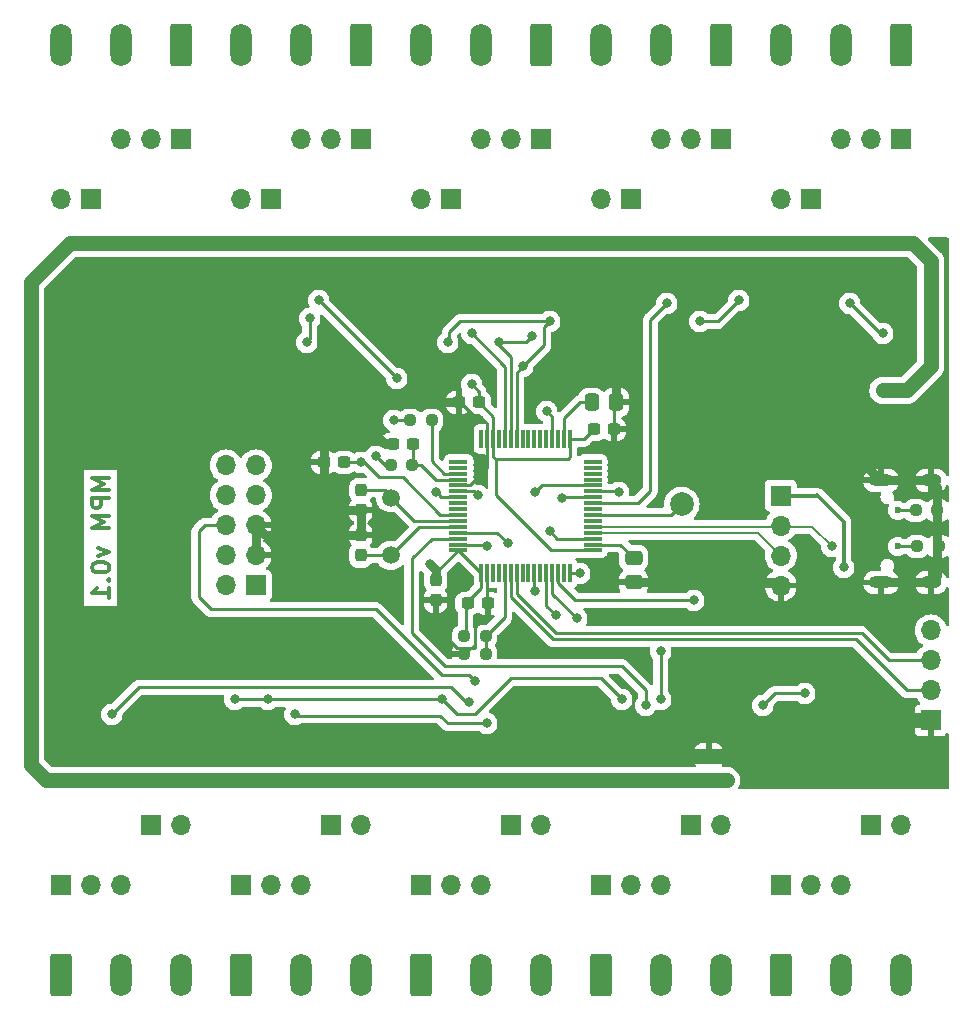
<source format=gbr>
%TF.GenerationSoftware,KiCad,Pcbnew,8.0.3*%
%TF.CreationDate,2024-06-21T15:52:04+03:00*%
%TF.ProjectId,pm,706d2e6b-6963-4616-945f-706362585858,rev?*%
%TF.SameCoordinates,Original*%
%TF.FileFunction,Copper,L2,Bot*%
%TF.FilePolarity,Positive*%
%FSLAX46Y46*%
G04 Gerber Fmt 4.6, Leading zero omitted, Abs format (unit mm)*
G04 Created by KiCad (PCBNEW 8.0.3) date 2024-06-21 15:52:04*
%MOMM*%
%LPD*%
G01*
G04 APERTURE LIST*
G04 Aperture macros list*
%AMRoundRect*
0 Rectangle with rounded corners*
0 $1 Rounding radius*
0 $2 $3 $4 $5 $6 $7 $8 $9 X,Y pos of 4 corners*
0 Add a 4 corners polygon primitive as box body*
4,1,4,$2,$3,$4,$5,$6,$7,$8,$9,$2,$3,0*
0 Add four circle primitives for the rounded corners*
1,1,$1+$1,$2,$3*
1,1,$1+$1,$4,$5*
1,1,$1+$1,$6,$7*
1,1,$1+$1,$8,$9*
0 Add four rect primitives between the rounded corners*
20,1,$1+$1,$2,$3,$4,$5,0*
20,1,$1+$1,$4,$5,$6,$7,0*
20,1,$1+$1,$6,$7,$8,$9,0*
20,1,$1+$1,$8,$9,$2,$3,0*%
G04 Aperture macros list end*
%ADD10C,0.300000*%
%TA.AperFunction,NonConductor*%
%ADD11C,0.300000*%
%TD*%
%TA.AperFunction,ComponentPad*%
%ADD12C,2.000000*%
%TD*%
%TA.AperFunction,SMDPad,CuDef*%
%ADD13RoundRect,0.237500X0.300000X0.237500X-0.300000X0.237500X-0.300000X-0.237500X0.300000X-0.237500X0*%
%TD*%
%TA.AperFunction,ComponentPad*%
%ADD14R,1.700000X1.700000*%
%TD*%
%TA.AperFunction,ComponentPad*%
%ADD15O,1.700000X1.700000*%
%TD*%
%TA.AperFunction,ComponentPad*%
%ADD16C,1.500000*%
%TD*%
%TA.AperFunction,SMDPad,CuDef*%
%ADD17RoundRect,0.237500X0.250000X0.237500X-0.250000X0.237500X-0.250000X-0.237500X0.250000X-0.237500X0*%
%TD*%
%TA.AperFunction,SMDPad,CuDef*%
%ADD18RoundRect,0.237500X-0.250000X-0.237500X0.250000X-0.237500X0.250000X0.237500X-0.250000X0.237500X0*%
%TD*%
%TA.AperFunction,SMDPad,CuDef*%
%ADD19RoundRect,0.250000X0.475000X-0.337500X0.475000X0.337500X-0.475000X0.337500X-0.475000X-0.337500X0*%
%TD*%
%TA.AperFunction,ComponentPad*%
%ADD20RoundRect,0.250000X-0.650000X-1.550000X0.650000X-1.550000X0.650000X1.550000X-0.650000X1.550000X0*%
%TD*%
%TA.AperFunction,ComponentPad*%
%ADD21O,1.800000X3.600000*%
%TD*%
%TA.AperFunction,ComponentPad*%
%ADD22RoundRect,0.250000X0.650000X1.550000X-0.650000X1.550000X-0.650000X-1.550000X0.650000X-1.550000X0*%
%TD*%
%TA.AperFunction,SMDPad,CuDef*%
%ADD23RoundRect,0.237500X0.237500X-0.300000X0.237500X0.300000X-0.237500X0.300000X-0.237500X-0.300000X0*%
%TD*%
%TA.AperFunction,SMDPad,CuDef*%
%ADD24RoundRect,0.237500X-0.237500X0.300000X-0.237500X-0.300000X0.237500X-0.300000X0.237500X0.300000X0*%
%TD*%
%TA.AperFunction,SMDPad,CuDef*%
%ADD25RoundRect,0.237500X-0.300000X-0.237500X0.300000X-0.237500X0.300000X0.237500X-0.300000X0.237500X0*%
%TD*%
%TA.AperFunction,SMDPad,CuDef*%
%ADD26RoundRect,0.250000X-0.475000X0.337500X-0.475000X-0.337500X0.475000X-0.337500X0.475000X0.337500X0*%
%TD*%
%TA.AperFunction,SMDPad,CuDef*%
%ADD27RoundRect,0.250000X-0.337500X-0.475000X0.337500X-0.475000X0.337500X0.475000X-0.337500X0.475000X0*%
%TD*%
%TA.AperFunction,ComponentPad*%
%ADD28O,2.100000X1.000000*%
%TD*%
%TA.AperFunction,ComponentPad*%
%ADD29O,1.800000X1.000000*%
%TD*%
%TA.AperFunction,SMDPad,CuDef*%
%ADD30RoundRect,0.075000X-0.075000X-0.700000X0.075000X-0.700000X0.075000X0.700000X-0.075000X0.700000X0*%
%TD*%
%TA.AperFunction,SMDPad,CuDef*%
%ADD31RoundRect,0.075000X-0.700000X-0.075000X0.700000X-0.075000X0.700000X0.075000X-0.700000X0.075000X0*%
%TD*%
%TA.AperFunction,ViaPad*%
%ADD32C,0.800000*%
%TD*%
%TA.AperFunction,ViaPad*%
%ADD33C,0.600000*%
%TD*%
%TA.AperFunction,Conductor*%
%ADD34C,0.254000*%
%TD*%
%TA.AperFunction,Conductor*%
%ADD35C,0.762000*%
%TD*%
%TA.AperFunction,Conductor*%
%ADD36C,1.270000*%
%TD*%
%TA.AperFunction,Conductor*%
%ADD37C,0.203200*%
%TD*%
%TA.AperFunction,Conductor*%
%ADD38C,0.304800*%
%TD*%
G04 APERTURE END LIST*
D10*
D11*
X72698828Y-87422510D02*
X71198828Y-87422510D01*
X71198828Y-87422510D02*
X72270257Y-87922510D01*
X72270257Y-87922510D02*
X71198828Y-88422510D01*
X71198828Y-88422510D02*
X72698828Y-88422510D01*
X72698828Y-89136796D02*
X71198828Y-89136796D01*
X71198828Y-89136796D02*
X71198828Y-89708225D01*
X71198828Y-89708225D02*
X71270257Y-89851082D01*
X71270257Y-89851082D02*
X71341685Y-89922511D01*
X71341685Y-89922511D02*
X71484542Y-89993939D01*
X71484542Y-89993939D02*
X71698828Y-89993939D01*
X71698828Y-89993939D02*
X71841685Y-89922511D01*
X71841685Y-89922511D02*
X71913114Y-89851082D01*
X71913114Y-89851082D02*
X71984542Y-89708225D01*
X71984542Y-89708225D02*
X71984542Y-89136796D01*
X72698828Y-90636796D02*
X71198828Y-90636796D01*
X71198828Y-90636796D02*
X72270257Y-91136796D01*
X72270257Y-91136796D02*
X71198828Y-91636796D01*
X71198828Y-91636796D02*
X72698828Y-91636796D01*
X71698828Y-93351082D02*
X72698828Y-93708225D01*
X72698828Y-93708225D02*
X71698828Y-94065368D01*
X71198828Y-94922511D02*
X71198828Y-95065368D01*
X71198828Y-95065368D02*
X71270257Y-95208225D01*
X71270257Y-95208225D02*
X71341685Y-95279654D01*
X71341685Y-95279654D02*
X71484542Y-95351082D01*
X71484542Y-95351082D02*
X71770257Y-95422511D01*
X71770257Y-95422511D02*
X72127400Y-95422511D01*
X72127400Y-95422511D02*
X72413114Y-95351082D01*
X72413114Y-95351082D02*
X72555971Y-95279654D01*
X72555971Y-95279654D02*
X72627400Y-95208225D01*
X72627400Y-95208225D02*
X72698828Y-95065368D01*
X72698828Y-95065368D02*
X72698828Y-94922511D01*
X72698828Y-94922511D02*
X72627400Y-94779654D01*
X72627400Y-94779654D02*
X72555971Y-94708225D01*
X72555971Y-94708225D02*
X72413114Y-94636796D01*
X72413114Y-94636796D02*
X72127400Y-94565368D01*
X72127400Y-94565368D02*
X71770257Y-94565368D01*
X71770257Y-94565368D02*
X71484542Y-94636796D01*
X71484542Y-94636796D02*
X71341685Y-94708225D01*
X71341685Y-94708225D02*
X71270257Y-94779654D01*
X71270257Y-94779654D02*
X71198828Y-94922511D01*
X72555971Y-96065367D02*
X72627400Y-96136796D01*
X72627400Y-96136796D02*
X72698828Y-96065367D01*
X72698828Y-96065367D02*
X72627400Y-95993939D01*
X72627400Y-95993939D02*
X72555971Y-96065367D01*
X72555971Y-96065367D02*
X72698828Y-96065367D01*
X72698828Y-97565368D02*
X72698828Y-96708225D01*
X72698828Y-97136796D02*
X71198828Y-97136796D01*
X71198828Y-97136796D02*
X71413114Y-96993939D01*
X71413114Y-96993939D02*
X71555971Y-96851082D01*
X71555971Y-96851082D02*
X71627400Y-96708225D01*
D12*
%TO.P,TP1,1,1*%
%TO.N,Net-(U11-PA9)*%
X121158000Y-89662000D03*
%TD*%
D13*
%TO.P,C13,2*%
%TO.N,GND*%
X90831500Y-86106000D03*
%TO.P,C13,1*%
%TO.N,/nRST*%
X92556500Y-86106000D03*
%TD*%
D14*
%TO.P,J21,1,Pin_1*%
%TO.N,+3V3*%
X85090000Y-96520000D03*
D15*
%TO.P,J21,2,Pin_2*%
%TO.N,/SWDIO*%
X82550000Y-96520000D03*
%TO.P,J21,3,Pin_3*%
%TO.N,GND*%
X85090000Y-93980000D03*
%TO.P,J21,4,Pin_4*%
%TO.N,/SWDCLK*%
X82550000Y-93980000D03*
%TO.P,J21,5,Pin_5*%
%TO.N,GND*%
X85090000Y-91440000D03*
%TO.P,J21,6,Pin_6*%
%TO.N,/SWO*%
X82550000Y-91440000D03*
%TO.P,J21,7,Pin_7*%
%TO.N,unconnected-(J21-Pin_7-Pad7)*%
X85090000Y-88900000D03*
%TO.P,J21,8,Pin_8*%
%TO.N,unconnected-(J21-Pin_8-Pad8)*%
X82550000Y-88900000D03*
%TO.P,J21,9,Pin_9*%
%TO.N,unconnected-(J21-Pin_9-Pad9)*%
X85090000Y-86360000D03*
%TO.P,J21,10,Pin_10*%
%TO.N,/nRST*%
X82550000Y-86360000D03*
%TD*%
D16*
%TO.P,Y1,1,1*%
%TO.N,Net-(U11-PH1)*%
X96520000Y-89080000D03*
%TO.P,Y1,2,2*%
%TO.N,Net-(U11-PH0)*%
X96520000Y-93980000D03*
%TD*%
D17*
%TO.P,R16,1*%
%TO.N,Net-(U11-PA0)*%
X99972500Y-82550000D03*
%TO.P,R16,2*%
%TO.N,Net-(D1-A)*%
X98147500Y-82550000D03*
%TD*%
%TO.P,R15,1*%
%TO.N,GND*%
X142898500Y-93218000D03*
%TO.P,R15,2*%
%TO.N,Net-(J25-CC1)*%
X141073500Y-93218000D03*
%TD*%
D18*
%TO.P,R14,1*%
%TO.N,Net-(J25-CC2)*%
X140970000Y-90170000D03*
%TO.P,R14,2*%
%TO.N,GND*%
X142795000Y-90170000D03*
%TD*%
D13*
%TO.P,C24,1*%
%TO.N,GND*%
X104748500Y-98044000D03*
%TO.P,C24,2*%
%TO.N,+3V3*%
X103023500Y-98044000D03*
%TD*%
D19*
%TO.P,C23,2*%
%TO.N,GND*%
X123444000Y-110955000D03*
%TO.P,C23,1*%
%TO.N,+3V3*%
X123444000Y-113030000D03*
%TD*%
D20*
%TO.P,J14,1,Pin_1*%
%TO.N,Net-(J13-Pin_1)*%
X83820000Y-129540000D03*
D21*
%TO.P,J14,2,Pin_2*%
%TO.N,Net-(J13-Pin_2)*%
X88900000Y-129540000D03*
%TO.P,J14,3,Pin_3*%
%TO.N,Net-(J13-Pin_3)*%
X93980000Y-129540000D03*
%TD*%
D22*
%TO.P,J8,1,Pin_1*%
%TO.N,Net-(J7-Pin_1)*%
X124460000Y-50800000D03*
D21*
%TO.P,J8,2,Pin_2*%
%TO.N,Net-(J7-Pin_2)*%
X119380000Y-50800000D03*
%TO.P,J8,3,Pin_3*%
%TO.N,Net-(J7-Pin_3)*%
X114300000Y-50800000D03*
%TD*%
D18*
%TO.P,R12,1*%
%TO.N,+3V3*%
X96520000Y-86360000D03*
%TO.P,R12,2*%
%TO.N,Net-(U11-VDDA)*%
X98345000Y-86360000D03*
%TD*%
D23*
%TO.P,C17,1*%
%TO.N,GND*%
X100330000Y-97790000D03*
%TO.P,C17,2*%
%TO.N,+3V3*%
X100330000Y-96065000D03*
%TD*%
D20*
%TO.P,J16,1,Pin_1*%
%TO.N,Net-(J15-Pin_1)*%
X99060000Y-129540000D03*
D21*
%TO.P,J16,2,Pin_2*%
%TO.N,Net-(J15-Pin_2)*%
X104140000Y-129540000D03*
%TO.P,J16,3,Pin_3*%
%TO.N,Net-(J15-Pin_3)*%
X109220000Y-129540000D03*
%TD*%
D14*
%TO.P,JP2,1,A*%
%TO.N,Net-(J3-Pin_2)*%
X86360000Y-63840000D03*
D15*
%TO.P,JP2,2,B*%
%TO.N,Net-(J3-Pin_3)*%
X83820000Y-63840000D03*
%TD*%
D14*
%TO.P,JP7,1,A*%
%TO.N,Net-(J13-Pin_2)*%
X91440000Y-116840000D03*
D15*
%TO.P,JP7,2,B*%
%TO.N,Net-(J13-Pin_3)*%
X93980000Y-116840000D03*
%TD*%
D23*
%TO.P,C15,1*%
%TO.N,GND*%
X93980000Y-90170000D03*
%TO.P,C15,2*%
%TO.N,Net-(U11-PH1)*%
X93980000Y-88445000D03*
%TD*%
D14*
%TO.P,JP3,1,A*%
%TO.N,Net-(J5-Pin_2)*%
X101600000Y-63840000D03*
D15*
%TO.P,JP3,2,B*%
%TO.N,Net-(J5-Pin_3)*%
X99060000Y-63840000D03*
%TD*%
D13*
%TO.P,C16,1*%
%TO.N,Net-(U11-VDDA)*%
X98398500Y-84582000D03*
%TO.P,C16,2*%
%TO.N,GND*%
X96673500Y-84582000D03*
%TD*%
D14*
%TO.P,JP1,1,A*%
%TO.N,Net-(J1-Pin_2)*%
X71120000Y-63840000D03*
D15*
%TO.P,JP1,2,B*%
%TO.N,Net-(J1-Pin_3)*%
X68580000Y-63840000D03*
%TD*%
D24*
%TO.P,C14,1*%
%TO.N,GND*%
X93980000Y-92255000D03*
%TO.P,C14,2*%
%TO.N,Net-(U11-PH0)*%
X93980000Y-93980000D03*
%TD*%
D22*
%TO.P,J2,1,Pin_1*%
%TO.N,Net-(J1-Pin_1)*%
X78740000Y-50800000D03*
D21*
%TO.P,J2,2,Pin_2*%
%TO.N,Net-(J1-Pin_2)*%
X73660000Y-50800000D03*
%TO.P,J2,3,Pin_3*%
%TO.N,Net-(J1-Pin_3)*%
X68580000Y-50800000D03*
%TD*%
D22*
%TO.P,J6,1,Pin_1*%
%TO.N,Net-(J5-Pin_1)*%
X109220000Y-50800000D03*
D21*
%TO.P,J6,2,Pin_2*%
%TO.N,Net-(J5-Pin_2)*%
X104140000Y-50800000D03*
%TO.P,J6,3,Pin_3*%
%TO.N,Net-(J5-Pin_3)*%
X99060000Y-50800000D03*
%TD*%
D14*
%TO.P,J19,1,Pin_1*%
%TO.N,Net-(J19-Pin_1)*%
X129540000Y-121920000D03*
D15*
%TO.P,J19,2,Pin_2*%
%TO.N,Net-(J19-Pin_2)*%
X132080000Y-121920000D03*
%TO.P,J19,3,Pin_3*%
%TO.N,Net-(J19-Pin_3)*%
X134620000Y-121920000D03*
%TD*%
D22*
%TO.P,J4,1,Pin_1*%
%TO.N,Net-(J3-Pin_1)*%
X93980000Y-50800000D03*
D21*
%TO.P,J4,2,Pin_2*%
%TO.N,Net-(J3-Pin_2)*%
X88900000Y-50800000D03*
%TO.P,J4,3,Pin_3*%
%TO.N,Net-(J3-Pin_3)*%
X83820000Y-50800000D03*
%TD*%
D14*
%TO.P,J3,1,Pin_1*%
%TO.N,Net-(J3-Pin_1)*%
X93980000Y-58760000D03*
D15*
%TO.P,J3,2,Pin_2*%
%TO.N,Net-(J3-Pin_2)*%
X91440000Y-58760000D03*
%TO.P,J3,3,Pin_3*%
%TO.N,Net-(J3-Pin_3)*%
X88900000Y-58760000D03*
%TD*%
D14*
%TO.P,JP4,1,A*%
%TO.N,Net-(J7-Pin_2)*%
X116840000Y-63840000D03*
D15*
%TO.P,JP4,2,B*%
%TO.N,Net-(J7-Pin_3)*%
X114300000Y-63840000D03*
%TD*%
D25*
%TO.P,C20,1*%
%TO.N,GND*%
X102261500Y-81026000D03*
%TO.P,C20,2*%
%TO.N,+3V3*%
X103986500Y-81026000D03*
%TD*%
D14*
%TO.P,JP5,1,A*%
%TO.N,Net-(J10-Pin_2)*%
X132080000Y-63840000D03*
D15*
%TO.P,JP5,2,B*%
%TO.N,Net-(J10-Pin_3)*%
X129540000Y-63840000D03*
%TD*%
D14*
%TO.P,J7,1,Pin_1*%
%TO.N,Net-(J7-Pin_1)*%
X124460000Y-58760000D03*
D15*
%TO.P,J7,2,Pin_2*%
%TO.N,Net-(J7-Pin_2)*%
X121920000Y-58760000D03*
%TO.P,J7,3,Pin_3*%
%TO.N,Net-(J7-Pin_3)*%
X119380000Y-58760000D03*
%TD*%
D14*
%TO.P,JP6,1,A*%
%TO.N,Net-(J11-Pin_2)*%
X76200000Y-116840000D03*
D15*
%TO.P,JP6,2,B*%
%TO.N,Net-(J11-Pin_3)*%
X78740000Y-116840000D03*
%TD*%
D20*
%TO.P,J18,1,Pin_1*%
%TO.N,Net-(J17-Pin_1)*%
X114300000Y-129540000D03*
D21*
%TO.P,J18,2,Pin_2*%
%TO.N,Net-(J17-Pin_2)*%
X119380000Y-129540000D03*
%TO.P,J18,3,Pin_3*%
%TO.N,Net-(J17-Pin_3)*%
X124460000Y-129540000D03*
%TD*%
D20*
%TO.P,J12,1,Pin_1*%
%TO.N,Net-(J11-Pin_1)*%
X68580000Y-129540000D03*
D21*
%TO.P,J12,2,Pin_2*%
%TO.N,Net-(J11-Pin_2)*%
X73660000Y-129540000D03*
%TO.P,J12,3,Pin_3*%
%TO.N,Net-(J11-Pin_3)*%
X78740000Y-129540000D03*
%TD*%
D20*
%TO.P,J20,1,Pin_1*%
%TO.N,Net-(J19-Pin_1)*%
X129540000Y-129540000D03*
D21*
%TO.P,J20,2,Pin_2*%
%TO.N,Net-(J19-Pin_2)*%
X134620000Y-129540000D03*
%TO.P,J20,3,Pin_3*%
%TO.N,Net-(J19-Pin_3)*%
X139700000Y-129540000D03*
%TD*%
D14*
%TO.P,J1,1,Pin_1*%
%TO.N,Net-(J1-Pin_1)*%
X78740000Y-58760000D03*
D15*
%TO.P,J1,2,Pin_2*%
%TO.N,Net-(J1-Pin_2)*%
X76200000Y-58760000D03*
%TO.P,J1,3,Pin_3*%
%TO.N,Net-(J1-Pin_3)*%
X73660000Y-58760000D03*
%TD*%
D14*
%TO.P,JP9,1,A*%
%TO.N,Net-(J17-Pin_2)*%
X121920000Y-116840000D03*
D15*
%TO.P,JP9,2,B*%
%TO.N,Net-(J17-Pin_3)*%
X124460000Y-116840000D03*
%TD*%
D14*
%TO.P,JP10,1,A*%
%TO.N,Net-(J19-Pin_2)*%
X137160000Y-116840000D03*
D15*
%TO.P,JP10,2,B*%
%TO.N,Net-(J19-Pin_3)*%
X139700000Y-116840000D03*
%TD*%
D14*
%TO.P,J9,1,Pin_1*%
%TO.N,Net-(J10-Pin_1)*%
X139700000Y-58760000D03*
D15*
%TO.P,J9,2,Pin_2*%
%TO.N,Net-(J10-Pin_2)*%
X137160000Y-58760000D03*
%TO.P,J9,3,Pin_3*%
%TO.N,Net-(J10-Pin_3)*%
X134620000Y-58760000D03*
%TD*%
D14*
%TO.P,J13,1,Pin_1*%
%TO.N,Net-(J13-Pin_1)*%
X83820000Y-121920000D03*
D15*
%TO.P,J13,2,Pin_2*%
%TO.N,Net-(J13-Pin_2)*%
X86360000Y-121920000D03*
%TO.P,J13,3,Pin_3*%
%TO.N,Net-(J13-Pin_3)*%
X88900000Y-121920000D03*
%TD*%
D14*
%TO.P,J15,1,Pin_1*%
%TO.N,Net-(J15-Pin_1)*%
X99060000Y-121920000D03*
D15*
%TO.P,J15,2,Pin_2*%
%TO.N,Net-(J15-Pin_2)*%
X101600000Y-121920000D03*
%TO.P,J15,3,Pin_3*%
%TO.N,Net-(J15-Pin_3)*%
X104140000Y-121920000D03*
%TD*%
D22*
%TO.P,J10,1,Pin_1*%
%TO.N,Net-(J10-Pin_1)*%
X139700000Y-50800000D03*
D21*
%TO.P,J10,2,Pin_2*%
%TO.N,Net-(J10-Pin_2)*%
X134620000Y-50800000D03*
%TO.P,J10,3,Pin_3*%
%TO.N,Net-(J10-Pin_3)*%
X129540000Y-50800000D03*
%TD*%
D14*
%TO.P,J5,1,Pin_1*%
%TO.N,Net-(J5-Pin_1)*%
X109220000Y-58760000D03*
D15*
%TO.P,J5,2,Pin_2*%
%TO.N,Net-(J5-Pin_2)*%
X106680000Y-58760000D03*
%TO.P,J5,3,Pin_3*%
%TO.N,Net-(J5-Pin_3)*%
X104140000Y-58760000D03*
%TD*%
D14*
%TO.P,JP8,1,A*%
%TO.N,Net-(J15-Pin_2)*%
X106680000Y-116840000D03*
D15*
%TO.P,JP8,2,B*%
%TO.N,Net-(J15-Pin_3)*%
X109220000Y-116840000D03*
%TD*%
D14*
%TO.P,J17,1,Pin_1*%
%TO.N,Net-(J17-Pin_1)*%
X114300000Y-121920000D03*
D15*
%TO.P,J17,2,Pin_2*%
%TO.N,Net-(J17-Pin_2)*%
X116840000Y-121920000D03*
%TO.P,J17,3,Pin_3*%
%TO.N,Net-(J17-Pin_3)*%
X119380000Y-121920000D03*
%TD*%
D14*
%TO.P,J11,1,Pin_1*%
%TO.N,Net-(J11-Pin_1)*%
X68580000Y-121920000D03*
D15*
%TO.P,J11,2,Pin_2*%
%TO.N,Net-(J11-Pin_2)*%
X71120000Y-121920000D03*
%TO.P,J11,3,Pin_3*%
%TO.N,Net-(J11-Pin_3)*%
X73660000Y-121920000D03*
%TD*%
D18*
%TO.P,R11,2*%
%TO.N,Net-(U11-BOOT0)*%
X104544500Y-100838000D03*
%TO.P,R11,1*%
%TO.N,+3V3*%
X102719500Y-100838000D03*
%TD*%
%TO.P,R13,1*%
%TO.N,GND*%
X102719500Y-102362000D03*
%TO.P,R13,2*%
%TO.N,Net-(U11-BOOT0)*%
X104544500Y-102362000D03*
%TD*%
D13*
%TO.P,C21,2*%
%TO.N,+3V3*%
X113691500Y-83312000D03*
%TO.P,C21,1*%
%TO.N,GND*%
X115416500Y-83312000D03*
%TD*%
D26*
%TO.P,C11,1*%
%TO.N,Net-(U11-VCAP_2)*%
X117094000Y-94191000D03*
%TO.P,C11,2*%
%TO.N,GND*%
X117094000Y-96266000D03*
%TD*%
D27*
%TO.P,C12,1*%
%TO.N,Net-(U11-VCAP_1)*%
X113516500Y-81026000D03*
%TO.P,C12,2*%
%TO.N,GND*%
X115591500Y-81026000D03*
%TD*%
D28*
%TO.P,J25,S1,SHIELD*%
%TO.N,GND*%
X138060000Y-96270000D03*
D29*
X142240000Y-96270000D03*
D28*
X138060000Y-87630000D03*
D29*
X142240000Y-87630000D03*
%TD*%
D14*
%TO.P,J23,1,Pin_1*%
%TO.N,+5V*%
X129540000Y-88910000D03*
D15*
%TO.P,J23,2,Pin_2*%
%TO.N,/DM*%
X129540000Y-91450000D03*
%TO.P,J23,3,Pin_3*%
%TO.N,/DP*%
X129540000Y-93990000D03*
%TO.P,J23,4,Pin_4*%
%TO.N,GND*%
X129540000Y-96530000D03*
%TD*%
D30*
%TO.P,U11,64,VDD*%
%TO.N,+3V3*%
X104180000Y-95482500D03*
%TO.P,U11,63,VSS*%
%TO.N,GND*%
X104680000Y-95482500D03*
%TO.P,U11,62,PB9*%
%TO.N,unconnected-(U11-PB9-Pad62)*%
X105180000Y-95482500D03*
%TO.P,U11,61,PB8*%
%TO.N,unconnected-(U11-PB8-Pad61)*%
X105680000Y-95482500D03*
%TO.P,U11,60,BOOT0*%
%TO.N,Net-(U11-BOOT0)*%
X106180000Y-95482500D03*
%TO.P,U11,59,PB7*%
%TO.N,Net-(J24-Pin_2)*%
X106680000Y-95482500D03*
%TO.P,U11,58,PB6*%
%TO.N,Net-(J24-Pin_3)*%
X107180000Y-95482500D03*
%TO.P,U11,57,PB5*%
%TO.N,unconnected-(U11-PB5-Pad57)*%
X107680000Y-95482500D03*
%TO.P,U11,56,PB4*%
%TO.N,unconnected-(U11-PB4-Pad56)*%
X108180000Y-95482500D03*
%TO.P,U11,55,PB3*%
%TO.N,/SWO*%
X108680000Y-95482500D03*
%TO.P,U11,54,PD2*%
%TO.N,unconnected-(U11-PD2-Pad54)*%
X109180000Y-95482500D03*
%TO.P,U11,53,PC12*%
%TO.N,/SPI1_CS1*%
X109680000Y-95482500D03*
%TO.P,U11,52,PC11*%
%TO.N,/SPI1_CS0*%
X110180000Y-95482500D03*
%TO.P,U11,51,PC10*%
%TO.N,/SPI0_CS4*%
X110680000Y-95482500D03*
%TO.P,U11,50,PA15*%
%TO.N,unconnected-(U11-PA15-Pad50)*%
X111180000Y-95482500D03*
%TO.P,U11,49,PA14*%
%TO.N,/SWDCLK*%
X111680000Y-95482500D03*
D31*
%TO.P,U11,48,VDD*%
%TO.N,+3V3*%
X113605000Y-93557500D03*
%TO.P,U11,47,VCAP_2*%
%TO.N,Net-(U11-VCAP_2)*%
X113605000Y-93057500D03*
%TO.P,U11,46,PA13*%
%TO.N,/SWDIO*%
X113605000Y-92557500D03*
%TO.P,U11,45,PA12*%
%TO.N,/DP*%
X113605000Y-92057500D03*
%TO.P,U11,44,PA11*%
%TO.N,/DM*%
X113605000Y-91557500D03*
%TO.P,U11,43,PA10*%
%TO.N,unconnected-(U11-PA10-Pad43)*%
X113605000Y-91057500D03*
%TO.P,U11,42,PA9*%
%TO.N,Net-(U11-PA9)*%
X113605000Y-90557500D03*
%TO.P,U11,41,PA8*%
%TO.N,unconnected-(U11-PA8-Pad41)*%
X113605000Y-90057500D03*
%TO.P,U11,40,PC9*%
%TO.N,/SPI0_CS3*%
X113605000Y-89557500D03*
%TO.P,U11,39,PC8*%
%TO.N,/SPI0_CS2*%
X113605000Y-89057500D03*
%TO.P,U11,38,PC7*%
%TO.N,/SPI0_CS1*%
X113605000Y-88557500D03*
%TO.P,U11,37,PC6*%
%TO.N,/SPI0_CS0*%
X113605000Y-88057500D03*
%TO.P,U11,36,PB15*%
%TO.N,unconnected-(U11-PB15-Pad36)*%
X113605000Y-87557500D03*
%TO.P,U11,35,PB14*%
%TO.N,unconnected-(U11-PB14-Pad35)*%
X113605000Y-87057500D03*
%TO.P,U11,34,PB13*%
%TO.N,unconnected-(U11-PB13-Pad34)*%
X113605000Y-86557500D03*
%TO.P,U11,33,PB12*%
%TO.N,unconnected-(U11-PB12-Pad33)*%
X113605000Y-86057500D03*
D30*
%TO.P,U11,32,VDD*%
%TO.N,+3V3*%
X111680000Y-84132500D03*
%TO.P,U11,31,VCAP_1*%
%TO.N,Net-(U11-VCAP_1)*%
X111180000Y-84132500D03*
%TO.P,U11,30,PB11*%
%TO.N,unconnected-(U11-PB11-Pad30)*%
X110680000Y-84132500D03*
%TO.P,U11,29,PB10*%
%TO.N,/SPI1_SCLK*%
X110180000Y-84132500D03*
%TO.P,U11,28,PB2*%
%TO.N,unconnected-(U11-PB2-Pad28)*%
X109680000Y-84132500D03*
%TO.P,U11,27,PB1*%
%TO.N,unconnected-(U11-PB1-Pad27)*%
X109180000Y-84132500D03*
%TO.P,U11,26,PB0*%
%TO.N,unconnected-(U11-PB0-Pad26)*%
X108680000Y-84132500D03*
%TO.P,U11,25,PC5*%
%TO.N,unconnected-(U11-PC5-Pad25)*%
X108180000Y-84132500D03*
%TO.P,U11,24,PC4*%
%TO.N,unconnected-(U11-PC4-Pad24)*%
X107680000Y-84132500D03*
%TO.P,U11,23,PA7*%
%TO.N,/SPI0_MOSI*%
X107180000Y-84132500D03*
%TO.P,U11,22,PA6*%
%TO.N,/SPI0_MISO*%
X106680000Y-84132500D03*
%TO.P,U11,21,PA5*%
%TO.N,/SPI0_SCLK*%
X106180000Y-84132500D03*
%TO.P,U11,20,PA4*%
%TO.N,unconnected-(U11-PA4-Pad20)*%
X105680000Y-84132500D03*
%TO.P,U11,19,VDD*%
%TO.N,+3V3*%
X105180000Y-84132500D03*
%TO.P,U11,18,VSS*%
%TO.N,GND*%
X104680000Y-84132500D03*
%TO.P,U11,17,PA3*%
%TO.N,unconnected-(U11-PA3-Pad17)*%
X104180000Y-84132500D03*
D31*
%TO.P,U11,16,PA2*%
%TO.N,unconnected-(U11-PA2-Pad16)*%
X102255000Y-86057500D03*
%TO.P,U11,15,PA1*%
%TO.N,unconnected-(U11-PA1-Pad15)*%
X102255000Y-86557500D03*
%TO.P,U11,14,PA0*%
%TO.N,Net-(U11-PA0)*%
X102255000Y-87057500D03*
%TO.P,U11,13,VDDA*%
%TO.N,Net-(U11-VDDA)*%
X102255000Y-87557500D03*
%TO.P,U11,12,VSSA*%
%TO.N,GND*%
X102255000Y-88057500D03*
%TO.P,U11,11,PC3*%
%TO.N,/SPI1_MOSI*%
X102255000Y-88557500D03*
%TO.P,U11,10,PC2*%
%TO.N,/SPI1_MISO*%
X102255000Y-89057500D03*
%TO.P,U11,9,PC1*%
%TO.N,unconnected-(U11-PC1-Pad9)*%
X102255000Y-89557500D03*
%TO.P,U11,8,PC0*%
%TO.N,unconnected-(U11-PC0-Pad8)*%
X102255000Y-90057500D03*
%TO.P,U11,7,NRST*%
%TO.N,/nRST*%
X102255000Y-90557500D03*
%TO.P,U11,6,PH1*%
%TO.N,Net-(U11-PH1)*%
X102255000Y-91057500D03*
%TO.P,U11,5,PH0*%
%TO.N,Net-(U11-PH0)*%
X102255000Y-91557500D03*
%TO.P,U11,4,PC15*%
%TO.N,/SPI1_CS4*%
X102255000Y-92057500D03*
%TO.P,U11,3,PC14*%
%TO.N,/SPI1_CS3*%
X102255000Y-92557500D03*
%TO.P,U11,2,PC13*%
%TO.N,/SPI1_CS2*%
X102255000Y-93057500D03*
%TO.P,U11,1,VBAT*%
%TO.N,+3V3*%
X102255000Y-93557500D03*
%TD*%
D14*
%TO.P,J24,1,Pin_1*%
%TO.N,GND*%
X142240000Y-107950000D03*
D15*
%TO.P,J24,2,Pin_2*%
%TO.N,Net-(J24-Pin_2)*%
X142240000Y-105410000D03*
%TO.P,J24,3,Pin_3*%
%TO.N,Net-(J24-Pin_3)*%
X142240000Y-102870000D03*
%TO.P,J24,4,Pin_4*%
%TO.N,+3V3*%
X142240000Y-100330000D03*
%TD*%
D32*
%TO.N,GND*%
X137160000Y-106680000D03*
X112776000Y-102362000D03*
X106934000Y-106680000D03*
X111760000Y-106680000D03*
X93726000Y-108966000D03*
X125222000Y-96266000D03*
X115570000Y-72644000D03*
X98552000Y-72644000D03*
X83566000Y-72898000D03*
X79248000Y-107950000D03*
X92202000Y-100584000D03*
X136398000Y-108204000D03*
X125476000Y-107442000D03*
X112014000Y-77724000D03*
X121920000Y-77470000D03*
X125730000Y-85090000D03*
X76200000Y-96520000D03*
X76200000Y-86614000D03*
%TO.N,/SPI1_CS0*%
X103124000Y-106426000D03*
%TO.N,/SWO*%
X103632000Y-104648000D03*
%TO.N,/SPI1_CS1*%
X104648000Y-108204000D03*
%TO.N,/SPI1_CS0*%
X112268000Y-99314000D03*
%TO.N,/SPI1_CS1*%
X110490000Y-99060000D03*
%TO.N,/SWO*%
X108712000Y-97028000D03*
%TO.N,GND*%
X68072000Y-103124000D03*
X99314000Y-100076000D03*
%TO.N,/SPI1_SCLK*%
X119380000Y-102108000D03*
%TO.N,/SPI1_CS1*%
X88392000Y-107442000D03*
%TO.N,/SPI1_CS0*%
X72898000Y-107442000D03*
%TO.N,/SWDCLK*%
X112522000Y-95504000D03*
%TO.N,+3V3*%
X99822000Y-94742000D03*
X103378000Y-79502000D03*
%TO.N,/SWDIO*%
X109982000Y-91948000D03*
%TO.N,/SPI1_CS4*%
X106426000Y-92964000D03*
%TO.N,/SPI1_CS3*%
X118110000Y-106680000D03*
%TO.N,/SPI1_MOSI*%
X128016000Y-106680000D03*
X131572000Y-105664000D03*
%TO.N,/SPI1_SCLK*%
X119380000Y-106172000D03*
X109728000Y-81788000D03*
%TO.N,/SPI0_MOSI*%
X125984000Y-72390000D03*
X122682000Y-74168000D03*
X109982000Y-74168000D03*
%TO.N,/SPI0_CS3*%
X119888000Y-72644000D03*
%TO.N,/SPI0_MISO*%
X138176000Y-75184000D03*
X135382000Y-72644000D03*
X105664000Y-75946000D03*
%TO.N,/SPI0_CS1*%
X115824000Y-88646000D03*
X97028000Y-78994000D03*
%TO.N,+3V3*%
X66040000Y-100838000D03*
%TO.N,/SPI0_MOSI*%
X101346000Y-75946000D03*
%TO.N,/SPI0_CS1*%
X90424000Y-72390000D03*
%TO.N,/SPI0_MOSI*%
X89408000Y-75946000D03*
X89662000Y-73914000D03*
%TO.N,/SPI0_CS0*%
X108712000Y-88646000D03*
%TO.N,+3V3*%
X95250000Y-85598000D03*
X66040000Y-82550000D03*
%TO.N,Net-(D1-A)*%
X96774000Y-82550000D03*
%TO.N,/nRST*%
X93980000Y-86106000D03*
%TO.N,/SPI0_CS4*%
X122174000Y-97790000D03*
%TO.N,/SPI0_CS2*%
X110998000Y-89154000D03*
%TO.N,/SPI0_MISO*%
X108458000Y-75438000D03*
%TO.N,/SPI0_MOSI*%
X107696000Y-77978000D03*
%TO.N,/SPI0_SCLK*%
X103378000Y-75184000D03*
%TO.N,/SPI1_MOSI*%
X86106000Y-106172000D03*
X100838000Y-106172000D03*
X116078000Y-106172000D03*
X83312000Y-106172000D03*
%TO.N,/SPI1_CS2*%
X104648000Y-93218000D03*
%TO.N,/SPI1_MOSI*%
X103886000Y-88900000D03*
%TO.N,/SPI1_MISO*%
X100330000Y-88646000D03*
%TO.N,GND*%
X128778000Y-110998000D03*
X113792000Y-110998000D03*
X97282000Y-110998000D03*
X82550000Y-111252000D03*
X69088000Y-111252000D03*
X79756000Y-69596000D03*
X94742000Y-69596000D03*
X109982000Y-69596000D03*
X125222000Y-69596000D03*
X139192000Y-69596000D03*
X134366000Y-77724000D03*
X133350000Y-77724000D03*
%TO.N,+3V3*%
X113284000Y-113030000D03*
X97536000Y-113030000D03*
X82804000Y-113030000D03*
X67564000Y-113030000D03*
X79756000Y-67564000D03*
X95250000Y-67564000D03*
X110490000Y-67564000D03*
X125730000Y-67564000D03*
X140970000Y-67564000D03*
X139954000Y-80010000D03*
X138176000Y-80010000D03*
X124968000Y-113030000D03*
%TO.N,/DM*%
X133858000Y-93218000D03*
%TO.N,+5V*%
X134874000Y-94996000D03*
D33*
%TO.N,Net-(J25-CC1)*%
X139446000Y-93218000D03*
%TO.N,Net-(J25-CC2)*%
X139446000Y-90170000D03*
%TD*%
D34*
%TO.N,Net-(U11-PA9)*%
X120262500Y-90557500D02*
X121158000Y-89662000D01*
X113605000Y-90557500D02*
X120262500Y-90557500D01*
%TO.N,/SPI1_MOSI*%
X114300000Y-104394000D02*
X116078000Y-106172000D01*
X106680000Y-104394000D02*
X114300000Y-104394000D01*
X103632000Y-107442000D02*
X106680000Y-104394000D01*
X102108000Y-107442000D02*
X103632000Y-107442000D01*
X100838000Y-106172000D02*
X102108000Y-107442000D01*
%TO.N,/SPI1_CS3*%
X118110000Y-105410000D02*
X118110000Y-106680000D01*
X116078000Y-103378000D02*
X118110000Y-105410000D01*
X101092000Y-103378000D02*
X116078000Y-103378000D01*
X99974500Y-92557500D02*
X98298000Y-94234000D01*
X98298000Y-100584000D02*
X101092000Y-103378000D01*
X102255000Y-92557500D02*
X99974500Y-92557500D01*
X98298000Y-94234000D02*
X98298000Y-100584000D01*
%TO.N,/SPI1_CS1*%
X101346000Y-108204000D02*
X104648000Y-108204000D01*
X100711000Y-107569000D02*
X101346000Y-108204000D01*
X88519000Y-107569000D02*
X100711000Y-107569000D01*
X88392000Y-107442000D02*
X88519000Y-107569000D01*
%TO.N,/SPI1_CS0*%
X101600000Y-105156000D02*
X102870000Y-106426000D01*
X75184000Y-105156000D02*
X101600000Y-105156000D01*
X72898000Y-107442000D02*
X75184000Y-105156000D01*
%TO.N,/SWO*%
X103124000Y-104140000D02*
X103632000Y-104648000D01*
X100838000Y-104140000D02*
X103124000Y-104140000D01*
D35*
%TO.N,GND*%
X125222000Y-96266000D02*
X129276000Y-96266000D01*
X115591500Y-72622500D02*
X115591500Y-70104000D01*
X115570000Y-72644000D02*
X115591500Y-72622500D01*
X115591500Y-72665500D02*
X115570000Y-72644000D01*
D36*
X136144000Y-107950000D02*
X132334000Y-107950000D01*
X136398000Y-108204000D02*
X136144000Y-107950000D01*
X136652000Y-107950000D02*
X136398000Y-108204000D01*
D34*
%TO.N,/SPI1_MOSI*%
X83312000Y-106172000D02*
X100838000Y-106172000D01*
%TO.N,/SWO*%
X95250000Y-98552000D02*
X100838000Y-104140000D01*
X81280000Y-98552000D02*
X95250000Y-98552000D01*
X80264000Y-91948000D02*
X80264000Y-97536000D01*
X80772000Y-91440000D02*
X80264000Y-91948000D01*
X80264000Y-97536000D02*
X81280000Y-98552000D01*
X82550000Y-91440000D02*
X80772000Y-91440000D01*
X108680000Y-96996000D02*
X108712000Y-97028000D01*
X108680000Y-95482500D02*
X108680000Y-96996000D01*
%TO.N,/SPI1_CS1*%
X109680000Y-98250000D02*
X110490000Y-99060000D01*
X109680000Y-95482500D02*
X109680000Y-98250000D01*
%TO.N,/SPI1_CS0*%
X110180000Y-97226000D02*
X112268000Y-99314000D01*
X110180000Y-95482500D02*
X110180000Y-97226000D01*
%TO.N,GND*%
X103378000Y-101854000D02*
X103227500Y-101854000D01*
X103632000Y-101600000D02*
X103632000Y-101854000D01*
X103632000Y-101600000D02*
X103378000Y-101854000D01*
X103227500Y-101854000D02*
X102719500Y-102362000D01*
X103632000Y-100023000D02*
X103632000Y-101600000D01*
%TO.N,Net-(U11-BOOT0)*%
X104544500Y-100838000D02*
X104544500Y-102362000D01*
%TO.N,GND*%
X100330000Y-100076000D02*
X99314000Y-100076000D01*
%TO.N,Net-(J24-Pin_3)*%
X107180000Y-97274000D02*
X107180000Y-95482500D01*
X110490000Y-100584000D02*
X107180000Y-97274000D01*
X138684000Y-102870000D02*
X136398000Y-100584000D01*
X136398000Y-100584000D02*
X110490000Y-100584000D01*
X142240000Y-102870000D02*
X138684000Y-102870000D01*
%TO.N,Net-(J24-Pin_2)*%
X142240000Y-105410000D02*
X140208000Y-105410000D01*
X135890000Y-101092000D02*
X140208000Y-105410000D01*
X110236000Y-101092000D02*
X135890000Y-101092000D01*
X106680000Y-97536000D02*
X110236000Y-101092000D01*
X106680000Y-95482500D02*
X106680000Y-97536000D01*
%TO.N,/SPI1_SCLK*%
X119380000Y-106172000D02*
X119380000Y-102108000D01*
%TO.N,/SPI0_CS4*%
X112141908Y-97790000D02*
X122174000Y-97790000D01*
X110680000Y-96328092D02*
X112141908Y-97790000D01*
X110680000Y-95482500D02*
X110680000Y-96328092D01*
%TO.N,Net-(U11-BOOT0)*%
X106180000Y-98044000D02*
X106180000Y-98663500D01*
X106180000Y-98044000D02*
X106180000Y-95482500D01*
X106180000Y-98798000D02*
X106180000Y-98044000D01*
D35*
%TO.N,GND*%
X129276000Y-96266000D02*
X129540000Y-96530000D01*
X117094000Y-96266000D02*
X125222000Y-96266000D01*
X133350000Y-83058000D02*
X133350000Y-77724000D01*
X137922000Y-87630000D02*
X133350000Y-83058000D01*
X142240000Y-87630000D02*
X137922000Y-87630000D01*
D34*
%TO.N,Net-(U11-PA0)*%
X101027500Y-87057500D02*
X99972500Y-86002500D01*
X102255000Y-87057500D02*
X101027500Y-87057500D01*
D35*
%TO.N,GND*%
X96012000Y-84582000D02*
X95250000Y-83820000D01*
X96673500Y-84582000D02*
X96012000Y-84582000D01*
X90932000Y-81026000D02*
X95250000Y-81026000D01*
X95250000Y-81026000D02*
X102284884Y-81026000D01*
X95250000Y-83820000D02*
X95250000Y-81026000D01*
X90831500Y-81126500D02*
X90932000Y-81026000D01*
X90831500Y-86106000D02*
X90831500Y-81126500D01*
X87630000Y-76454000D02*
X87630000Y-69596000D01*
X87630000Y-77724000D02*
X87630000Y-76454000D01*
X90932000Y-81026000D02*
X87630000Y-77724000D01*
X102261500Y-81026000D02*
X90932000Y-81026000D01*
D34*
%TO.N,/SWDCLK*%
X112522000Y-95504000D02*
X112500500Y-95482500D01*
X111680000Y-95482500D02*
X112500500Y-95482500D01*
D35*
%TO.N,+3V3*%
X100330000Y-95250000D02*
X99822000Y-94742000D01*
X100330000Y-96065000D02*
X100330000Y-95250000D01*
D34*
%TO.N,GND*%
X104595000Y-99060000D02*
X103632000Y-100023000D01*
X102108000Y-101854000D02*
X103632000Y-101854000D01*
%TO.N,+3V3*%
X102870000Y-100687500D02*
X102719500Y-100838000D01*
X102870000Y-99060000D02*
X102870000Y-100687500D01*
%TO.N,Net-(U11-BOOT0)*%
X106180000Y-99202500D02*
X106180000Y-98798000D01*
X104544500Y-100838000D02*
X106180000Y-99202500D01*
%TO.N,GND*%
X100330000Y-100076000D02*
X102108000Y-101854000D01*
X100330000Y-97790000D02*
X100330000Y-100076000D01*
%TO.N,+3V3*%
X103632000Y-97282000D02*
X103124000Y-97790000D01*
X103986500Y-80110500D02*
X103378000Y-79502000D01*
X103986500Y-81026000D02*
X103986500Y-80110500D01*
X100330000Y-95482500D02*
X102255000Y-93557500D01*
X100330000Y-96065000D02*
X100330000Y-95482500D01*
X104180000Y-95482500D02*
X102255000Y-93557500D01*
X105410000Y-88900000D02*
X105410000Y-85852000D01*
X113605000Y-93557500D02*
X110067500Y-93557500D01*
X110067500Y-93557500D02*
X105410000Y-88900000D01*
%TO.N,/SWDIO*%
X110591500Y-92557500D02*
X109982000Y-91948000D01*
X113605000Y-92557500D02*
X110591500Y-92557500D01*
%TO.N,/SPI1_CS4*%
X105519500Y-92057500D02*
X106426000Y-92964000D01*
X102255000Y-92057500D02*
X105519500Y-92057500D01*
%TO.N,/SPI1_MOSI*%
X129032000Y-105664000D02*
X128016000Y-106680000D01*
X131572000Y-105664000D02*
X129032000Y-105664000D01*
%TO.N,/SPI1_SCLK*%
X110180000Y-82240000D02*
X109728000Y-81788000D01*
X110180000Y-84132500D02*
X110180000Y-82240000D01*
%TO.N,+3V3*%
X105410000Y-85852000D02*
X105180000Y-85622000D01*
X105180000Y-85622000D02*
X105180000Y-84132500D01*
X111506000Y-85852000D02*
X105410000Y-85852000D01*
X111680000Y-85678000D02*
X111506000Y-85852000D01*
X111680000Y-84132500D02*
X111680000Y-85678000D01*
%TO.N,/SPI0_MOSI*%
X109474000Y-74676000D02*
X109474000Y-76200000D01*
X109982000Y-74168000D02*
X109474000Y-74676000D01*
X107696000Y-77978000D02*
X109474000Y-76200000D01*
X109982000Y-74168000D02*
X107950000Y-74168000D01*
X107950000Y-74168000D02*
X108712000Y-74168000D01*
X102362000Y-74168000D02*
X107950000Y-74168000D01*
X122682000Y-74168000D02*
X124206000Y-74168000D01*
X124206000Y-74168000D02*
X125984000Y-72390000D01*
%TO.N,/SPI0_CS3*%
X118491000Y-74041000D02*
X119888000Y-72644000D01*
X118491000Y-88519000D02*
X118491000Y-74041000D01*
X117452500Y-89557500D02*
X118491000Y-88519000D01*
X113605000Y-89557500D02*
X117452500Y-89557500D01*
%TO.N,/SPI0_MISO*%
X137922000Y-75184000D02*
X135382000Y-72644000D01*
X138176000Y-75184000D02*
X137922000Y-75184000D01*
D35*
%TO.N,GND*%
X115591500Y-81026000D02*
X115591500Y-72665500D01*
D34*
X115591500Y-70104000D02*
X115591500Y-69871500D01*
D35*
X90831500Y-86106000D02*
X90831500Y-88545500D01*
X92456000Y-90170000D02*
X90831500Y-88545500D01*
X93980000Y-90170000D02*
X92456000Y-90170000D01*
X93980000Y-92255000D02*
X93980000Y-90170000D01*
X85090000Y-91440000D02*
X85090000Y-93980000D01*
X85905000Y-92255000D02*
X85090000Y-91440000D01*
X93980000Y-92255000D02*
X85905000Y-92255000D01*
D34*
%TO.N,/SPI0_MISO*%
X107950000Y-75946000D02*
X108458000Y-75438000D01*
X105664000Y-75946000D02*
X107950000Y-75946000D01*
X105664000Y-76200000D02*
X105664000Y-75946000D01*
X106680000Y-77216000D02*
X105664000Y-76200000D01*
%TO.N,/SPI0_MOSI*%
X101473000Y-75057000D02*
X102362000Y-74168000D01*
X101346000Y-75946000D02*
X101473000Y-75819000D01*
X101473000Y-75819000D02*
X101473000Y-75057000D01*
%TO.N,/SPI0_SCLK*%
X106180000Y-77986000D02*
X106180000Y-84132500D01*
X103378000Y-75184000D02*
X106180000Y-77986000D01*
%TO.N,/SPI0_CS1*%
X115824000Y-88646000D02*
X115735500Y-88557500D01*
X113605000Y-88557500D02*
X115735500Y-88557500D01*
D36*
%TO.N,GND*%
X70358000Y-69596000D02*
X87630000Y-69596000D01*
D34*
X95504000Y-81026000D02*
X90932000Y-81026000D01*
X95504000Y-81026000D02*
X94234000Y-81026000D01*
X102261500Y-81026000D02*
X95504000Y-81026000D01*
D36*
X87630000Y-69596000D02*
X95504000Y-69596000D01*
D34*
%TO.N,/SPI0_CS1*%
X97028000Y-78994000D02*
X97282000Y-78994000D01*
X90424000Y-72390000D02*
X97028000Y-78994000D01*
%TO.N,/SPI0_MOSI*%
X89662000Y-75692000D02*
X89408000Y-75946000D01*
X89662000Y-73914000D02*
X89662000Y-75692000D01*
%TO.N,/SPI0_CS0*%
X109300500Y-88057500D02*
X108712000Y-88646000D01*
X113605000Y-88057500D02*
X109300500Y-88057500D01*
%TO.N,GND*%
X102362000Y-81026000D02*
X102261500Y-81026000D01*
X103632000Y-82296000D02*
X102362000Y-81026000D01*
X104140000Y-82296000D02*
X103632000Y-82296000D01*
X104680000Y-82836000D02*
X104140000Y-82296000D01*
X104680000Y-84132500D02*
X104680000Y-82836000D01*
X104680000Y-86582000D02*
X104680000Y-84132500D01*
X103204500Y-88057500D02*
X104680000Y-86582000D01*
X102255000Y-88057500D02*
X103204500Y-88057500D01*
%TO.N,/nRST*%
X92556500Y-86106000D02*
X93980000Y-86106000D01*
%TO.N,+3V3*%
X96012000Y-86360000D02*
X95250000Y-85598000D01*
X96520000Y-86360000D02*
X96012000Y-86360000D01*
%TO.N,Net-(D1-A)*%
X98147500Y-82550000D02*
X96774000Y-82550000D01*
D36*
%TO.N,GND*%
X101854000Y-69596000D02*
X115316000Y-69596000D01*
D34*
X102261500Y-70003500D02*
X101854000Y-69596000D01*
D36*
X95504000Y-69596000D02*
X101854000Y-69596000D01*
D34*
X115591500Y-69871500D02*
X115316000Y-69596000D01*
D36*
X115316000Y-69596000D02*
X139192000Y-69596000D01*
D34*
X104680000Y-98975000D02*
X104595000Y-99060000D01*
X104680000Y-95482500D02*
X104680000Y-98975000D01*
%TO.N,+3V3*%
X102870000Y-98552000D02*
X102870000Y-99060000D01*
X103124000Y-98298000D02*
X102870000Y-98552000D01*
X103124000Y-97790000D02*
X103124000Y-98298000D01*
X104180000Y-96734000D02*
X103632000Y-97282000D01*
X104180000Y-95482500D02*
X104180000Y-96734000D01*
%TO.N,Net-(U11-BOOT0)*%
X106172000Y-98806000D02*
X106180000Y-98798000D01*
X106172000Y-99060000D02*
X106172000Y-98806000D01*
%TO.N,Net-(U11-VCAP_2)*%
X115960500Y-93057500D02*
X117094000Y-94191000D01*
X113605000Y-93057500D02*
X115960500Y-93057500D01*
%TO.N,+3V3*%
X105180000Y-82219500D02*
X103986500Y-81026000D01*
X105180000Y-84132500D02*
X105180000Y-82219500D01*
%TO.N,Net-(U11-VDDA)*%
X98398500Y-86306500D02*
X98345000Y-86360000D01*
X98398500Y-84582000D02*
X98398500Y-86306500D01*
X102236500Y-87576000D02*
X102255000Y-87557500D01*
X100384000Y-87576000D02*
X102236500Y-87576000D01*
X100330000Y-87630000D02*
X100384000Y-87576000D01*
X99060000Y-86360000D02*
X100330000Y-87630000D01*
X98345000Y-86360000D02*
X99060000Y-86360000D01*
%TO.N,Net-(U11-PA0)*%
X99972500Y-82550000D02*
X99972500Y-86002500D01*
%TO.N,GND*%
X115416500Y-81201000D02*
X115591500Y-81026000D01*
X115416500Y-83312000D02*
X115416500Y-81201000D01*
%TO.N,+3V3*%
X112871000Y-84132500D02*
X113691500Y-83312000D01*
X111680000Y-84132500D02*
X112871000Y-84132500D01*
%TO.N,Net-(U11-VCAP_1)*%
X112522000Y-81026000D02*
X113516500Y-81026000D01*
X111180000Y-82368000D02*
X112522000Y-81026000D01*
X111180000Y-84132500D02*
X111180000Y-82368000D01*
%TO.N,/SPI0_CS2*%
X111094500Y-89057500D02*
X110998000Y-89154000D01*
X113605000Y-89057500D02*
X111094500Y-89057500D01*
%TO.N,/SPI0_MISO*%
X106680000Y-84132500D02*
X106680000Y-77216000D01*
%TO.N,/SPI0_MOSI*%
X107180000Y-78494000D02*
X107696000Y-77978000D01*
X107180000Y-84132500D02*
X107180000Y-78494000D01*
%TO.N,/SPI1_MOSI*%
X103543500Y-88557500D02*
X103886000Y-88900000D01*
X102255000Y-88557500D02*
X103543500Y-88557500D01*
%TO.N,/SPI1_CS2*%
X104487500Y-93057500D02*
X104648000Y-93218000D01*
X102255000Y-93057500D02*
X104487500Y-93057500D01*
%TO.N,/SPI1_MISO*%
X100330000Y-88646000D02*
X100330000Y-88646000D01*
X100584000Y-88646000D02*
X100330000Y-88646000D01*
X100584000Y-88900000D02*
X100584000Y-88646000D01*
X100741500Y-89057500D02*
X100584000Y-88900000D01*
X102255000Y-89057500D02*
X100741500Y-89057500D01*
%TO.N,/nRST*%
X100717500Y-90557500D02*
X97536000Y-87376000D01*
X102255000Y-90557500D02*
X100717500Y-90557500D01*
X95504000Y-87376000D02*
X97536000Y-87376000D01*
X94234000Y-86106000D02*
X95504000Y-87376000D01*
X94080500Y-86106000D02*
X94234000Y-86106000D01*
%TO.N,GND*%
X93218000Y-90170000D02*
X93980000Y-90170000D01*
%TO.N,Net-(U11-PH1)*%
X96520000Y-88900000D02*
X96065000Y-88445000D01*
X96520000Y-89080000D02*
X96520000Y-88900000D01*
X96065000Y-88445000D02*
X93980000Y-88445000D01*
%TO.N,Net-(U11-PH0)*%
X96520000Y-93980000D02*
X93980000Y-93980000D01*
X98942500Y-91557500D02*
X96520000Y-93980000D01*
X102255000Y-91557500D02*
X98942500Y-91557500D01*
%TO.N,Net-(U11-PH1)*%
X98497500Y-91057500D02*
X96520000Y-89080000D01*
X102255000Y-91057500D02*
X98497500Y-91057500D01*
D35*
%TO.N,GND*%
X138060000Y-96270000D02*
X142240000Y-96270000D01*
X138060000Y-87630000D02*
X142240000Y-87630000D01*
D36*
X134366000Y-77724000D02*
X133350000Y-77724000D01*
X136906000Y-77724000D02*
X134366000Y-77724000D01*
X139192000Y-77216000D02*
X138684000Y-77724000D01*
X139954000Y-76454000D02*
X138938000Y-77470000D01*
X139954000Y-70358000D02*
X139954000Y-76454000D01*
X139192000Y-69596000D02*
X139954000Y-70358000D01*
X138938000Y-77470000D02*
X139192000Y-77216000D01*
X138684000Y-77724000D02*
X136906000Y-77724000D01*
X68072000Y-71882000D02*
X70358000Y-69596000D01*
X68072000Y-78994000D02*
X68072000Y-71882000D01*
X68072000Y-102870000D02*
X68072000Y-78994000D01*
X68072000Y-106680000D02*
X68072000Y-102870000D01*
X68580000Y-110998000D02*
X68072000Y-110490000D01*
X68072000Y-110490000D02*
X68072000Y-106680000D01*
X124968000Y-110998000D02*
X68580000Y-110998000D01*
X129286000Y-110998000D02*
X124968000Y-110998000D01*
X132334000Y-107950000D02*
X129286000Y-110998000D01*
X142240000Y-107950000D02*
X136652000Y-107950000D01*
%TO.N,+3V3*%
X79756000Y-67564000D02*
X69342000Y-67564000D01*
X95250000Y-67564000D02*
X79756000Y-67564000D01*
X110490000Y-67564000D02*
X95250000Y-67564000D01*
X125730000Y-67564000D02*
X110490000Y-67564000D01*
X139954000Y-80010000D02*
X140208000Y-80010000D01*
X67310000Y-113030000D02*
X124968000Y-113030000D01*
X66040000Y-70866000D02*
X66040000Y-111760000D01*
X69342000Y-67564000D02*
X66040000Y-70866000D01*
X142240000Y-69088000D02*
X140716000Y-67564000D01*
X140716000Y-67564000D02*
X125730000Y-67564000D01*
X66040000Y-111760000D02*
X67310000Y-113030000D01*
X140208000Y-80010000D02*
X142240000Y-77978000D01*
X138176000Y-80010000D02*
X139954000Y-80010000D01*
X142240000Y-77978000D02*
X142240000Y-69088000D01*
D37*
%TO.N,/DM*%
X128270000Y-91557500D02*
X132197500Y-91557500D01*
X128270000Y-91557500D02*
X129432500Y-91557500D01*
X113605000Y-91557500D02*
X128270000Y-91557500D01*
X132197500Y-91557500D02*
X133858000Y-93218000D01*
%TO.N,/DP*%
X127607500Y-92057500D02*
X129540000Y-93990000D01*
X113605000Y-92057500D02*
X127607500Y-92057500D01*
%TO.N,/DM*%
X129432500Y-91557500D02*
X129540000Y-91450000D01*
D38*
%TO.N,+5V*%
X132578000Y-88910000D02*
X129540000Y-88910000D01*
X132588000Y-88900000D02*
X132578000Y-88910000D01*
X134874000Y-91186000D02*
X132588000Y-88900000D01*
X134874000Y-94996000D02*
X134874000Y-91186000D01*
D34*
%TO.N,Net-(J25-CC1)*%
X141073500Y-93218000D02*
X139446000Y-93218000D01*
%TO.N,Net-(J25-CC2)*%
X140970000Y-90170000D02*
X139446000Y-90170000D01*
D35*
%TO.N,GND*%
X142795000Y-95715000D02*
X142240000Y-96270000D01*
X142795000Y-90170000D02*
X142795000Y-95715000D01*
X142795000Y-88185000D02*
X142240000Y-87630000D01*
X142795000Y-90170000D02*
X142795000Y-88185000D01*
%TD*%
%TA.AperFunction,Conductor*%
%TO.N,GND*%
G36*
X143640405Y-67055598D02*
G01*
X143707378Y-67075500D01*
X143752961Y-67128452D01*
X143764000Y-67179597D01*
X143764000Y-87107057D01*
X143744315Y-87174096D01*
X143691511Y-87219851D01*
X143622353Y-87229795D01*
X143558797Y-87200770D01*
X143530182Y-87161091D01*
X143529059Y-87161692D01*
X143526185Y-87156315D01*
X143416751Y-86992537D01*
X143416748Y-86992533D01*
X143277466Y-86853251D01*
X143277462Y-86853248D01*
X143113684Y-86743814D01*
X143113671Y-86743807D01*
X142931693Y-86668430D01*
X142931681Y-86668427D01*
X142738495Y-86630000D01*
X142490000Y-86630000D01*
X142490000Y-87330000D01*
X141990000Y-87330000D01*
X141990000Y-86630000D01*
X141741504Y-86630000D01*
X141548318Y-86668427D01*
X141548306Y-86668430D01*
X141366328Y-86743807D01*
X141366315Y-86743814D01*
X141202537Y-86853248D01*
X141202533Y-86853251D01*
X141063251Y-86992533D01*
X141063248Y-86992537D01*
X140953814Y-87156315D01*
X140953807Y-87156328D01*
X140878430Y-87338307D01*
X140878430Y-87338309D01*
X140870138Y-87380000D01*
X141673012Y-87380000D01*
X141655795Y-87389940D01*
X141599940Y-87445795D01*
X141560444Y-87514204D01*
X141540000Y-87590504D01*
X141540000Y-87669496D01*
X141560444Y-87745796D01*
X141599940Y-87814205D01*
X141655795Y-87870060D01*
X141673012Y-87880000D01*
X140870138Y-87880000D01*
X140878430Y-87921690D01*
X140878430Y-87921692D01*
X140953807Y-88103671D01*
X140953814Y-88103684D01*
X141063248Y-88267462D01*
X141063251Y-88267466D01*
X141202533Y-88406748D01*
X141202537Y-88406751D01*
X141366315Y-88516185D01*
X141366328Y-88516192D01*
X141548306Y-88591569D01*
X141548318Y-88591572D01*
X141741504Y-88629999D01*
X141741508Y-88630000D01*
X141990000Y-88630000D01*
X141990000Y-87930000D01*
X142490000Y-87930000D01*
X142490000Y-88630000D01*
X142738492Y-88630000D01*
X142738495Y-88629999D01*
X142931681Y-88591572D01*
X142931693Y-88591569D01*
X143113671Y-88516192D01*
X143113684Y-88516185D01*
X143277462Y-88406751D01*
X143277466Y-88406748D01*
X143416748Y-88267466D01*
X143416751Y-88267462D01*
X143526185Y-88103684D01*
X143529059Y-88098308D01*
X143530573Y-88099117D01*
X143569279Y-88051087D01*
X143635573Y-88029021D01*
X143703272Y-88046299D01*
X143750883Y-88097436D01*
X143764000Y-88152942D01*
X143764000Y-89309155D01*
X143744315Y-89376194D01*
X143691511Y-89421949D01*
X143622353Y-89431893D01*
X143558797Y-89402868D01*
X143552319Y-89396836D01*
X143505538Y-89350055D01*
X143505534Y-89350052D01*
X143358811Y-89259551D01*
X143358800Y-89259546D01*
X143195152Y-89205319D01*
X143094154Y-89195000D01*
X143045000Y-89195000D01*
X143045000Y-91144999D01*
X143094140Y-91144999D01*
X143094154Y-91144998D01*
X143195152Y-91134680D01*
X143358800Y-91080453D01*
X143358811Y-91080448D01*
X143505534Y-90989947D01*
X143505538Y-90989944D01*
X143552319Y-90943164D01*
X143613642Y-90909679D01*
X143683334Y-90914663D01*
X143739267Y-90956535D01*
X143763684Y-91021999D01*
X143764000Y-91030845D01*
X143764000Y-92271461D01*
X143744315Y-92338500D01*
X143691511Y-92384255D01*
X143622353Y-92394199D01*
X143574903Y-92377000D01*
X143462305Y-92307548D01*
X143462300Y-92307546D01*
X143298652Y-92253319D01*
X143197654Y-92243000D01*
X143148500Y-92243000D01*
X143148500Y-94192999D01*
X143197640Y-94192999D01*
X143197654Y-94192998D01*
X143298652Y-94182680D01*
X143462300Y-94128453D01*
X143462307Y-94128450D01*
X143574902Y-94059000D01*
X143642295Y-94040559D01*
X143708958Y-94061481D01*
X143753728Y-94115123D01*
X143764000Y-94164538D01*
X143764000Y-95747057D01*
X143744315Y-95814096D01*
X143691511Y-95859851D01*
X143622353Y-95869795D01*
X143558797Y-95840770D01*
X143530182Y-95801091D01*
X143529059Y-95801692D01*
X143526185Y-95796315D01*
X143416751Y-95632537D01*
X143416748Y-95632533D01*
X143277466Y-95493251D01*
X143277462Y-95493248D01*
X143113684Y-95383814D01*
X143113671Y-95383807D01*
X142931693Y-95308430D01*
X142931681Y-95308427D01*
X142738495Y-95270000D01*
X142490000Y-95270000D01*
X142490000Y-95970000D01*
X141990000Y-95970000D01*
X141990000Y-95270000D01*
X141741504Y-95270000D01*
X141548318Y-95308427D01*
X141548306Y-95308430D01*
X141366328Y-95383807D01*
X141366315Y-95383814D01*
X141202537Y-95493248D01*
X141202533Y-95493251D01*
X141063251Y-95632533D01*
X141063248Y-95632537D01*
X140953814Y-95796315D01*
X140953807Y-95796328D01*
X140878430Y-95978307D01*
X140878430Y-95978309D01*
X140870138Y-96020000D01*
X141673012Y-96020000D01*
X141655795Y-96029940D01*
X141599940Y-96085795D01*
X141560444Y-96154204D01*
X141540000Y-96230504D01*
X141540000Y-96309496D01*
X141560444Y-96385796D01*
X141599940Y-96454205D01*
X141655795Y-96510060D01*
X141673012Y-96520000D01*
X140870138Y-96520000D01*
X140878430Y-96561690D01*
X140878430Y-96561692D01*
X140953807Y-96743671D01*
X140953814Y-96743684D01*
X141063248Y-96907462D01*
X141063251Y-96907466D01*
X141202533Y-97046748D01*
X141202537Y-97046751D01*
X141366315Y-97156185D01*
X141366328Y-97156192D01*
X141548306Y-97231569D01*
X141548318Y-97231572D01*
X141741504Y-97269999D01*
X141741508Y-97270000D01*
X141990000Y-97270000D01*
X141990000Y-96570000D01*
X142490000Y-96570000D01*
X142490000Y-97270000D01*
X142738492Y-97270000D01*
X142738495Y-97269999D01*
X142931681Y-97231572D01*
X142931693Y-97231569D01*
X143113671Y-97156192D01*
X143113684Y-97156185D01*
X143277462Y-97046751D01*
X143277466Y-97046748D01*
X143416748Y-96907466D01*
X143416751Y-96907462D01*
X143526185Y-96743684D01*
X143529059Y-96738308D01*
X143530573Y-96739117D01*
X143569279Y-96691087D01*
X143635573Y-96669021D01*
X143703272Y-96686299D01*
X143750883Y-96737436D01*
X143764000Y-96792942D01*
X143764000Y-99857837D01*
X143744315Y-99924876D01*
X143691511Y-99970631D01*
X143622353Y-99980575D01*
X143558797Y-99951550D01*
X143521023Y-99892772D01*
X143520225Y-99889930D01*
X143513905Y-99866344D01*
X143513904Y-99866343D01*
X143513903Y-99866337D01*
X143414035Y-99652171D01*
X143372055Y-99592216D01*
X143278494Y-99458597D01*
X143111402Y-99291506D01*
X143111395Y-99291501D01*
X142917834Y-99155967D01*
X142917830Y-99155965D01*
X142885088Y-99140697D01*
X142703663Y-99056097D01*
X142703659Y-99056096D01*
X142703655Y-99056094D01*
X142475413Y-98994938D01*
X142475403Y-98994936D01*
X142240001Y-98974341D01*
X142239999Y-98974341D01*
X142004596Y-98994936D01*
X142004586Y-98994938D01*
X141776344Y-99056094D01*
X141776335Y-99056098D01*
X141562171Y-99155964D01*
X141562169Y-99155965D01*
X141368597Y-99291505D01*
X141201505Y-99458597D01*
X141065965Y-99652169D01*
X141065964Y-99652171D01*
X140966098Y-99866335D01*
X140966094Y-99866344D01*
X140904938Y-100094586D01*
X140904936Y-100094596D01*
X140884341Y-100329999D01*
X140884341Y-100330000D01*
X140904936Y-100565403D01*
X140904938Y-100565413D01*
X140966094Y-100793655D01*
X140966096Y-100793659D01*
X140966097Y-100793663D01*
X141065965Y-101007830D01*
X141065967Y-101007834D01*
X141201501Y-101201395D01*
X141201506Y-101201402D01*
X141368597Y-101368493D01*
X141368603Y-101368498D01*
X141554158Y-101498425D01*
X141597783Y-101553002D01*
X141604977Y-101622500D01*
X141573454Y-101684855D01*
X141554158Y-101701575D01*
X141368597Y-101831505D01*
X141201505Y-101998597D01*
X141067749Y-102189623D01*
X141013172Y-102233248D01*
X140966174Y-102242500D01*
X138995281Y-102242500D01*
X138928242Y-102222815D01*
X138907600Y-102206181D01*
X136798013Y-100096593D01*
X136798007Y-100096588D01*
X136779338Y-100084114D01*
X136695239Y-100027920D01*
X136695226Y-100027913D01*
X136661785Y-100014062D01*
X136581035Y-99980614D01*
X136581027Y-99980612D01*
X136459807Y-99956500D01*
X136459803Y-99956500D01*
X113151635Y-99956500D01*
X113084596Y-99936815D01*
X113038841Y-99884011D01*
X113028897Y-99814853D01*
X113044247Y-99770501D01*
X113044524Y-99770019D01*
X113095179Y-99682284D01*
X113153674Y-99502256D01*
X113173460Y-99314000D01*
X113153674Y-99125744D01*
X113095179Y-98945716D01*
X113000533Y-98781784D01*
X112873871Y-98641112D01*
X112873870Y-98641111D01*
X112869042Y-98636764D01*
X112870067Y-98635625D01*
X112832177Y-98586487D01*
X112826198Y-98516874D01*
X112858804Y-98455079D01*
X112919643Y-98420722D01*
X112947728Y-98417500D01*
X121472053Y-98417500D01*
X121539092Y-98437185D01*
X121564199Y-98458523D01*
X121568129Y-98462888D01*
X121568132Y-98462891D01*
X121568135Y-98462893D01*
X121721265Y-98574148D01*
X121721270Y-98574151D01*
X121894192Y-98651142D01*
X121894197Y-98651144D01*
X122079354Y-98690500D01*
X122079355Y-98690500D01*
X122268644Y-98690500D01*
X122268646Y-98690500D01*
X122453803Y-98651144D01*
X122626730Y-98574151D01*
X122779871Y-98462888D01*
X122906533Y-98322216D01*
X123001179Y-98158284D01*
X123059674Y-97978256D01*
X123079460Y-97790000D01*
X123059674Y-97601744D01*
X123001179Y-97421716D01*
X122906533Y-97257784D01*
X122779871Y-97117112D01*
X122779870Y-97117111D01*
X122626734Y-97005851D01*
X122626729Y-97005848D01*
X122453807Y-96928857D01*
X122453802Y-96928855D01*
X122308001Y-96897865D01*
X122268646Y-96889500D01*
X122079354Y-96889500D01*
X122046897Y-96896398D01*
X121894197Y-96928855D01*
X121894192Y-96928857D01*
X121721270Y-97005848D01*
X121721265Y-97005851D01*
X121568135Y-97117106D01*
X121568132Y-97117108D01*
X121566175Y-97119281D01*
X121564200Y-97121474D01*
X121504714Y-97158121D01*
X121472053Y-97162500D01*
X118327574Y-97162500D01*
X118260535Y-97142815D01*
X118214780Y-97090011D01*
X118204836Y-97020853D01*
X118222036Y-96973403D01*
X118253353Y-96922630D01*
X118253358Y-96922619D01*
X118308505Y-96756197D01*
X118308506Y-96756190D01*
X118318999Y-96653486D01*
X118319000Y-96653473D01*
X118319000Y-96516000D01*
X115869001Y-96516000D01*
X115869001Y-96653486D01*
X115879494Y-96756197D01*
X115934641Y-96922619D01*
X115934646Y-96922630D01*
X115965964Y-96973403D01*
X115984405Y-97040795D01*
X115963483Y-97107458D01*
X115909841Y-97152228D01*
X115860426Y-97162500D01*
X112453189Y-97162500D01*
X112386150Y-97142815D01*
X112365508Y-97126181D01*
X112076914Y-96837587D01*
X112043429Y-96776264D01*
X112048413Y-96706572D01*
X112089108Y-96651531D01*
X112165451Y-96592951D01*
X112257698Y-96472733D01*
X112257933Y-96472163D01*
X112258261Y-96471756D01*
X112261762Y-96465694D01*
X112262706Y-96466239D01*
X112301767Y-96417760D01*
X112368059Y-96395688D01*
X112398270Y-96398318D01*
X112427354Y-96404500D01*
X112427357Y-96404500D01*
X112616644Y-96404500D01*
X112616646Y-96404500D01*
X112801803Y-96365144D01*
X112974730Y-96288151D01*
X113127871Y-96176888D01*
X113254533Y-96036216D01*
X113349179Y-95872284D01*
X113407674Y-95692256D01*
X113427460Y-95504000D01*
X113407674Y-95315744D01*
X113349179Y-95135716D01*
X113254533Y-94971784D01*
X113127871Y-94831112D01*
X113127870Y-94831111D01*
X112974734Y-94719851D01*
X112974729Y-94719848D01*
X112801807Y-94642857D01*
X112801802Y-94642855D01*
X112656001Y-94611865D01*
X112616646Y-94603500D01*
X112427354Y-94603500D01*
X112414642Y-94606202D01*
X112344975Y-94600882D01*
X112289244Y-94558742D01*
X112274306Y-94532362D01*
X112257699Y-94492268D01*
X112257697Y-94492265D01*
X112174995Y-94384487D01*
X112149800Y-94319318D01*
X112163838Y-94250873D01*
X112212652Y-94200883D01*
X112273370Y-94185000D01*
X112710334Y-94185000D01*
X112746609Y-94192214D01*
X112746913Y-94191083D01*
X112754757Y-94193184D01*
X112754764Y-94193187D01*
X112867280Y-94208000D01*
X112867287Y-94208000D01*
X114342713Y-94208000D01*
X114342720Y-94208000D01*
X114455236Y-94193187D01*
X114595233Y-94135198D01*
X114715451Y-94042951D01*
X114807698Y-93922733D01*
X114865687Y-93782736D01*
X114865688Y-93782723D01*
X114867247Y-93776911D01*
X114903610Y-93717249D01*
X114966456Y-93686718D01*
X114987023Y-93685000D01*
X115649219Y-93685000D01*
X115716258Y-93704685D01*
X115736900Y-93721319D01*
X115832181Y-93816600D01*
X115865666Y-93877923D01*
X115868500Y-93904281D01*
X115868500Y-94578501D01*
X115868501Y-94578519D01*
X115879000Y-94681296D01*
X115879001Y-94681299D01*
X115934185Y-94847831D01*
X115934187Y-94847836D01*
X115969069Y-94904388D01*
X116026288Y-94997156D01*
X116150344Y-95121212D01*
X116153628Y-95123237D01*
X116153653Y-95123253D01*
X116155445Y-95125246D01*
X116156011Y-95125693D01*
X116155934Y-95125789D01*
X116200379Y-95175199D01*
X116211603Y-95244161D01*
X116183761Y-95308244D01*
X116153665Y-95334326D01*
X116150660Y-95336179D01*
X116150655Y-95336183D01*
X116026684Y-95460154D01*
X115934643Y-95609375D01*
X115934641Y-95609380D01*
X115879494Y-95775802D01*
X115879493Y-95775809D01*
X115869000Y-95878513D01*
X115869000Y-96016000D01*
X118318999Y-96016000D01*
X118318999Y-95878528D01*
X118318998Y-95878513D01*
X118308505Y-95775802D01*
X118253358Y-95609380D01*
X118253356Y-95609375D01*
X118161315Y-95460154D01*
X118037344Y-95336183D01*
X118037341Y-95336181D01*
X118034339Y-95334329D01*
X118032713Y-95332521D01*
X118031677Y-95331702D01*
X118031817Y-95331524D01*
X117987617Y-95282380D01*
X117976397Y-95213417D01*
X118004243Y-95149336D01*
X118034344Y-95123254D01*
X118037656Y-95121212D01*
X118161712Y-94997156D01*
X118253814Y-94847834D01*
X118308999Y-94681297D01*
X118319500Y-94578509D01*
X118319499Y-93803492D01*
X118308999Y-93700703D01*
X118253814Y-93534166D01*
X118161712Y-93384844D01*
X118037656Y-93260788D01*
X117919378Y-93187834D01*
X117888336Y-93168687D01*
X117888331Y-93168685D01*
X117863570Y-93160480D01*
X117721797Y-93113501D01*
X117721795Y-93113500D01*
X117619016Y-93103000D01*
X117619009Y-93103000D01*
X116944781Y-93103000D01*
X116877742Y-93083315D01*
X116857100Y-93066681D01*
X116661700Y-92871281D01*
X116628215Y-92809958D01*
X116633199Y-92740266D01*
X116675071Y-92684333D01*
X116740535Y-92659916D01*
X116749381Y-92659600D01*
X127306740Y-92659600D01*
X127373779Y-92679285D01*
X127394421Y-92695919D01*
X128206755Y-93508253D01*
X128240240Y-93569576D01*
X128238849Y-93628027D01*
X128204938Y-93754586D01*
X128204936Y-93754596D01*
X128184341Y-93989999D01*
X128184341Y-93990000D01*
X128204936Y-94225403D01*
X128204938Y-94225413D01*
X128266094Y-94453655D01*
X128266096Y-94453659D01*
X128266097Y-94453663D01*
X128347262Y-94627722D01*
X128365965Y-94667830D01*
X128365967Y-94667834D01*
X128433468Y-94764234D01*
X128494499Y-94851396D01*
X128501501Y-94861395D01*
X128501506Y-94861402D01*
X128668597Y-95028493D01*
X128668603Y-95028498D01*
X128747868Y-95084000D01*
X128821726Y-95135716D01*
X128854594Y-95158730D01*
X128898219Y-95213307D01*
X128905413Y-95282805D01*
X128873890Y-95345160D01*
X128854595Y-95361880D01*
X128668922Y-95491890D01*
X128668920Y-95491891D01*
X128501891Y-95658920D01*
X128501886Y-95658926D01*
X128366400Y-95852420D01*
X128366399Y-95852422D01*
X128266570Y-96066507D01*
X128266567Y-96066513D01*
X128209364Y-96279999D01*
X128209364Y-96280000D01*
X129106988Y-96280000D01*
X129074075Y-96337007D01*
X129040000Y-96464174D01*
X129040000Y-96595826D01*
X129074075Y-96722993D01*
X129106988Y-96780000D01*
X128209364Y-96780000D01*
X128266567Y-96993486D01*
X128266570Y-96993492D01*
X128366399Y-97207578D01*
X128501894Y-97401082D01*
X128668917Y-97568105D01*
X128862421Y-97703600D01*
X129076507Y-97803429D01*
X129076516Y-97803433D01*
X129290000Y-97860634D01*
X129290000Y-96963012D01*
X129347007Y-96995925D01*
X129474174Y-97030000D01*
X129605826Y-97030000D01*
X129732993Y-96995925D01*
X129790000Y-96963012D01*
X129790000Y-97860633D01*
X130003483Y-97803433D01*
X130003492Y-97803429D01*
X130217578Y-97703600D01*
X130411082Y-97568105D01*
X130578105Y-97401082D01*
X130713600Y-97207578D01*
X130813429Y-96993492D01*
X130813432Y-96993486D01*
X130870636Y-96780000D01*
X129973012Y-96780000D01*
X130005925Y-96722993D01*
X130040000Y-96595826D01*
X130040000Y-96464174D01*
X130005925Y-96337007D01*
X129973012Y-96280000D01*
X130870636Y-96280000D01*
X130870635Y-96279999D01*
X130813432Y-96066513D01*
X130813429Y-96066507D01*
X130791743Y-96020000D01*
X136540138Y-96020000D01*
X137343012Y-96020000D01*
X137325795Y-96029940D01*
X137269940Y-96085795D01*
X137230444Y-96154204D01*
X137210000Y-96230504D01*
X137210000Y-96309496D01*
X137230444Y-96385796D01*
X137269940Y-96454205D01*
X137325795Y-96510060D01*
X137343012Y-96520000D01*
X136540138Y-96520000D01*
X136548430Y-96561690D01*
X136548430Y-96561692D01*
X136623807Y-96743671D01*
X136623814Y-96743684D01*
X136733248Y-96907462D01*
X136733251Y-96907466D01*
X136872533Y-97046748D01*
X136872537Y-97046751D01*
X137036315Y-97156185D01*
X137036328Y-97156192D01*
X137218306Y-97231569D01*
X137218318Y-97231572D01*
X137411504Y-97269999D01*
X137411508Y-97270000D01*
X137810000Y-97270000D01*
X137810000Y-96570000D01*
X138310000Y-96570000D01*
X138310000Y-97270000D01*
X138708492Y-97270000D01*
X138708495Y-97269999D01*
X138901681Y-97231572D01*
X138901693Y-97231569D01*
X139083671Y-97156192D01*
X139083684Y-97156185D01*
X139247462Y-97046751D01*
X139247466Y-97046748D01*
X139386748Y-96907466D01*
X139386751Y-96907462D01*
X139496185Y-96743684D01*
X139496192Y-96743671D01*
X139571569Y-96561692D01*
X139571569Y-96561690D01*
X139579862Y-96520000D01*
X138776988Y-96520000D01*
X138794205Y-96510060D01*
X138850060Y-96454205D01*
X138889556Y-96385796D01*
X138910000Y-96309496D01*
X138910000Y-96230504D01*
X138889556Y-96154204D01*
X138850060Y-96085795D01*
X138794205Y-96029940D01*
X138776988Y-96020000D01*
X139579862Y-96020000D01*
X139571569Y-95978309D01*
X139571569Y-95978307D01*
X139496192Y-95796328D01*
X139496185Y-95796315D01*
X139386751Y-95632537D01*
X139386748Y-95632533D01*
X139247466Y-95493251D01*
X139247462Y-95493248D01*
X139083684Y-95383814D01*
X139083674Y-95383809D01*
X139074157Y-95379867D01*
X139019754Y-95336026D01*
X138997689Y-95269731D01*
X139014969Y-95202032D01*
X139018648Y-95196597D01*
X139020512Y-95193367D01*
X139020515Y-95193365D01*
X139096281Y-95062135D01*
X139135500Y-94915766D01*
X139135500Y-94764234D01*
X139096281Y-94617865D01*
X139094388Y-94614587D01*
X139062146Y-94558742D01*
X139020515Y-94486635D01*
X138913365Y-94379485D01*
X138823744Y-94327742D01*
X138782136Y-94303719D01*
X138708950Y-94284109D01*
X138635766Y-94264500D01*
X138484234Y-94264500D01*
X138337863Y-94303719D01*
X138206635Y-94379485D01*
X138206632Y-94379487D01*
X138099487Y-94486632D01*
X138099485Y-94486635D01*
X138023719Y-94617863D01*
X138006722Y-94681299D01*
X137984500Y-94764234D01*
X137984500Y-94915766D01*
X138014706Y-95028498D01*
X138023720Y-95062137D01*
X138023720Y-95062138D01*
X138036342Y-95084000D01*
X138052815Y-95151901D01*
X138029962Y-95217927D01*
X137975041Y-95261118D01*
X137928955Y-95270000D01*
X137411504Y-95270000D01*
X137218318Y-95308427D01*
X137218306Y-95308430D01*
X137036328Y-95383807D01*
X137036315Y-95383814D01*
X136872537Y-95493248D01*
X136872533Y-95493251D01*
X136733251Y-95632533D01*
X136733248Y-95632537D01*
X136623814Y-95796315D01*
X136623807Y-95796328D01*
X136548430Y-95978307D01*
X136548430Y-95978309D01*
X136540138Y-96020000D01*
X130791743Y-96020000D01*
X130713600Y-95852422D01*
X130713599Y-95852420D01*
X130578113Y-95658926D01*
X130578108Y-95658920D01*
X130411078Y-95491890D01*
X130225405Y-95361879D01*
X130181780Y-95307302D01*
X130174588Y-95237804D01*
X130206110Y-95175449D01*
X130225406Y-95158730D01*
X130258265Y-95135722D01*
X130411401Y-95028495D01*
X130578495Y-94861401D01*
X130714035Y-94667830D01*
X130813903Y-94453663D01*
X130875063Y-94225408D01*
X130895659Y-93990000D01*
X130875063Y-93754592D01*
X130822622Y-93558876D01*
X130813905Y-93526344D01*
X130813904Y-93526343D01*
X130813903Y-93526337D01*
X130714035Y-93312171D01*
X130710765Y-93307500D01*
X130578494Y-93118597D01*
X130411402Y-92951506D01*
X130411396Y-92951501D01*
X130225842Y-92821575D01*
X130182217Y-92766998D01*
X130175023Y-92697500D01*
X130206546Y-92635145D01*
X130225842Y-92618425D01*
X130292866Y-92571494D01*
X130411401Y-92488495D01*
X130578495Y-92321401D01*
X130654764Y-92212476D01*
X130709340Y-92168852D01*
X130756339Y-92159600D01*
X131896740Y-92159600D01*
X131963779Y-92179285D01*
X131984421Y-92195919D01*
X132916221Y-93127719D01*
X132949706Y-93189042D01*
X132952540Y-93215400D01*
X132952540Y-93217996D01*
X132952540Y-93218000D01*
X132972326Y-93406256D01*
X132972327Y-93406259D01*
X133030818Y-93586277D01*
X133030820Y-93586281D01*
X133030821Y-93586284D01*
X133125467Y-93750216D01*
X133228986Y-93865185D01*
X133252129Y-93890888D01*
X133405265Y-94002148D01*
X133405270Y-94002151D01*
X133578192Y-94079142D01*
X133578197Y-94079144D01*
X133763354Y-94118500D01*
X133763355Y-94118500D01*
X133952644Y-94118500D01*
X133952646Y-94118500D01*
X134071320Y-94093275D01*
X134140986Y-94098591D01*
X134196720Y-94140728D01*
X134220825Y-94206308D01*
X134221100Y-94214565D01*
X134221100Y-94327742D01*
X134201415Y-94394781D01*
X134189250Y-94410714D01*
X134141470Y-94463778D01*
X134141465Y-94463785D01*
X134046821Y-94627715D01*
X134046818Y-94627722D01*
X133988327Y-94807740D01*
X133988326Y-94807744D01*
X133968540Y-94996000D01*
X133988326Y-95184256D01*
X133988327Y-95184259D01*
X134046818Y-95364277D01*
X134046821Y-95364284D01*
X134141467Y-95528216D01*
X134241608Y-95639433D01*
X134268129Y-95668888D01*
X134421265Y-95780148D01*
X134421270Y-95780151D01*
X134594192Y-95857142D01*
X134594197Y-95857144D01*
X134779354Y-95896500D01*
X134779355Y-95896500D01*
X134968644Y-95896500D01*
X134968646Y-95896500D01*
X135153803Y-95857144D01*
X135326730Y-95780151D01*
X135479871Y-95668888D01*
X135606533Y-95528216D01*
X135701179Y-95364284D01*
X135759674Y-95184256D01*
X135779460Y-94996000D01*
X135759674Y-94807744D01*
X135701179Y-94627716D01*
X135646263Y-94532599D01*
X135606534Y-94463785D01*
X135606529Y-94463778D01*
X135558750Y-94410714D01*
X135528520Y-94347722D01*
X135526900Y-94327742D01*
X135526900Y-93217996D01*
X138640435Y-93217996D01*
X138640435Y-93218003D01*
X138660630Y-93397249D01*
X138660631Y-93397254D01*
X138720211Y-93567523D01*
X138777599Y-93658855D01*
X138816184Y-93720262D01*
X138943738Y-93847816D01*
X139033601Y-93904281D01*
X139062967Y-93922733D01*
X139096478Y-93943789D01*
X139253365Y-93998686D01*
X139266745Y-94003368D01*
X139266750Y-94003369D01*
X139445996Y-94023565D01*
X139446000Y-94023565D01*
X139446004Y-94023565D01*
X139625249Y-94003369D01*
X139625252Y-94003368D01*
X139625255Y-94003368D01*
X139795522Y-93943789D01*
X139921700Y-93864505D01*
X139987672Y-93845500D01*
X140127753Y-93845500D01*
X140194792Y-93865185D01*
X140233290Y-93904402D01*
X140240660Y-93916350D01*
X140362650Y-94038340D01*
X140509484Y-94128908D01*
X140673247Y-94183174D01*
X140774323Y-94193500D01*
X141372676Y-94193499D01*
X141372684Y-94193498D01*
X141372687Y-94193498D01*
X141428030Y-94187844D01*
X141473753Y-94183174D01*
X141637516Y-94128908D01*
X141784350Y-94038340D01*
X141898675Y-93924014D01*
X141959994Y-93890532D01*
X142029686Y-93895516D01*
X142074034Y-93924017D01*
X142187961Y-94037944D01*
X142187965Y-94037947D01*
X142334688Y-94128448D01*
X142334699Y-94128453D01*
X142498347Y-94182680D01*
X142599351Y-94192999D01*
X142648499Y-94192998D01*
X142648500Y-94192998D01*
X142648500Y-92243000D01*
X142648499Y-92242999D01*
X142599361Y-92243000D01*
X142599343Y-92243001D01*
X142498347Y-92253319D01*
X142334699Y-92307546D01*
X142334688Y-92307551D01*
X142187965Y-92398052D01*
X142074034Y-92511983D01*
X142012711Y-92545467D01*
X141943019Y-92540483D01*
X141898672Y-92511982D01*
X141784351Y-92397661D01*
X141784350Y-92397660D01*
X141688436Y-92338500D01*
X141637518Y-92307093D01*
X141637513Y-92307091D01*
X141609520Y-92297815D01*
X141473753Y-92252826D01*
X141473751Y-92252825D01*
X141372678Y-92242500D01*
X140774330Y-92242500D01*
X140774312Y-92242501D01*
X140673247Y-92252825D01*
X140509484Y-92307092D01*
X140509481Y-92307093D01*
X140362648Y-92397661D01*
X140240661Y-92519648D01*
X140240660Y-92519650D01*
X140233291Y-92531596D01*
X140181346Y-92578320D01*
X140127753Y-92590500D01*
X139987672Y-92590500D01*
X139921700Y-92571494D01*
X139795523Y-92492211D01*
X139625254Y-92432631D01*
X139625249Y-92432630D01*
X139446004Y-92412435D01*
X139445996Y-92412435D01*
X139266750Y-92432630D01*
X139266745Y-92432631D01*
X139096476Y-92492211D01*
X138943737Y-92588184D01*
X138816184Y-92715737D01*
X138720211Y-92868476D01*
X138660631Y-93038745D01*
X138660630Y-93038750D01*
X138640435Y-93217996D01*
X135526900Y-93217996D01*
X135526900Y-91121692D01*
X135501810Y-90995561D01*
X135501809Y-90995560D01*
X135501809Y-90995556D01*
X135460484Y-90895788D01*
X135452593Y-90876738D01*
X135452588Y-90876730D01*
X135409671Y-90812500D01*
X135409671Y-90812499D01*
X135409669Y-90812498D01*
X135383873Y-90773890D01*
X135381139Y-90769798D01*
X135381137Y-90769796D01*
X133004205Y-88392863D01*
X133004204Y-88392862D01*
X133004200Y-88392859D01*
X132897264Y-88321408D01*
X132778444Y-88272191D01*
X132778440Y-88272190D01*
X132778436Y-88272189D01*
X132652309Y-88247101D01*
X132652305Y-88247101D01*
X132523695Y-88247101D01*
X132485401Y-88254718D01*
X132461211Y-88257100D01*
X131014499Y-88257100D01*
X130947460Y-88237415D01*
X130901705Y-88184611D01*
X130890499Y-88133100D01*
X130890499Y-88012129D01*
X130890498Y-88012123D01*
X130890497Y-88012116D01*
X130884263Y-87954114D01*
X130884091Y-87952516D01*
X130833797Y-87817671D01*
X130833793Y-87817664D01*
X130747547Y-87702455D01*
X130747544Y-87702452D01*
X130632335Y-87616206D01*
X130632328Y-87616202D01*
X130497482Y-87565908D01*
X130497483Y-87565908D01*
X130437883Y-87559501D01*
X130437881Y-87559500D01*
X130437873Y-87559500D01*
X130437864Y-87559500D01*
X128642129Y-87559500D01*
X128642123Y-87559501D01*
X128582516Y-87565908D01*
X128447671Y-87616202D01*
X128447664Y-87616206D01*
X128332455Y-87702452D01*
X128332452Y-87702455D01*
X128246206Y-87817664D01*
X128246202Y-87817671D01*
X128195908Y-87952517D01*
X128189501Y-88012116D01*
X128189501Y-88012123D01*
X128189500Y-88012135D01*
X128189500Y-89807870D01*
X128189501Y-89807876D01*
X128195908Y-89867483D01*
X128246202Y-90002328D01*
X128246206Y-90002335D01*
X128332452Y-90117544D01*
X128332455Y-90117547D01*
X128447664Y-90203793D01*
X128447671Y-90203797D01*
X128579081Y-90252810D01*
X128635015Y-90294681D01*
X128659432Y-90360145D01*
X128644580Y-90428418D01*
X128623430Y-90456673D01*
X128501503Y-90578600D01*
X128365965Y-90772169D01*
X128365964Y-90772171D01*
X128345291Y-90816506D01*
X128317541Y-90876017D01*
X128313909Y-90883805D01*
X128267737Y-90936244D01*
X128201527Y-90955400D01*
X122289521Y-90955400D01*
X122222482Y-90935715D01*
X122176727Y-90882911D01*
X122166783Y-90813753D01*
X122195808Y-90750197D01*
X122198261Y-90747450D01*
X122346164Y-90586785D01*
X122482173Y-90378607D01*
X122582063Y-90150881D01*
X122643108Y-89909821D01*
X122645304Y-89883324D01*
X122663643Y-89662005D01*
X122663643Y-89661994D01*
X122643109Y-89414187D01*
X122643107Y-89414175D01*
X122582063Y-89173118D01*
X122482173Y-88945393D01*
X122346164Y-88737215D01*
X122340833Y-88731424D01*
X122177744Y-88554262D01*
X121981509Y-88401526D01*
X121981507Y-88401525D01*
X121981506Y-88401524D01*
X121762811Y-88283172D01*
X121762802Y-88283169D01*
X121527616Y-88202429D01*
X121282335Y-88161500D01*
X121033665Y-88161500D01*
X120788383Y-88202429D01*
X120553197Y-88283169D01*
X120553188Y-88283172D01*
X120334493Y-88401524D01*
X120138257Y-88554261D01*
X119969836Y-88737215D01*
X119833826Y-88945393D01*
X119733936Y-89173118D01*
X119672892Y-89414175D01*
X119672890Y-89414187D01*
X119652357Y-89661994D01*
X119652357Y-89662005D01*
X119663440Y-89795760D01*
X119649359Y-89864196D01*
X119600514Y-89914155D01*
X119539864Y-89930000D01*
X118266781Y-89930000D01*
X118199742Y-89910315D01*
X118153987Y-89857511D01*
X118144043Y-89788353D01*
X118173068Y-89724797D01*
X118179100Y-89718319D01*
X118978407Y-88919012D01*
X118978411Y-88919008D01*
X118993140Y-88896965D01*
X119047083Y-88816233D01*
X119079813Y-88737215D01*
X119094386Y-88702034D01*
X119118500Y-88580803D01*
X119118500Y-88457197D01*
X119118500Y-87380000D01*
X136540138Y-87380000D01*
X137343012Y-87380000D01*
X137325795Y-87389940D01*
X137269940Y-87445795D01*
X137230444Y-87514204D01*
X137210000Y-87590504D01*
X137210000Y-87669496D01*
X137230444Y-87745796D01*
X137269940Y-87814205D01*
X137325795Y-87870060D01*
X137343012Y-87880000D01*
X136540138Y-87880000D01*
X136548430Y-87921690D01*
X136548430Y-87921692D01*
X136623807Y-88103671D01*
X136623814Y-88103684D01*
X136733248Y-88267462D01*
X136733251Y-88267466D01*
X136872533Y-88406748D01*
X136872537Y-88406751D01*
X137036315Y-88516185D01*
X137036328Y-88516192D01*
X137218306Y-88591569D01*
X137218318Y-88591572D01*
X137411504Y-88629999D01*
X137411508Y-88630000D01*
X137928955Y-88630000D01*
X137995994Y-88649685D01*
X138041749Y-88702489D01*
X138051693Y-88771647D01*
X138036342Y-88816000D01*
X138023720Y-88837861D01*
X138023720Y-88837862D01*
X138023720Y-88837863D01*
X138023719Y-88837865D01*
X137984500Y-88984234D01*
X137984500Y-89135766D01*
X137989386Y-89154000D01*
X138023719Y-89282136D01*
X138039319Y-89309155D01*
X138099485Y-89413365D01*
X138206635Y-89520515D01*
X138337865Y-89596281D01*
X138484234Y-89635500D01*
X138484236Y-89635500D01*
X138612079Y-89635500D01*
X138679118Y-89655185D01*
X138724873Y-89707989D01*
X138734817Y-89777147D01*
X138721510Y-89813376D01*
X138723231Y-89814205D01*
X138720213Y-89820470D01*
X138660631Y-89990745D01*
X138660630Y-89990750D01*
X138640435Y-90169996D01*
X138640435Y-90170003D01*
X138660630Y-90349249D01*
X138660631Y-90349254D01*
X138720211Y-90519523D01*
X138757332Y-90578600D01*
X138816184Y-90672262D01*
X138943738Y-90799816D01*
X138965919Y-90813753D01*
X139077580Y-90883915D01*
X139096478Y-90895789D01*
X139258806Y-90952590D01*
X139266745Y-90955368D01*
X139266750Y-90955369D01*
X139445996Y-90975565D01*
X139446000Y-90975565D01*
X139446004Y-90975565D01*
X139625249Y-90955369D01*
X139625252Y-90955368D01*
X139625255Y-90955368D01*
X139795522Y-90895789D01*
X139921700Y-90816505D01*
X139987672Y-90797500D01*
X140024253Y-90797500D01*
X140091292Y-90817185D01*
X140129790Y-90856402D01*
X140137160Y-90868350D01*
X140259150Y-90990340D01*
X140405984Y-91080908D01*
X140569747Y-91135174D01*
X140670823Y-91145500D01*
X141269176Y-91145499D01*
X141269184Y-91145498D01*
X141269187Y-91145498D01*
X141324530Y-91139844D01*
X141370253Y-91135174D01*
X141534016Y-91080908D01*
X141680850Y-90990340D01*
X141795175Y-90876014D01*
X141856494Y-90842532D01*
X141926186Y-90847516D01*
X141970534Y-90876017D01*
X142084461Y-90989944D01*
X142084465Y-90989947D01*
X142231188Y-91080448D01*
X142231199Y-91080453D01*
X142394847Y-91134680D01*
X142495851Y-91144999D01*
X142544999Y-91144998D01*
X142545000Y-91144998D01*
X142545000Y-89195000D01*
X142544999Y-89194999D01*
X142495861Y-89195000D01*
X142495843Y-89195001D01*
X142394847Y-89205319D01*
X142231199Y-89259546D01*
X142231188Y-89259551D01*
X142084465Y-89350052D01*
X141970534Y-89463983D01*
X141909211Y-89497467D01*
X141839519Y-89492483D01*
X141795172Y-89463982D01*
X141680851Y-89349661D01*
X141680850Y-89349660D01*
X141542815Y-89264519D01*
X141534018Y-89259093D01*
X141534013Y-89259091D01*
X141519838Y-89254394D01*
X141370253Y-89204826D01*
X141370251Y-89204825D01*
X141269178Y-89194500D01*
X140670830Y-89194500D01*
X140670812Y-89194501D01*
X140569747Y-89204825D01*
X140405984Y-89259092D01*
X140405981Y-89259093D01*
X140259148Y-89349661D01*
X140137161Y-89471648D01*
X140137160Y-89471650D01*
X140129791Y-89483596D01*
X140077846Y-89530320D01*
X140024253Y-89542500D01*
X139987672Y-89542500D01*
X139921700Y-89523494D01*
X139795523Y-89444211D01*
X139625254Y-89384631D01*
X139625249Y-89384630D01*
X139446004Y-89364435D01*
X139445996Y-89364435D01*
X139266750Y-89384630D01*
X139259953Y-89386182D01*
X139259476Y-89384096D01*
X139199988Y-89387120D01*
X139139368Y-89352379D01*
X139107154Y-89290379D01*
X139109061Y-89234435D01*
X139135500Y-89135766D01*
X139135500Y-88984234D01*
X139096281Y-88837865D01*
X139083797Y-88816243D01*
X139058050Y-88771647D01*
X139020515Y-88706635D01*
X139020513Y-88706633D01*
X139016451Y-88699597D01*
X139018654Y-88698325D01*
X138998041Y-88645022D01*
X139012073Y-88576576D01*
X139060882Y-88526582D01*
X139074163Y-88520129D01*
X139083682Y-88516186D01*
X139083684Y-88516185D01*
X139247462Y-88406751D01*
X139247466Y-88406748D01*
X139386748Y-88267466D01*
X139386751Y-88267462D01*
X139496185Y-88103684D01*
X139496192Y-88103671D01*
X139571569Y-87921692D01*
X139571569Y-87921690D01*
X139579862Y-87880000D01*
X138776988Y-87880000D01*
X138794205Y-87870060D01*
X138850060Y-87814205D01*
X138889556Y-87745796D01*
X138910000Y-87669496D01*
X138910000Y-87590504D01*
X138889556Y-87514204D01*
X138850060Y-87445795D01*
X138794205Y-87389940D01*
X138776988Y-87380000D01*
X139579862Y-87380000D01*
X139571569Y-87338309D01*
X139571569Y-87338307D01*
X139496192Y-87156328D01*
X139496185Y-87156315D01*
X139386751Y-86992537D01*
X139386748Y-86992533D01*
X139247466Y-86853251D01*
X139247462Y-86853248D01*
X139083684Y-86743814D01*
X139083671Y-86743807D01*
X138901693Y-86668430D01*
X138901681Y-86668427D01*
X138708495Y-86630000D01*
X138310000Y-86630000D01*
X138310000Y-87330000D01*
X137810000Y-87330000D01*
X137810000Y-86630000D01*
X137411504Y-86630000D01*
X137218318Y-86668427D01*
X137218306Y-86668430D01*
X137036328Y-86743807D01*
X137036315Y-86743814D01*
X136872537Y-86853248D01*
X136872533Y-86853251D01*
X136733251Y-86992533D01*
X136733248Y-86992537D01*
X136623814Y-87156315D01*
X136623807Y-87156328D01*
X136548430Y-87338307D01*
X136548430Y-87338309D01*
X136540138Y-87380000D01*
X119118500Y-87380000D01*
X119118500Y-74352281D01*
X119138185Y-74285242D01*
X119154819Y-74264600D01*
X119251419Y-74168000D01*
X121776540Y-74168000D01*
X121796326Y-74356256D01*
X121796327Y-74356259D01*
X121854818Y-74536277D01*
X121854821Y-74536284D01*
X121949467Y-74700216D01*
X122064654Y-74828144D01*
X122076129Y-74840888D01*
X122229265Y-74952148D01*
X122229270Y-74952151D01*
X122402192Y-75029142D01*
X122402197Y-75029144D01*
X122587354Y-75068500D01*
X122587355Y-75068500D01*
X122776644Y-75068500D01*
X122776646Y-75068500D01*
X122961803Y-75029144D01*
X123134730Y-74952151D01*
X123287871Y-74840888D01*
X123291799Y-74836525D01*
X123351286Y-74799879D01*
X123383947Y-74795500D01*
X124267804Y-74795500D01*
X124267805Y-74795499D01*
X124389035Y-74771386D01*
X124470841Y-74737500D01*
X124503233Y-74724083D01*
X124606008Y-74655411D01*
X124693411Y-74568008D01*
X125934600Y-73326819D01*
X125995923Y-73293334D01*
X126022281Y-73290500D01*
X126078644Y-73290500D01*
X126078646Y-73290500D01*
X126263803Y-73251144D01*
X126436730Y-73174151D01*
X126589871Y-73062888D01*
X126716533Y-72922216D01*
X126811179Y-72758284D01*
X126848312Y-72644000D01*
X134476540Y-72644000D01*
X134496326Y-72832256D01*
X134496327Y-72832259D01*
X134554818Y-73012277D01*
X134554821Y-73012284D01*
X134649467Y-73176216D01*
X134707899Y-73241111D01*
X134776129Y-73316888D01*
X134929265Y-73428148D01*
X134929270Y-73428151D01*
X135102192Y-73505142D01*
X135102197Y-73505144D01*
X135287354Y-73544500D01*
X135343719Y-73544500D01*
X135410758Y-73564185D01*
X135431399Y-73580818D01*
X136378072Y-74527492D01*
X137301757Y-75451177D01*
X137332006Y-75500538D01*
X137348817Y-75552274D01*
X137348821Y-75552284D01*
X137443467Y-75716216D01*
X137570129Y-75856888D01*
X137723265Y-75968148D01*
X137723270Y-75968151D01*
X137896192Y-76045142D01*
X137896197Y-76045144D01*
X138081354Y-76084500D01*
X138081355Y-76084500D01*
X138270644Y-76084500D01*
X138270646Y-76084500D01*
X138455803Y-76045144D01*
X138628730Y-75968151D01*
X138781871Y-75856888D01*
X138908533Y-75716216D01*
X139003179Y-75552284D01*
X139061674Y-75372256D01*
X139081460Y-75184000D01*
X139061674Y-74995744D01*
X139003179Y-74815716D01*
X138908533Y-74651784D01*
X138781871Y-74511112D01*
X138781870Y-74511111D01*
X138628734Y-74399851D01*
X138628729Y-74399848D01*
X138455807Y-74322857D01*
X138455802Y-74322855D01*
X138310001Y-74291865D01*
X138270646Y-74283500D01*
X138081354Y-74283500D01*
X138081352Y-74283500D01*
X138004998Y-74299728D01*
X137935331Y-74294410D01*
X137891538Y-74266118D01*
X136320628Y-72695209D01*
X136287143Y-72633886D01*
X136284990Y-72620506D01*
X136267674Y-72455744D01*
X136209179Y-72275716D01*
X136114533Y-72111784D01*
X135987871Y-71971112D01*
X135987870Y-71971111D01*
X135834734Y-71859851D01*
X135834729Y-71859848D01*
X135661807Y-71782857D01*
X135661802Y-71782855D01*
X135516001Y-71751865D01*
X135476646Y-71743500D01*
X135287354Y-71743500D01*
X135254897Y-71750398D01*
X135102197Y-71782855D01*
X135102192Y-71782857D01*
X134929270Y-71859848D01*
X134929265Y-71859851D01*
X134776129Y-71971111D01*
X134649466Y-72111785D01*
X134554821Y-72275715D01*
X134554818Y-72275722D01*
X134496327Y-72455740D01*
X134496326Y-72455744D01*
X134476540Y-72644000D01*
X126848312Y-72644000D01*
X126869674Y-72578256D01*
X126889460Y-72390000D01*
X126869674Y-72201744D01*
X126811179Y-72021716D01*
X126716533Y-71857784D01*
X126589871Y-71717112D01*
X126589870Y-71717111D01*
X126436734Y-71605851D01*
X126436729Y-71605848D01*
X126263807Y-71528857D01*
X126263802Y-71528855D01*
X126118001Y-71497865D01*
X126078646Y-71489500D01*
X125889354Y-71489500D01*
X125856897Y-71496398D01*
X125704197Y-71528855D01*
X125704192Y-71528857D01*
X125531270Y-71605848D01*
X125531265Y-71605851D01*
X125378129Y-71717111D01*
X125251466Y-71857785D01*
X125156821Y-72021715D01*
X125156818Y-72021722D01*
X125098327Y-72201740D01*
X125098326Y-72201744D01*
X125090551Y-72275722D01*
X125081011Y-72366489D01*
X125054426Y-72431103D01*
X125045371Y-72441208D01*
X123982400Y-73504181D01*
X123921077Y-73537666D01*
X123894719Y-73540500D01*
X123383947Y-73540500D01*
X123316908Y-73520815D01*
X123291800Y-73499476D01*
X123287871Y-73495112D01*
X123287869Y-73495111D01*
X123287867Y-73495108D01*
X123287864Y-73495106D01*
X123134734Y-73383851D01*
X123134729Y-73383848D01*
X122961807Y-73306857D01*
X122961802Y-73306855D01*
X122816001Y-73275865D01*
X122776646Y-73267500D01*
X122587354Y-73267500D01*
X122554897Y-73274398D01*
X122402197Y-73306855D01*
X122402192Y-73306857D01*
X122229270Y-73383848D01*
X122229265Y-73383851D01*
X122076129Y-73495111D01*
X121949466Y-73635785D01*
X121854821Y-73799715D01*
X121854818Y-73799722D01*
X121796327Y-73979740D01*
X121796326Y-73979744D01*
X121776540Y-74168000D01*
X119251419Y-74168000D01*
X119838600Y-73580819D01*
X119899923Y-73547334D01*
X119926281Y-73544500D01*
X119982644Y-73544500D01*
X119982646Y-73544500D01*
X120167803Y-73505144D01*
X120340730Y-73428151D01*
X120493871Y-73316888D01*
X120620533Y-73176216D01*
X120715179Y-73012284D01*
X120773674Y-72832256D01*
X120793460Y-72644000D01*
X120773674Y-72455744D01*
X120715179Y-72275716D01*
X120620533Y-72111784D01*
X120493871Y-71971112D01*
X120493870Y-71971111D01*
X120340734Y-71859851D01*
X120340729Y-71859848D01*
X120167807Y-71782857D01*
X120167802Y-71782855D01*
X120022001Y-71751865D01*
X119982646Y-71743500D01*
X119793354Y-71743500D01*
X119760897Y-71750398D01*
X119608197Y-71782855D01*
X119608192Y-71782857D01*
X119435270Y-71859848D01*
X119435265Y-71859851D01*
X119282129Y-71971111D01*
X119155466Y-72111785D01*
X119060821Y-72275715D01*
X119060818Y-72275722D01*
X119002327Y-72455740D01*
X119002326Y-72455744D01*
X118986203Y-72609143D01*
X118985011Y-72620489D01*
X118958426Y-72685103D01*
X118949371Y-72695208D01*
X118262797Y-73381784D01*
X118090992Y-73553589D01*
X118063762Y-73580819D01*
X118003586Y-73640994D01*
X118003585Y-73640996D01*
X117934923Y-73743756D01*
X117934917Y-73743768D01*
X117924883Y-73767992D01*
X117887614Y-73857964D01*
X117887612Y-73857972D01*
X117863500Y-73979192D01*
X117863500Y-88207719D01*
X117843815Y-88274758D01*
X117827181Y-88295400D01*
X117228900Y-88893681D01*
X117167577Y-88927166D01*
X117141219Y-88930000D01*
X116837326Y-88930000D01*
X116770287Y-88910315D01*
X116724532Y-88857511D01*
X116714005Y-88793042D01*
X116729460Y-88646000D01*
X116709674Y-88457744D01*
X116651179Y-88277716D01*
X116556533Y-88113784D01*
X116429871Y-87973112D01*
X116429870Y-87973111D01*
X116276734Y-87861851D01*
X116276729Y-87861848D01*
X116103807Y-87784857D01*
X116103802Y-87784855D01*
X115958001Y-87753865D01*
X115918646Y-87745500D01*
X115729354Y-87745500D01*
X115696897Y-87752398D01*
X115544197Y-87784855D01*
X115544192Y-87784857D01*
X115371270Y-87861848D01*
X115371265Y-87861851D01*
X115310063Y-87906318D01*
X115244257Y-87929798D01*
X115237178Y-87930000D01*
X114987694Y-87930000D01*
X114920655Y-87910315D01*
X114874900Y-87857511D01*
X114864755Y-87789815D01*
X114873161Y-87725965D01*
X114880500Y-87670220D01*
X114880500Y-87444780D01*
X114865687Y-87332264D01*
X114865686Y-87332263D01*
X114864626Y-87324205D01*
X114867689Y-87323801D01*
X114867689Y-87291198D01*
X114864626Y-87290795D01*
X114867244Y-87270908D01*
X114880500Y-87170220D01*
X114880500Y-86944780D01*
X114865687Y-86832264D01*
X114865686Y-86832263D01*
X114864626Y-86824205D01*
X114867689Y-86823801D01*
X114867689Y-86791198D01*
X114864626Y-86790795D01*
X114870812Y-86743807D01*
X114880500Y-86670220D01*
X114880500Y-86444780D01*
X114865687Y-86332264D01*
X114865686Y-86332263D01*
X114864626Y-86324205D01*
X114867689Y-86323801D01*
X114867689Y-86291198D01*
X114864626Y-86290795D01*
X114877264Y-86194797D01*
X114880500Y-86170220D01*
X114880500Y-85944780D01*
X114865687Y-85832264D01*
X114807698Y-85692267D01*
X114715451Y-85572049D01*
X114595233Y-85479802D01*
X114595229Y-85479800D01*
X114531801Y-85453527D01*
X114455236Y-85421813D01*
X114441171Y-85419961D01*
X114342727Y-85407000D01*
X114342720Y-85407000D01*
X112867280Y-85407000D01*
X112867272Y-85407000D01*
X112754764Y-85421813D01*
X112754763Y-85421813D01*
X112614769Y-85479800D01*
X112614766Y-85479802D01*
X112506986Y-85562505D01*
X112441817Y-85587699D01*
X112373372Y-85573661D01*
X112323383Y-85524847D01*
X112307500Y-85464129D01*
X112307500Y-85027165D01*
X112314716Y-84990890D01*
X112313583Y-84990587D01*
X112315683Y-84982744D01*
X112315687Y-84982736D01*
X112330500Y-84870220D01*
X112330817Y-84867814D01*
X112359084Y-84803918D01*
X112417408Y-84765447D01*
X112453756Y-84760000D01*
X112932804Y-84760000D01*
X112932805Y-84759999D01*
X113054035Y-84735886D01*
X113146705Y-84697500D01*
X113168233Y-84688583D01*
X113271008Y-84619911D01*
X113358411Y-84532508D01*
X113567100Y-84323817D01*
X113628423Y-84290333D01*
X113654781Y-84287499D01*
X114040670Y-84287499D01*
X114040676Y-84287499D01*
X114141753Y-84277174D01*
X114305516Y-84222908D01*
X114452350Y-84132340D01*
X114466671Y-84118018D01*
X114527989Y-84084533D01*
X114597681Y-84089514D01*
X114642034Y-84118017D01*
X114655961Y-84131944D01*
X114655965Y-84131947D01*
X114802688Y-84222448D01*
X114802699Y-84222453D01*
X114966347Y-84276680D01*
X115067351Y-84286999D01*
X115666500Y-84286999D01*
X115765640Y-84286999D01*
X115765654Y-84286998D01*
X115866652Y-84276680D01*
X116030300Y-84222453D01*
X116030311Y-84222448D01*
X116177034Y-84131947D01*
X116177038Y-84131944D01*
X116298944Y-84010038D01*
X116298947Y-84010034D01*
X116389448Y-83863311D01*
X116389453Y-83863300D01*
X116443680Y-83699652D01*
X116453999Y-83598654D01*
X116454000Y-83598641D01*
X116454000Y-83562000D01*
X115666500Y-83562000D01*
X115666500Y-84286999D01*
X115067351Y-84286999D01*
X115166500Y-84286998D01*
X115166500Y-83186000D01*
X115186185Y-83118961D01*
X115238989Y-83073206D01*
X115290500Y-83062000D01*
X116453999Y-83062000D01*
X116453999Y-83025360D01*
X116453998Y-83025345D01*
X116443680Y-82924347D01*
X116389453Y-82760699D01*
X116389448Y-82760688D01*
X116298947Y-82613965D01*
X116298944Y-82613961D01*
X116177039Y-82492056D01*
X116104747Y-82447466D01*
X116058023Y-82395518D01*
X116046800Y-82326555D01*
X116074644Y-82262473D01*
X116130840Y-82224221D01*
X116248119Y-82185358D01*
X116248124Y-82185356D01*
X116397345Y-82093315D01*
X116521315Y-81969345D01*
X116613356Y-81820124D01*
X116613358Y-81820119D01*
X116668505Y-81653697D01*
X116668506Y-81653690D01*
X116678999Y-81550986D01*
X116679000Y-81550973D01*
X116679000Y-81276000D01*
X115465500Y-81276000D01*
X115398461Y-81256315D01*
X115352706Y-81203511D01*
X115341500Y-81152000D01*
X115341500Y-80776000D01*
X115841500Y-80776000D01*
X116678999Y-80776000D01*
X116678999Y-80501028D01*
X116678998Y-80501013D01*
X116668505Y-80398302D01*
X116613358Y-80231880D01*
X116613356Y-80231875D01*
X116521315Y-80082654D01*
X116397345Y-79958684D01*
X116248124Y-79866643D01*
X116248119Y-79866641D01*
X116081697Y-79811494D01*
X116081690Y-79811493D01*
X115978986Y-79801000D01*
X115841500Y-79801000D01*
X115841500Y-80776000D01*
X115341500Y-80776000D01*
X115341500Y-79801000D01*
X115204027Y-79801000D01*
X115204012Y-79801001D01*
X115101302Y-79811494D01*
X114934880Y-79866641D01*
X114934875Y-79866643D01*
X114785654Y-79958684D01*
X114661683Y-80082655D01*
X114661679Y-80082660D01*
X114659826Y-80085665D01*
X114658018Y-80087290D01*
X114657202Y-80088323D01*
X114657025Y-80088183D01*
X114607874Y-80132385D01*
X114538911Y-80143601D01*
X114474831Y-80115752D01*
X114448753Y-80085653D01*
X114448737Y-80085628D01*
X114446712Y-80082344D01*
X114322656Y-79958288D01*
X114191713Y-79877522D01*
X114173336Y-79866187D01*
X114173331Y-79866185D01*
X114171862Y-79865698D01*
X114006797Y-79811001D01*
X114006795Y-79811000D01*
X113904010Y-79800500D01*
X113128998Y-79800500D01*
X113128980Y-79800501D01*
X113026203Y-79811000D01*
X113026200Y-79811001D01*
X112859668Y-79866185D01*
X112859663Y-79866187D01*
X112710342Y-79958289D01*
X112586289Y-80082342D01*
X112494187Y-80231663D01*
X112494186Y-80231666D01*
X112460108Y-80334505D01*
X112420334Y-80391950D01*
X112366596Y-80417117D01*
X112338968Y-80422613D01*
X112338963Y-80422614D01*
X112282796Y-80445879D01*
X112282797Y-80445880D01*
X112224763Y-80469918D01*
X112121992Y-80538588D01*
X112121988Y-80538591D01*
X110840029Y-81820551D01*
X110778706Y-81854036D01*
X110709014Y-81849052D01*
X110653081Y-81807180D01*
X110629028Y-81745834D01*
X110613674Y-81599744D01*
X110555179Y-81419716D01*
X110460533Y-81255784D01*
X110333871Y-81115112D01*
X110279837Y-81075854D01*
X110180734Y-81003851D01*
X110180729Y-81003848D01*
X110007807Y-80926857D01*
X110007802Y-80926855D01*
X109862001Y-80895865D01*
X109822646Y-80887500D01*
X109633354Y-80887500D01*
X109600897Y-80894398D01*
X109448197Y-80926855D01*
X109448192Y-80926857D01*
X109275270Y-81003848D01*
X109275265Y-81003851D01*
X109122129Y-81115111D01*
X108995466Y-81255785D01*
X108900821Y-81419715D01*
X108900818Y-81419722D01*
X108847173Y-81584826D01*
X108842326Y-81599744D01*
X108822540Y-81788000D01*
X108842326Y-81976256D01*
X108842327Y-81976259D01*
X108900818Y-82156277D01*
X108900821Y-82156284D01*
X108995467Y-82320216D01*
X109068698Y-82401547D01*
X109122129Y-82460888D01*
X109275265Y-82572148D01*
X109275270Y-82572151D01*
X109395054Y-82625483D01*
X109448291Y-82670733D01*
X109468612Y-82737582D01*
X109449567Y-82804806D01*
X109397200Y-82851061D01*
X109328434Y-82861701D01*
X109292732Y-82857001D01*
X109292724Y-82857000D01*
X109292720Y-82857000D01*
X109067280Y-82857000D01*
X109067272Y-82857000D01*
X108980393Y-82868438D01*
X108954764Y-82871813D01*
X108954762Y-82871813D01*
X108946708Y-82872874D01*
X108946316Y-82869899D01*
X108913684Y-82869899D01*
X108913292Y-82872874D01*
X108905237Y-82871813D01*
X108905236Y-82871813D01*
X108876271Y-82867999D01*
X108792727Y-82857000D01*
X108792720Y-82857000D01*
X108567280Y-82857000D01*
X108567272Y-82857000D01*
X108480393Y-82868438D01*
X108454764Y-82871813D01*
X108454762Y-82871813D01*
X108446708Y-82872874D01*
X108446316Y-82869899D01*
X108413684Y-82869899D01*
X108413292Y-82872874D01*
X108405237Y-82871813D01*
X108405236Y-82871813D01*
X108376271Y-82867999D01*
X108292727Y-82857000D01*
X108292720Y-82857000D01*
X108067280Y-82857000D01*
X108067274Y-82857000D01*
X108067270Y-82857001D01*
X107947685Y-82872745D01*
X107878650Y-82861980D01*
X107826394Y-82815600D01*
X107807500Y-82749806D01*
X107807500Y-78975330D01*
X107827185Y-78908291D01*
X107879989Y-78862536D01*
X107905709Y-78854042D01*
X107975803Y-78839144D01*
X108148730Y-78762151D01*
X108301871Y-78650888D01*
X108428533Y-78510216D01*
X108523179Y-78346284D01*
X108581674Y-78166256D01*
X108598989Y-78001505D01*
X108625572Y-77936894D01*
X108634619Y-77926798D01*
X109961411Y-76600008D01*
X109979123Y-76573500D01*
X110030083Y-76497233D01*
X110061086Y-76422385D01*
X110077386Y-76383034D01*
X110101500Y-76261803D01*
X110101500Y-76138197D01*
X110101500Y-75163630D01*
X110121185Y-75096591D01*
X110173989Y-75050836D01*
X110199720Y-75042340D01*
X110202242Y-75041803D01*
X110261803Y-75029144D01*
X110261806Y-75029142D01*
X110261808Y-75029142D01*
X110338048Y-74995197D01*
X110434730Y-74952151D01*
X110587871Y-74840888D01*
X110714533Y-74700216D01*
X110809179Y-74536284D01*
X110867674Y-74356256D01*
X110887460Y-74168000D01*
X110867674Y-73979744D01*
X110809179Y-73799716D01*
X110714533Y-73635784D01*
X110587871Y-73495112D01*
X110587870Y-73495111D01*
X110434734Y-73383851D01*
X110434729Y-73383848D01*
X110261807Y-73306857D01*
X110261802Y-73306855D01*
X110116001Y-73275865D01*
X110076646Y-73267500D01*
X109887354Y-73267500D01*
X109854897Y-73274398D01*
X109702197Y-73306855D01*
X109702192Y-73306857D01*
X109529270Y-73383848D01*
X109529265Y-73383851D01*
X109376135Y-73495106D01*
X109376132Y-73495108D01*
X109374175Y-73497281D01*
X109372200Y-73499474D01*
X109312714Y-73536121D01*
X109280053Y-73540500D01*
X102300192Y-73540500D01*
X102178973Y-73564612D01*
X102178965Y-73564614D01*
X102124280Y-73587266D01*
X102124279Y-73587266D01*
X102064773Y-73611913D01*
X102064760Y-73611920D01*
X101961992Y-73680588D01*
X101961988Y-73680591D01*
X101290300Y-74352281D01*
X101072992Y-74569589D01*
X101032116Y-74610465D01*
X100985586Y-74656994D01*
X100985585Y-74656996D01*
X100916920Y-74759761D01*
X100916916Y-74759768D01*
X100910549Y-74775141D01*
X100910548Y-74775143D01*
X100869614Y-74873964D01*
X100869612Y-74873972D01*
X100850497Y-74970072D01*
X100845500Y-74995192D01*
X100845500Y-75133373D01*
X100825815Y-75200412D01*
X100794387Y-75233690D01*
X100740128Y-75273112D01*
X100740123Y-75273116D01*
X100613466Y-75413785D01*
X100518821Y-75577715D01*
X100518818Y-75577722D01*
X100460327Y-75757740D01*
X100460326Y-75757744D01*
X100440540Y-75946000D01*
X100460326Y-76134256D01*
X100460327Y-76134259D01*
X100518818Y-76314277D01*
X100518821Y-76314284D01*
X100613467Y-76478216D01*
X100723129Y-76600008D01*
X100740129Y-76618888D01*
X100893265Y-76730148D01*
X100893270Y-76730151D01*
X101066192Y-76807142D01*
X101066197Y-76807144D01*
X101251354Y-76846500D01*
X101251355Y-76846500D01*
X101440644Y-76846500D01*
X101440646Y-76846500D01*
X101625803Y-76807144D01*
X101798730Y-76730151D01*
X101951871Y-76618888D01*
X102078533Y-76478216D01*
X102173179Y-76314284D01*
X102231674Y-76134256D01*
X102251460Y-75946000D01*
X102231674Y-75757744D01*
X102173179Y-75577716D01*
X102117111Y-75480604D01*
X102100500Y-75418606D01*
X102100500Y-75368280D01*
X102120185Y-75301241D01*
X102136815Y-75280603D01*
X102265971Y-75151447D01*
X102327293Y-75117963D01*
X102396985Y-75122947D01*
X102452918Y-75164819D01*
X102476971Y-75226166D01*
X102492326Y-75372256D01*
X102492327Y-75372259D01*
X102550818Y-75552277D01*
X102550821Y-75552284D01*
X102645467Y-75716216D01*
X102772129Y-75856888D01*
X102925265Y-75968148D01*
X102925270Y-75968151D01*
X103098192Y-76045142D01*
X103098197Y-76045144D01*
X103283354Y-76084500D01*
X103339719Y-76084500D01*
X103406758Y-76104185D01*
X103427400Y-76120819D01*
X105516181Y-78209600D01*
X105549666Y-78270923D01*
X105552500Y-78297281D01*
X105552500Y-81405219D01*
X105532815Y-81472258D01*
X105480011Y-81518013D01*
X105410853Y-81527957D01*
X105347297Y-81498932D01*
X105340819Y-81492900D01*
X105060818Y-81212899D01*
X105027333Y-81151576D01*
X105024499Y-81125218D01*
X105024499Y-80739330D01*
X105024498Y-80739313D01*
X105014174Y-80638247D01*
X105003201Y-80605132D01*
X104959908Y-80474484D01*
X104869340Y-80327650D01*
X104747350Y-80205660D01*
X104747349Y-80205659D01*
X104672902Y-80159739D01*
X104626178Y-80107791D01*
X104614000Y-80054201D01*
X104614000Y-80048696D01*
X104613999Y-80048692D01*
X104606591Y-80011449D01*
X104589886Y-79927465D01*
X104544912Y-79818892D01*
X104543264Y-79814286D01*
X104473914Y-79710496D01*
X104473913Y-79710494D01*
X104430307Y-79666888D01*
X104386508Y-79623089D01*
X104316628Y-79553209D01*
X104283143Y-79491886D01*
X104280990Y-79478506D01*
X104263674Y-79313744D01*
X104205179Y-79133716D01*
X104110533Y-78969784D01*
X103983871Y-78829112D01*
X103951708Y-78805744D01*
X103830734Y-78717851D01*
X103830729Y-78717848D01*
X103657807Y-78640857D01*
X103657802Y-78640855D01*
X103512001Y-78609865D01*
X103472646Y-78601500D01*
X103283354Y-78601500D01*
X103250897Y-78608398D01*
X103098197Y-78640855D01*
X103098192Y-78640857D01*
X102925270Y-78717848D01*
X102925265Y-78717851D01*
X102772129Y-78829111D01*
X102645466Y-78969785D01*
X102550821Y-79133715D01*
X102550818Y-79133722D01*
X102506451Y-79270272D01*
X102492326Y-79313744D01*
X102472540Y-79502000D01*
X102492326Y-79690256D01*
X102492327Y-79690259D01*
X102550818Y-79870277D01*
X102550822Y-79870286D01*
X102555000Y-79877522D01*
X102571474Y-79945421D01*
X102548622Y-80011449D01*
X102535296Y-80027204D01*
X102511500Y-80051000D01*
X102511500Y-82000999D01*
X102610640Y-82000999D01*
X102610654Y-82000998D01*
X102711652Y-81990680D01*
X102875300Y-81936453D01*
X102875311Y-81936448D01*
X103022035Y-81845947D01*
X103035960Y-81832021D01*
X103097282Y-81798533D01*
X103166973Y-81803514D01*
X103211327Y-81832017D01*
X103225650Y-81846340D01*
X103372484Y-81936908D01*
X103536247Y-81991174D01*
X103637323Y-82001500D01*
X104023218Y-82001499D01*
X104090257Y-82021183D01*
X104110899Y-82037818D01*
X104516181Y-82443100D01*
X104549666Y-82504423D01*
X104552500Y-82530781D01*
X104552500Y-82749806D01*
X104532815Y-82816845D01*
X104480011Y-82862600D01*
X104412315Y-82872745D01*
X104292729Y-82857001D01*
X104292726Y-82857000D01*
X104292720Y-82857000D01*
X104067280Y-82857000D01*
X104067272Y-82857000D01*
X103954764Y-82871813D01*
X103954763Y-82871813D01*
X103814770Y-82929800D01*
X103814767Y-82929801D01*
X103814767Y-82929802D01*
X103694549Y-83022049D01*
X103620186Y-83118961D01*
X103602300Y-83142270D01*
X103544313Y-83282263D01*
X103544313Y-83282264D01*
X103529500Y-83394772D01*
X103529500Y-84870227D01*
X103544313Y-84982735D01*
X103544313Y-84982736D01*
X103587125Y-85086094D01*
X103602302Y-85122733D01*
X103694549Y-85242951D01*
X103814767Y-85335198D01*
X103954764Y-85393187D01*
X104059684Y-85407000D01*
X104067264Y-85407998D01*
X104067280Y-85408000D01*
X104067287Y-85408000D01*
X104292713Y-85408000D01*
X104292720Y-85408000D01*
X104405236Y-85393187D01*
X104405236Y-85393186D01*
X104412315Y-85392255D01*
X104481350Y-85403020D01*
X104533606Y-85449400D01*
X104552500Y-85515194D01*
X104552500Y-85683807D01*
X104576612Y-85805027D01*
X104576614Y-85805035D01*
X104610062Y-85885785D01*
X104623915Y-85919229D01*
X104623920Y-85919238D01*
X104661335Y-85975233D01*
X104661336Y-85975234D01*
X104692590Y-86022010D01*
X104692591Y-86022011D01*
X104746180Y-86075599D01*
X104779666Y-86136922D01*
X104782500Y-86163281D01*
X104782500Y-88226857D01*
X104762815Y-88293896D01*
X104710011Y-88339651D01*
X104640853Y-88349595D01*
X104577297Y-88320570D01*
X104566350Y-88309829D01*
X104491870Y-88227111D01*
X104338734Y-88115851D01*
X104338729Y-88115848D01*
X104165807Y-88038857D01*
X104165802Y-88038855D01*
X104020001Y-88007865D01*
X103980646Y-87999500D01*
X103980645Y-87999500D01*
X103860770Y-87999500D01*
X103813317Y-87990061D01*
X103804020Y-87986210D01*
X103804018Y-87986209D01*
X103726535Y-87954114D01*
X103726527Y-87954112D01*
X103613122Y-87931554D01*
X103551211Y-87899169D01*
X103516636Y-87838453D01*
X103514372Y-87826111D01*
X103514194Y-87824758D01*
X103516408Y-87791029D01*
X103514626Y-87790795D01*
X103523161Y-87725965D01*
X103530500Y-87670220D01*
X103530500Y-87444780D01*
X103515687Y-87332264D01*
X103515686Y-87332263D01*
X103514626Y-87324205D01*
X103517689Y-87323801D01*
X103517689Y-87291198D01*
X103514626Y-87290795D01*
X103517244Y-87270908D01*
X103530500Y-87170220D01*
X103530500Y-86944780D01*
X103515687Y-86832264D01*
X103515686Y-86832263D01*
X103514626Y-86824205D01*
X103517689Y-86823801D01*
X103517689Y-86791198D01*
X103514626Y-86790795D01*
X103520812Y-86743807D01*
X103530500Y-86670220D01*
X103530500Y-86444780D01*
X103515687Y-86332264D01*
X103515686Y-86332263D01*
X103514626Y-86324205D01*
X103517689Y-86323801D01*
X103517689Y-86291198D01*
X103514626Y-86290795D01*
X103527264Y-86194797D01*
X103530500Y-86170220D01*
X103530500Y-85944780D01*
X103515687Y-85832264D01*
X103457698Y-85692267D01*
X103365451Y-85572049D01*
X103245233Y-85479802D01*
X103245229Y-85479800D01*
X103181801Y-85453527D01*
X103105236Y-85421813D01*
X103091171Y-85419961D01*
X102992727Y-85407000D01*
X102992720Y-85407000D01*
X101517280Y-85407000D01*
X101517272Y-85407000D01*
X101404764Y-85421813D01*
X101404763Y-85421813D01*
X101264770Y-85479800D01*
X101264767Y-85479801D01*
X101264767Y-85479802D01*
X101144549Y-85572049D01*
X101075796Y-85661650D01*
X101052300Y-85692270D01*
X100994313Y-85832263D01*
X100991693Y-85852163D01*
X100963424Y-85916058D01*
X100905098Y-85954527D01*
X100835233Y-85955356D01*
X100781073Y-85923654D01*
X100636319Y-85778900D01*
X100602834Y-85717577D01*
X100600000Y-85691219D01*
X100600000Y-83490956D01*
X100619685Y-83423917D01*
X100658903Y-83385418D01*
X100683350Y-83370340D01*
X100805340Y-83248350D01*
X100895908Y-83101516D01*
X100950174Y-82937753D01*
X100960500Y-82836677D01*
X100960499Y-82263324D01*
X100950174Y-82162247D01*
X100895908Y-81998484D01*
X100805340Y-81851650D01*
X100683350Y-81729660D01*
X100560357Y-81653797D01*
X100536518Y-81639093D01*
X100536513Y-81639091D01*
X100535069Y-81638612D01*
X100372753Y-81584826D01*
X100372751Y-81584825D01*
X100271678Y-81574500D01*
X99673330Y-81574500D01*
X99673312Y-81574501D01*
X99572247Y-81584825D01*
X99408484Y-81639092D01*
X99408481Y-81639093D01*
X99261648Y-81729661D01*
X99147681Y-81843629D01*
X99086358Y-81877114D01*
X99016666Y-81872130D01*
X98972319Y-81843629D01*
X98858351Y-81729661D01*
X98858350Y-81729660D01*
X98735357Y-81653797D01*
X98711518Y-81639093D01*
X98711513Y-81639091D01*
X98710069Y-81638612D01*
X98547753Y-81584826D01*
X98547751Y-81584825D01*
X98446678Y-81574500D01*
X97848330Y-81574500D01*
X97848312Y-81574501D01*
X97747247Y-81584825D01*
X97583484Y-81639092D01*
X97583481Y-81639093D01*
X97436648Y-81729661D01*
X97402239Y-81764070D01*
X97340916Y-81797555D01*
X97271224Y-81792569D01*
X97241673Y-81776706D01*
X97226729Y-81765848D01*
X97053807Y-81688857D01*
X97053802Y-81688855D01*
X96908001Y-81657865D01*
X96868646Y-81649500D01*
X96679354Y-81649500D01*
X96659138Y-81653797D01*
X96494197Y-81688855D01*
X96494192Y-81688857D01*
X96321270Y-81765848D01*
X96321265Y-81765851D01*
X96168129Y-81877111D01*
X96041466Y-82017785D01*
X95946821Y-82181715D01*
X95946818Y-82181722D01*
X95896528Y-82336500D01*
X95888326Y-82361744D01*
X95868540Y-82550000D01*
X95888326Y-82738256D01*
X95888327Y-82738259D01*
X95946818Y-82918277D01*
X95946821Y-82918284D01*
X96041467Y-83082216D01*
X96095540Y-83142270D01*
X96168127Y-83222886D01*
X96168129Y-83222888D01*
X96321265Y-83334148D01*
X96321267Y-83334149D01*
X96321270Y-83334151D01*
X96401163Y-83369722D01*
X96454398Y-83414970D01*
X96474720Y-83481819D01*
X96455675Y-83549043D01*
X96403309Y-83595299D01*
X96350730Y-83607000D01*
X96324362Y-83607000D01*
X96324344Y-83607001D01*
X96223347Y-83617319D01*
X96059699Y-83671546D01*
X96059688Y-83671551D01*
X95912965Y-83762052D01*
X95912961Y-83762055D01*
X95791055Y-83883961D01*
X95791052Y-83883965D01*
X95700551Y-84030688D01*
X95700546Y-84030699D01*
X95646319Y-84194347D01*
X95636000Y-84295345D01*
X95636000Y-84332000D01*
X96799500Y-84332000D01*
X96866539Y-84351685D01*
X96912294Y-84404489D01*
X96923500Y-84456000D01*
X96923500Y-84708000D01*
X96903815Y-84775039D01*
X96851011Y-84820794D01*
X96799500Y-84832000D01*
X95767394Y-84832000D01*
X95708756Y-84816288D01*
X95708666Y-84816492D01*
X95707383Y-84815920D01*
X95705398Y-84815389D01*
X95702732Y-84813850D01*
X95529807Y-84736857D01*
X95529802Y-84736855D01*
X95384001Y-84705865D01*
X95344646Y-84697500D01*
X95155354Y-84697500D01*
X95122897Y-84704398D01*
X94970197Y-84736855D01*
X94970192Y-84736857D01*
X94797270Y-84813848D01*
X94797265Y-84813851D01*
X94644129Y-84925111D01*
X94517465Y-85065785D01*
X94438357Y-85202806D01*
X94387790Y-85251022D01*
X94319183Y-85264245D01*
X94280536Y-85254086D01*
X94259807Y-85244857D01*
X94259802Y-85244855D01*
X94114001Y-85213865D01*
X94074646Y-85205500D01*
X93885354Y-85205500D01*
X93852897Y-85212398D01*
X93700197Y-85244855D01*
X93700192Y-85244857D01*
X93527270Y-85321848D01*
X93527268Y-85321850D01*
X93512323Y-85332708D01*
X93446517Y-85356186D01*
X93378463Y-85340359D01*
X93351759Y-85320069D01*
X93317351Y-85285661D01*
X93317350Y-85285660D01*
X93187390Y-85205500D01*
X93170518Y-85195093D01*
X93170513Y-85195091D01*
X93169069Y-85194612D01*
X93006753Y-85140826D01*
X93006751Y-85140825D01*
X92905678Y-85130500D01*
X92207330Y-85130500D01*
X92207312Y-85130501D01*
X92106247Y-85140825D01*
X91942484Y-85195092D01*
X91942481Y-85195093D01*
X91795648Y-85285661D01*
X91781325Y-85299984D01*
X91720001Y-85333468D01*
X91650309Y-85328482D01*
X91605965Y-85299982D01*
X91592038Y-85286055D01*
X91592034Y-85286052D01*
X91445311Y-85195551D01*
X91445300Y-85195546D01*
X91281652Y-85141319D01*
X91180654Y-85131000D01*
X91081500Y-85131000D01*
X91081500Y-87080999D01*
X91180640Y-87080999D01*
X91180654Y-87080998D01*
X91281652Y-87070680D01*
X91445300Y-87016453D01*
X91445311Y-87016448D01*
X91592035Y-86925947D01*
X91605960Y-86912021D01*
X91667282Y-86878533D01*
X91736973Y-86883514D01*
X91781327Y-86912017D01*
X91795650Y-86926340D01*
X91942484Y-87016908D01*
X92106247Y-87071174D01*
X92207323Y-87081500D01*
X92905676Y-87081499D01*
X92905684Y-87081498D01*
X92905687Y-87081498D01*
X92961030Y-87075844D01*
X93006753Y-87071174D01*
X93170516Y-87016908D01*
X93317350Y-86926340D01*
X93351758Y-86891931D01*
X93413079Y-86858445D01*
X93482771Y-86863428D01*
X93512325Y-86879293D01*
X93527270Y-86890151D01*
X93608551Y-86926340D01*
X93700192Y-86967142D01*
X93700197Y-86967144D01*
X93885354Y-87006500D01*
X93885355Y-87006500D01*
X94074644Y-87006500D01*
X94074646Y-87006500D01*
X94151001Y-86990270D01*
X94220664Y-86995585D01*
X94264460Y-87023879D01*
X94444459Y-87203878D01*
X94477944Y-87265201D01*
X94472960Y-87334893D01*
X94431088Y-87390826D01*
X94365624Y-87415243D01*
X94344176Y-87414917D01*
X94266679Y-87407000D01*
X93693330Y-87407000D01*
X93693312Y-87407001D01*
X93592247Y-87417325D01*
X93428484Y-87471592D01*
X93428481Y-87471593D01*
X93281648Y-87562161D01*
X93159661Y-87684148D01*
X93069093Y-87830981D01*
X93069091Y-87830986D01*
X93046498Y-87899169D01*
X93014826Y-87994747D01*
X93014826Y-87994748D01*
X93014825Y-87994748D01*
X93004500Y-88095815D01*
X93004500Y-88794169D01*
X93004501Y-88794187D01*
X93014825Y-88895252D01*
X93044312Y-88984236D01*
X93069092Y-89059016D01*
X93159659Y-89205849D01*
X93159661Y-89205851D01*
X93173982Y-89220172D01*
X93207467Y-89281495D01*
X93202483Y-89351187D01*
X93173985Y-89395532D01*
X93160052Y-89409465D01*
X93069551Y-89556188D01*
X93069546Y-89556199D01*
X93015319Y-89719847D01*
X93005000Y-89820845D01*
X93005000Y-89920000D01*
X94954999Y-89920000D01*
X94954999Y-89820860D01*
X94954998Y-89820845D01*
X94944680Y-89719847D01*
X94890453Y-89556199D01*
X94890448Y-89556188D01*
X94799947Y-89409465D01*
X94799944Y-89409461D01*
X94786017Y-89395534D01*
X94752532Y-89334211D01*
X94757516Y-89264519D01*
X94786017Y-89220172D01*
X94800340Y-89205850D01*
X94846259Y-89131402D01*
X94898207Y-89084678D01*
X94951798Y-89072500D01*
X95150442Y-89072500D01*
X95217481Y-89092185D01*
X95263236Y-89144989D01*
X95273969Y-89185691D01*
X95283793Y-89297975D01*
X95283793Y-89297979D01*
X95340422Y-89509322D01*
X95340424Y-89509326D01*
X95340425Y-89509330D01*
X95380971Y-89596281D01*
X95432897Y-89707638D01*
X95444912Y-89724797D01*
X95558402Y-89886877D01*
X95713123Y-90041598D01*
X95892361Y-90167102D01*
X96090670Y-90259575D01*
X96302023Y-90316207D01*
X96484926Y-90332208D01*
X96519998Y-90335277D01*
X96520000Y-90335277D01*
X96520002Y-90335277D01*
X96574494Y-90330509D01*
X96737977Y-90316207D01*
X96771993Y-90307092D01*
X96841841Y-90308755D01*
X96891767Y-90339186D01*
X97994899Y-91442318D01*
X98028384Y-91503641D01*
X98023400Y-91573333D01*
X97994899Y-91617680D01*
X96891766Y-92720813D01*
X96830443Y-92754298D01*
X96771993Y-92752907D01*
X96737982Y-92743794D01*
X96737979Y-92743793D01*
X96737977Y-92743793D01*
X96628988Y-92734258D01*
X96520002Y-92724723D01*
X96519998Y-92724723D01*
X96374682Y-92737436D01*
X96302023Y-92743793D01*
X96302020Y-92743793D01*
X96090677Y-92800422D01*
X96090670Y-92800424D01*
X96090670Y-92800425D01*
X96070227Y-92809958D01*
X95892361Y-92892898D01*
X95892357Y-92892900D01*
X95713121Y-93018402D01*
X95558403Y-93173120D01*
X95469826Y-93299623D01*
X95415249Y-93343248D01*
X95368251Y-93352500D01*
X94951798Y-93352500D01*
X94884759Y-93332815D01*
X94846259Y-93293597D01*
X94826023Y-93260789D01*
X94800340Y-93219150D01*
X94786017Y-93204827D01*
X94752532Y-93143504D01*
X94757516Y-93073812D01*
X94786021Y-93029460D01*
X94799947Y-93015535D01*
X94890448Y-92868811D01*
X94890453Y-92868800D01*
X94944680Y-92705152D01*
X94954999Y-92604154D01*
X94955000Y-92604141D01*
X94955000Y-92505000D01*
X93005001Y-92505000D01*
X93005001Y-92604154D01*
X93015319Y-92705152D01*
X93069546Y-92868800D01*
X93069551Y-92868811D01*
X93160052Y-93015534D01*
X93160055Y-93015538D01*
X93173982Y-93029465D01*
X93207467Y-93090788D01*
X93202483Y-93160480D01*
X93173984Y-93204825D01*
X93159661Y-93219148D01*
X93069093Y-93365981D01*
X93069092Y-93365984D01*
X93014826Y-93529747D01*
X93014826Y-93529748D01*
X93014825Y-93529748D01*
X93004500Y-93630815D01*
X93004500Y-94329169D01*
X93004501Y-94329187D01*
X93014825Y-94430252D01*
X93035376Y-94492268D01*
X93063953Y-94578509D01*
X93069092Y-94594015D01*
X93069093Y-94594018D01*
X93089551Y-94627185D01*
X93159660Y-94740850D01*
X93281650Y-94862840D01*
X93428484Y-94953408D01*
X93592247Y-95007674D01*
X93693323Y-95018000D01*
X94266676Y-95017999D01*
X94266684Y-95017998D01*
X94266687Y-95017998D01*
X94322030Y-95012344D01*
X94367753Y-95007674D01*
X94531516Y-94953408D01*
X94678350Y-94862840D01*
X94800340Y-94740850D01*
X94846259Y-94666402D01*
X94898207Y-94619678D01*
X94951798Y-94607500D01*
X95368251Y-94607500D01*
X95435290Y-94627185D01*
X95469822Y-94660372D01*
X95558402Y-94786877D01*
X95713123Y-94941598D01*
X95892361Y-95067102D01*
X96090670Y-95159575D01*
X96302023Y-95216207D01*
X96484926Y-95232208D01*
X96519998Y-95235277D01*
X96520000Y-95235277D01*
X96520002Y-95235277D01*
X96548254Y-95232805D01*
X96737977Y-95216207D01*
X96949330Y-95159575D01*
X97147639Y-95067102D01*
X97326877Y-94941598D01*
X97458819Y-94809656D01*
X97520142Y-94776171D01*
X97589834Y-94781155D01*
X97645767Y-94823027D01*
X97670184Y-94888491D01*
X97670500Y-94897337D01*
X97670500Y-99785718D01*
X97650815Y-99852757D01*
X97598011Y-99898512D01*
X97528853Y-99908456D01*
X97465297Y-99879431D01*
X97458819Y-99873399D01*
X95650011Y-98064591D01*
X95650007Y-98064588D01*
X95547239Y-97995920D01*
X95547226Y-97995913D01*
X95513785Y-97982062D01*
X95433035Y-97948614D01*
X95433027Y-97948612D01*
X95311807Y-97924500D01*
X95311803Y-97924500D01*
X86397828Y-97924500D01*
X86330789Y-97904815D01*
X86285034Y-97852011D01*
X86275090Y-97782853D01*
X86298562Y-97726189D01*
X86383793Y-97612335D01*
X86383792Y-97612335D01*
X86383796Y-97612331D01*
X86434091Y-97477483D01*
X86440500Y-97417873D01*
X86440499Y-95622128D01*
X86434091Y-95562517D01*
X86432810Y-95559083D01*
X86383797Y-95427671D01*
X86383793Y-95427664D01*
X86297547Y-95312455D01*
X86297544Y-95312452D01*
X86182335Y-95226206D01*
X86182328Y-95226202D01*
X86050401Y-95176997D01*
X85994467Y-95135126D01*
X85970050Y-95069662D01*
X85984902Y-95001389D01*
X86006053Y-94973133D01*
X86128108Y-94851078D01*
X86263600Y-94657578D01*
X86363429Y-94443492D01*
X86363432Y-94443486D01*
X86420636Y-94230000D01*
X85523012Y-94230000D01*
X85555925Y-94172993D01*
X85590000Y-94045826D01*
X85590000Y-93914174D01*
X85555925Y-93787007D01*
X85523012Y-93730000D01*
X86420636Y-93730000D01*
X86420635Y-93729999D01*
X86363432Y-93516513D01*
X86363429Y-93516507D01*
X86263600Y-93302422D01*
X86263599Y-93302420D01*
X86128113Y-93108926D01*
X86128108Y-93108920D01*
X85961082Y-92941894D01*
X85774968Y-92811575D01*
X85731344Y-92756998D01*
X85724151Y-92687499D01*
X85755673Y-92625145D01*
X85774968Y-92608425D01*
X85961082Y-92478105D01*
X86128105Y-92311082D01*
X86263600Y-92117578D01*
X86362332Y-91905845D01*
X93005000Y-91905845D01*
X93005000Y-92005000D01*
X93730000Y-92005000D01*
X94230000Y-92005000D01*
X94954999Y-92005000D01*
X94954999Y-91905860D01*
X94954998Y-91905845D01*
X94944680Y-91804847D01*
X94890453Y-91641199D01*
X94890448Y-91641188D01*
X94799947Y-91494465D01*
X94799944Y-91494461D01*
X94678039Y-91372556D01*
X94589653Y-91318039D01*
X94542929Y-91266091D01*
X94531706Y-91197128D01*
X94559550Y-91133046D01*
X94589653Y-91106961D01*
X94678039Y-91052443D01*
X94799944Y-90930538D01*
X94799947Y-90930534D01*
X94890448Y-90783811D01*
X94890453Y-90783800D01*
X94944680Y-90620152D01*
X94954999Y-90519154D01*
X94955000Y-90519141D01*
X94955000Y-90420000D01*
X94230000Y-90420000D01*
X94230000Y-92005000D01*
X93730000Y-92005000D01*
X93730000Y-90420000D01*
X93005001Y-90420000D01*
X93005001Y-90519154D01*
X93015319Y-90620152D01*
X93069546Y-90783800D01*
X93069551Y-90783811D01*
X93160052Y-90930534D01*
X93160055Y-90930538D01*
X93281961Y-91052444D01*
X93281965Y-91052447D01*
X93370346Y-91106962D01*
X93417071Y-91158910D01*
X93428292Y-91227873D01*
X93400449Y-91291954D01*
X93370346Y-91318038D01*
X93281965Y-91372552D01*
X93281961Y-91372555D01*
X93160055Y-91494461D01*
X93160052Y-91494465D01*
X93069551Y-91641188D01*
X93069546Y-91641199D01*
X93015319Y-91804847D01*
X93005000Y-91905845D01*
X86362332Y-91905845D01*
X86363429Y-91903492D01*
X86363432Y-91903486D01*
X86420636Y-91690000D01*
X85523012Y-91690000D01*
X85555925Y-91632993D01*
X85590000Y-91505826D01*
X85590000Y-91374174D01*
X85555925Y-91247007D01*
X85523012Y-91190000D01*
X86420636Y-91190000D01*
X86420635Y-91189999D01*
X86363432Y-90976513D01*
X86363429Y-90976507D01*
X86263600Y-90762422D01*
X86263599Y-90762420D01*
X86128113Y-90568926D01*
X86128108Y-90568920D01*
X85961078Y-90401890D01*
X85775405Y-90271879D01*
X85731780Y-90217302D01*
X85724588Y-90147804D01*
X85756110Y-90085449D01*
X85775406Y-90068730D01*
X85775842Y-90068425D01*
X85961401Y-89938495D01*
X86128495Y-89771401D01*
X86264035Y-89577830D01*
X86363903Y-89363663D01*
X86425063Y-89135408D01*
X86445659Y-88900000D01*
X86445393Y-88896965D01*
X86440223Y-88837863D01*
X86425063Y-88664592D01*
X86363903Y-88436337D01*
X86264035Y-88222171D01*
X86258425Y-88214158D01*
X86128494Y-88028597D01*
X85961402Y-87861506D01*
X85961396Y-87861501D01*
X85775842Y-87731575D01*
X85732217Y-87676998D01*
X85725023Y-87607500D01*
X85756546Y-87545145D01*
X85775842Y-87528425D01*
X85881969Y-87454114D01*
X85961401Y-87398495D01*
X86128495Y-87231401D01*
X86264035Y-87037830D01*
X86363903Y-86823663D01*
X86425063Y-86595408D01*
X86442802Y-86392654D01*
X89794001Y-86392654D01*
X89804319Y-86493652D01*
X89858546Y-86657300D01*
X89858551Y-86657311D01*
X89949052Y-86804034D01*
X89949055Y-86804038D01*
X90070961Y-86925944D01*
X90070965Y-86925947D01*
X90217688Y-87016448D01*
X90217699Y-87016453D01*
X90381347Y-87070680D01*
X90482351Y-87080999D01*
X90581500Y-87080998D01*
X90581500Y-86356000D01*
X89794001Y-86356000D01*
X89794001Y-86392654D01*
X86442802Y-86392654D01*
X86445659Y-86360000D01*
X86425063Y-86124592D01*
X86376881Y-85944772D01*
X86363905Y-85896344D01*
X86363904Y-85896343D01*
X86363903Y-85896337D01*
X86328001Y-85819345D01*
X89794000Y-85819345D01*
X89794000Y-85856000D01*
X90581500Y-85856000D01*
X90581500Y-85130999D01*
X90482360Y-85131000D01*
X90482344Y-85131001D01*
X90381347Y-85141319D01*
X90217699Y-85195546D01*
X90217688Y-85195551D01*
X90070965Y-85286052D01*
X90070961Y-85286055D01*
X89949055Y-85407961D01*
X89949052Y-85407965D01*
X89858551Y-85554688D01*
X89858546Y-85554699D01*
X89804319Y-85718347D01*
X89794000Y-85819345D01*
X86328001Y-85819345D01*
X86264035Y-85682171D01*
X86258425Y-85674158D01*
X86128494Y-85488597D01*
X85961402Y-85321506D01*
X85961395Y-85321501D01*
X85767834Y-85185967D01*
X85767830Y-85185965D01*
X85748905Y-85177140D01*
X85553663Y-85086097D01*
X85553659Y-85086096D01*
X85553655Y-85086094D01*
X85325413Y-85024938D01*
X85325403Y-85024936D01*
X85090001Y-85004341D01*
X85089999Y-85004341D01*
X84854596Y-85024936D01*
X84854586Y-85024938D01*
X84626344Y-85086094D01*
X84626335Y-85086098D01*
X84412171Y-85185964D01*
X84412169Y-85185965D01*
X84218597Y-85321505D01*
X84051505Y-85488597D01*
X83921575Y-85674158D01*
X83866998Y-85717783D01*
X83797500Y-85724977D01*
X83735145Y-85693454D01*
X83718425Y-85674158D01*
X83588494Y-85488597D01*
X83421402Y-85321506D01*
X83421395Y-85321501D01*
X83227834Y-85185967D01*
X83227830Y-85185965D01*
X83208905Y-85177140D01*
X83013663Y-85086097D01*
X83013659Y-85086096D01*
X83013655Y-85086094D01*
X82785413Y-85024938D01*
X82785403Y-85024936D01*
X82550001Y-85004341D01*
X82549999Y-85004341D01*
X82314596Y-85024936D01*
X82314586Y-85024938D01*
X82086344Y-85086094D01*
X82086335Y-85086098D01*
X81872171Y-85185964D01*
X81872169Y-85185965D01*
X81678597Y-85321505D01*
X81511505Y-85488597D01*
X81375965Y-85682169D01*
X81375964Y-85682171D01*
X81276098Y-85896335D01*
X81276094Y-85896344D01*
X81214938Y-86124586D01*
X81214936Y-86124596D01*
X81194341Y-86359999D01*
X81194341Y-86360000D01*
X81214936Y-86595403D01*
X81214938Y-86595413D01*
X81276094Y-86823655D01*
X81276096Y-86823659D01*
X81276097Y-86823663D01*
X81356004Y-86995023D01*
X81375965Y-87037830D01*
X81375967Y-87037834D01*
X81484281Y-87192521D01*
X81511501Y-87231396D01*
X81511506Y-87231402D01*
X81678597Y-87398493D01*
X81678603Y-87398498D01*
X81864158Y-87528425D01*
X81907783Y-87583002D01*
X81914977Y-87652500D01*
X81883454Y-87714855D01*
X81864158Y-87731575D01*
X81678597Y-87861505D01*
X81511505Y-88028597D01*
X81375965Y-88222169D01*
X81375964Y-88222171D01*
X81276098Y-88436335D01*
X81276094Y-88436344D01*
X81214938Y-88664586D01*
X81214936Y-88664596D01*
X81194341Y-88899999D01*
X81194341Y-88900000D01*
X81214936Y-89135403D01*
X81214938Y-89135413D01*
X81276094Y-89363655D01*
X81276096Y-89363659D01*
X81276097Y-89363663D01*
X81350628Y-89523494D01*
X81375965Y-89577830D01*
X81375967Y-89577834D01*
X81475406Y-89719847D01*
X81511501Y-89771396D01*
X81511506Y-89771402D01*
X81678597Y-89938493D01*
X81678603Y-89938498D01*
X81864158Y-90068425D01*
X81907783Y-90123002D01*
X81914977Y-90192500D01*
X81883454Y-90254855D01*
X81864158Y-90271575D01*
X81678597Y-90401505D01*
X81511505Y-90568597D01*
X81377749Y-90759623D01*
X81323172Y-90803248D01*
X81276174Y-90812500D01*
X80710194Y-90812500D01*
X80588970Y-90836613D01*
X80588960Y-90836616D01*
X80474771Y-90883914D01*
X80474769Y-90883915D01*
X80417063Y-90922474D01*
X80417062Y-90922475D01*
X80371988Y-90952591D01*
X80371987Y-90952592D01*
X79967070Y-91357511D01*
X79863992Y-91460589D01*
X79830120Y-91494461D01*
X79776586Y-91547994D01*
X79776585Y-91547996D01*
X79707923Y-91650756D01*
X79707918Y-91650764D01*
X79707917Y-91650767D01*
X79699856Y-91670229D01*
X79694814Y-91682401D01*
X79660615Y-91764962D01*
X79660612Y-91764972D01*
X79638834Y-91874458D01*
X79638835Y-91874459D01*
X79636500Y-91886198D01*
X79636500Y-97597807D01*
X79660612Y-97719027D01*
X79660614Y-97719035D01*
X79681481Y-97769412D01*
X79707915Y-97833230D01*
X79707916Y-97833232D01*
X79707917Y-97833233D01*
X79737260Y-97877148D01*
X79745275Y-97889142D01*
X79745275Y-97889143D01*
X79776590Y-97936010D01*
X79776593Y-97936013D01*
X80792589Y-98952008D01*
X80838778Y-98998197D01*
X80879993Y-99039412D01*
X80982760Y-99108079D01*
X80982767Y-99108083D01*
X81015888Y-99121802D01*
X81015889Y-99121803D01*
X81025404Y-99125744D01*
X81096965Y-99155386D01*
X81218192Y-99179499D01*
X81218196Y-99179500D01*
X81218197Y-99179500D01*
X81341803Y-99179500D01*
X94938719Y-99179500D01*
X95005758Y-99199185D01*
X95026400Y-99215819D01*
X100127400Y-104316819D01*
X100160885Y-104378142D01*
X100155901Y-104447834D01*
X100114029Y-104503767D01*
X100048565Y-104528184D01*
X100039719Y-104528500D01*
X75122195Y-104528500D01*
X75000970Y-104552613D01*
X75000960Y-104552616D01*
X74886773Y-104599913D01*
X74886766Y-104599917D01*
X74862115Y-104616389D01*
X74837463Y-104632861D01*
X74837462Y-104632862D01*
X74783989Y-104668590D01*
X74783988Y-104668591D01*
X72947400Y-106505181D01*
X72886077Y-106538666D01*
X72859719Y-106541500D01*
X72803354Y-106541500D01*
X72770897Y-106548398D01*
X72618197Y-106580855D01*
X72618192Y-106580857D01*
X72445270Y-106657848D01*
X72445265Y-106657851D01*
X72292129Y-106769111D01*
X72165466Y-106909785D01*
X72070821Y-107073715D01*
X72070818Y-107073722D01*
X72012327Y-107253740D01*
X72012326Y-107253744D01*
X71992540Y-107442000D01*
X72012326Y-107630256D01*
X72012327Y-107630259D01*
X72070818Y-107810277D01*
X72070821Y-107810284D01*
X72165467Y-107974216D01*
X72202933Y-108015826D01*
X72292129Y-108114888D01*
X72445265Y-108226148D01*
X72445270Y-108226151D01*
X72618192Y-108303142D01*
X72618197Y-108303144D01*
X72803354Y-108342500D01*
X72803355Y-108342500D01*
X72992644Y-108342500D01*
X72992646Y-108342500D01*
X73177803Y-108303144D01*
X73350730Y-108226151D01*
X73503871Y-108114888D01*
X73630533Y-107974216D01*
X73725179Y-107810284D01*
X73783674Y-107630256D01*
X73800989Y-107465505D01*
X73827572Y-107400894D01*
X73836619Y-107390798D01*
X75407600Y-105819819D01*
X75468923Y-105786334D01*
X75495281Y-105783500D01*
X82320718Y-105783500D01*
X82387757Y-105803185D01*
X82433512Y-105855989D01*
X82443456Y-105925147D01*
X82438649Y-105945817D01*
X82426326Y-105983744D01*
X82406540Y-106172000D01*
X82426326Y-106360256D01*
X82426327Y-106360259D01*
X82484818Y-106540277D01*
X82484821Y-106540284D01*
X82579467Y-106704216D01*
X82669204Y-106803879D01*
X82706129Y-106844888D01*
X82859265Y-106956148D01*
X82859270Y-106956151D01*
X83032192Y-107033142D01*
X83032197Y-107033144D01*
X83217354Y-107072500D01*
X83217355Y-107072500D01*
X83406644Y-107072500D01*
X83406646Y-107072500D01*
X83591803Y-107033144D01*
X83764730Y-106956151D01*
X83917871Y-106844888D01*
X83921799Y-106840525D01*
X83981286Y-106803879D01*
X84013947Y-106799500D01*
X85404053Y-106799500D01*
X85471092Y-106819185D01*
X85496199Y-106840523D01*
X85500129Y-106844888D01*
X85500132Y-106844891D01*
X85500135Y-106844893D01*
X85653265Y-106956148D01*
X85653270Y-106956151D01*
X85826192Y-107033142D01*
X85826197Y-107033144D01*
X86011354Y-107072500D01*
X86011355Y-107072500D01*
X86200644Y-107072500D01*
X86200646Y-107072500D01*
X86385803Y-107033144D01*
X86558730Y-106956151D01*
X86711871Y-106844888D01*
X86715799Y-106840525D01*
X86775286Y-106803879D01*
X86807947Y-106799500D01*
X87508365Y-106799500D01*
X87575404Y-106819185D01*
X87621159Y-106871989D01*
X87631103Y-106941147D01*
X87615753Y-106985499D01*
X87564820Y-107073718D01*
X87564818Y-107073722D01*
X87506327Y-107253740D01*
X87506326Y-107253744D01*
X87486540Y-107442000D01*
X87506326Y-107630256D01*
X87506327Y-107630259D01*
X87564818Y-107810277D01*
X87564821Y-107810284D01*
X87659467Y-107974216D01*
X87696933Y-108015826D01*
X87786129Y-108114888D01*
X87939265Y-108226148D01*
X87939270Y-108226151D01*
X88112192Y-108303142D01*
X88112197Y-108303144D01*
X88297354Y-108342500D01*
X88297355Y-108342500D01*
X88486644Y-108342500D01*
X88486646Y-108342500D01*
X88671803Y-108303144D01*
X88844730Y-108226151D01*
X88852944Y-108220182D01*
X88918750Y-108196702D01*
X88925831Y-108196500D01*
X100399719Y-108196500D01*
X100466758Y-108216185D01*
X100487400Y-108232819D01*
X100858589Y-108604008D01*
X100945992Y-108691411D01*
X100945994Y-108691413D01*
X100945996Y-108691414D01*
X101048756Y-108760076D01*
X101048758Y-108760077D01*
X101048767Y-108760083D01*
X101073772Y-108770440D01*
X101096071Y-108779677D01*
X101138254Y-108797149D01*
X101162966Y-108807386D01*
X101284192Y-108831499D01*
X101284196Y-108831500D01*
X101284197Y-108831500D01*
X101407804Y-108831500D01*
X103946053Y-108831500D01*
X104013092Y-108851185D01*
X104038199Y-108872523D01*
X104042129Y-108876888D01*
X104042132Y-108876891D01*
X104042135Y-108876893D01*
X104195265Y-108988148D01*
X104195270Y-108988151D01*
X104368192Y-109065142D01*
X104368197Y-109065144D01*
X104553354Y-109104500D01*
X104553355Y-109104500D01*
X104742644Y-109104500D01*
X104742646Y-109104500D01*
X104927803Y-109065144D01*
X105100730Y-108988151D01*
X105253871Y-108876888D01*
X105380533Y-108736216D01*
X105475179Y-108572284D01*
X105533674Y-108392256D01*
X105553460Y-108204000D01*
X105533674Y-108015744D01*
X105475179Y-107835716D01*
X105380533Y-107671784D01*
X105253871Y-107531112D01*
X105253870Y-107531111D01*
X105100734Y-107419851D01*
X105100729Y-107419848D01*
X104927808Y-107342857D01*
X104925678Y-107342404D01*
X104896157Y-107336129D01*
X104834678Y-107302938D01*
X104800901Y-107241776D01*
X104805553Y-107172061D01*
X104834257Y-107127161D01*
X106903600Y-105057819D01*
X106964923Y-105024334D01*
X106991281Y-105021500D01*
X113988719Y-105021500D01*
X114055758Y-105041185D01*
X114076400Y-105057819D01*
X115139371Y-106120790D01*
X115172856Y-106182113D01*
X115175010Y-106195505D01*
X115192326Y-106360256D01*
X115192327Y-106360259D01*
X115250818Y-106540277D01*
X115250821Y-106540284D01*
X115345467Y-106704216D01*
X115435204Y-106803879D01*
X115472129Y-106844888D01*
X115625265Y-106956148D01*
X115625270Y-106956151D01*
X115798192Y-107033142D01*
X115798197Y-107033144D01*
X115983354Y-107072500D01*
X115983355Y-107072500D01*
X116172644Y-107072500D01*
X116172646Y-107072500D01*
X116357803Y-107033144D01*
X116530730Y-106956151D01*
X116683871Y-106844888D01*
X116810533Y-106704216D01*
X116905179Y-106540284D01*
X116963674Y-106360256D01*
X116983460Y-106172000D01*
X116963674Y-105983744D01*
X116905179Y-105803716D01*
X116810533Y-105639784D01*
X116683871Y-105499112D01*
X116683870Y-105499111D01*
X116530734Y-105387851D01*
X116530729Y-105387848D01*
X116357807Y-105310857D01*
X116357802Y-105310855D01*
X116212001Y-105279865D01*
X116172646Y-105271500D01*
X116172645Y-105271500D01*
X116116281Y-105271500D01*
X116049242Y-105251815D01*
X116028600Y-105235181D01*
X115010600Y-104217181D01*
X114977115Y-104155858D01*
X114982099Y-104086166D01*
X115023971Y-104030233D01*
X115089435Y-104005816D01*
X115098281Y-104005500D01*
X115766719Y-104005500D01*
X115833758Y-104025185D01*
X115854400Y-104041819D01*
X117446181Y-105633600D01*
X117479666Y-105694923D01*
X117482500Y-105721281D01*
X117482500Y-105983534D01*
X117462815Y-106050573D01*
X117450650Y-106066506D01*
X117377466Y-106147785D01*
X117282821Y-106311715D01*
X117282818Y-106311722D01*
X117224327Y-106491740D01*
X117224326Y-106491744D01*
X117204540Y-106680000D01*
X117224326Y-106868256D01*
X117224327Y-106868259D01*
X117282818Y-107048277D01*
X117282821Y-107048284D01*
X117377467Y-107212216D01*
X117459154Y-107302938D01*
X117504129Y-107352888D01*
X117657265Y-107464148D01*
X117657270Y-107464151D01*
X117830192Y-107541142D01*
X117830197Y-107541144D01*
X118015354Y-107580500D01*
X118015355Y-107580500D01*
X118204644Y-107580500D01*
X118204646Y-107580500D01*
X118389803Y-107541144D01*
X118562730Y-107464151D01*
X118715871Y-107352888D01*
X118842533Y-107212216D01*
X118921643Y-107075192D01*
X118972210Y-107026978D01*
X119040817Y-107013754D01*
X119079464Y-107023912D01*
X119100197Y-107033144D01*
X119285354Y-107072500D01*
X119285355Y-107072500D01*
X119474644Y-107072500D01*
X119474646Y-107072500D01*
X119659803Y-107033144D01*
X119832730Y-106956151D01*
X119985871Y-106844888D01*
X120112533Y-106704216D01*
X120126514Y-106680000D01*
X127110540Y-106680000D01*
X127130326Y-106868256D01*
X127130327Y-106868259D01*
X127188818Y-107048277D01*
X127188821Y-107048284D01*
X127283467Y-107212216D01*
X127365154Y-107302938D01*
X127410129Y-107352888D01*
X127563265Y-107464148D01*
X127563270Y-107464151D01*
X127736192Y-107541142D01*
X127736197Y-107541144D01*
X127921354Y-107580500D01*
X127921355Y-107580500D01*
X128110644Y-107580500D01*
X128110646Y-107580500D01*
X128295803Y-107541144D01*
X128468730Y-107464151D01*
X128621871Y-107352888D01*
X128748533Y-107212216D01*
X128843179Y-107048284D01*
X128901674Y-106868256D01*
X128918989Y-106703505D01*
X128945572Y-106638894D01*
X128954609Y-106628808D01*
X129255601Y-106327816D01*
X129316923Y-106294334D01*
X129343281Y-106291500D01*
X130870053Y-106291500D01*
X130937092Y-106311185D01*
X130962199Y-106332523D01*
X130966129Y-106336888D01*
X130966132Y-106336891D01*
X130966135Y-106336893D01*
X131119265Y-106448148D01*
X131119270Y-106448151D01*
X131292192Y-106525142D01*
X131292197Y-106525144D01*
X131477354Y-106564500D01*
X131477355Y-106564500D01*
X131666644Y-106564500D01*
X131666646Y-106564500D01*
X131851803Y-106525144D01*
X132024730Y-106448151D01*
X132177871Y-106336888D01*
X132304533Y-106196216D01*
X132399179Y-106032284D01*
X132457674Y-105852256D01*
X132477460Y-105664000D01*
X132457674Y-105475744D01*
X132399179Y-105295716D01*
X132304533Y-105131784D01*
X132177871Y-104991112D01*
X132177870Y-104991111D01*
X132024734Y-104879851D01*
X132024729Y-104879848D01*
X131851807Y-104802857D01*
X131851802Y-104802855D01*
X131686951Y-104767816D01*
X131666646Y-104763500D01*
X131477354Y-104763500D01*
X131457049Y-104767816D01*
X131292197Y-104802855D01*
X131292192Y-104802857D01*
X131119270Y-104879848D01*
X131119265Y-104879851D01*
X130966135Y-104991106D01*
X130966132Y-104991108D01*
X130964175Y-104993281D01*
X130962200Y-104995474D01*
X130902714Y-105032121D01*
X130870053Y-105036500D01*
X128970192Y-105036500D01*
X128848972Y-105060612D01*
X128848964Y-105060614D01*
X128768215Y-105094062D01*
X128734766Y-105107917D01*
X128734764Y-105107918D01*
X128693620Y-105135410D01*
X128693620Y-105135411D01*
X128631989Y-105176590D01*
X128631988Y-105176591D01*
X128065400Y-105743181D01*
X128004077Y-105776666D01*
X127977719Y-105779500D01*
X127921354Y-105779500D01*
X127889202Y-105786334D01*
X127736197Y-105818855D01*
X127736192Y-105818857D01*
X127563270Y-105895848D01*
X127563265Y-105895851D01*
X127410129Y-106007111D01*
X127283466Y-106147785D01*
X127188821Y-106311715D01*
X127188818Y-106311722D01*
X127130327Y-106491740D01*
X127130326Y-106491744D01*
X127110540Y-106680000D01*
X120126514Y-106680000D01*
X120207179Y-106540284D01*
X120265674Y-106360256D01*
X120285460Y-106172000D01*
X120265674Y-105983744D01*
X120207179Y-105803716D01*
X120112533Y-105639784D01*
X120039350Y-105558506D01*
X120009120Y-105495515D01*
X120007500Y-105475534D01*
X120007500Y-102804465D01*
X120027185Y-102737426D01*
X120039343Y-102721500D01*
X120112533Y-102640216D01*
X120207179Y-102476284D01*
X120265674Y-102296256D01*
X120285460Y-102108000D01*
X120265674Y-101919744D01*
X120253350Y-101881817D01*
X120251356Y-101811977D01*
X120287436Y-101752144D01*
X120350137Y-101721316D01*
X120371282Y-101719500D01*
X135578719Y-101719500D01*
X135645758Y-101739185D01*
X135666400Y-101755819D01*
X139720589Y-105810008D01*
X139766570Y-105855989D01*
X139807994Y-105897413D01*
X139807996Y-105897414D01*
X139910756Y-105966076D01*
X139910760Y-105966078D01*
X139910767Y-105966083D01*
X139966012Y-105988966D01*
X139966013Y-105988966D01*
X139966014Y-105988967D01*
X140024960Y-106013383D01*
X140024965Y-106013385D01*
X140024969Y-106013385D01*
X140024970Y-106013386D01*
X140146194Y-106037500D01*
X140146197Y-106037500D01*
X140269803Y-106037500D01*
X140966173Y-106037500D01*
X141033212Y-106057185D01*
X141067747Y-106090375D01*
X141138784Y-106191826D01*
X141201505Y-106281401D01*
X141323818Y-106403714D01*
X141357303Y-106465037D01*
X141352319Y-106534729D01*
X141310447Y-106590662D01*
X141279471Y-106607577D01*
X141147912Y-106656646D01*
X141147906Y-106656649D01*
X141032812Y-106742809D01*
X141032809Y-106742812D01*
X140946649Y-106857906D01*
X140946645Y-106857913D01*
X140896403Y-106992620D01*
X140896401Y-106992627D01*
X140890000Y-107052155D01*
X140890000Y-107700000D01*
X141806988Y-107700000D01*
X141774075Y-107757007D01*
X141740000Y-107884174D01*
X141740000Y-108015826D01*
X141774075Y-108142993D01*
X141806988Y-108200000D01*
X140890000Y-108200000D01*
X140890000Y-108847844D01*
X140896401Y-108907372D01*
X140896403Y-108907379D01*
X140946645Y-109042086D01*
X140946649Y-109042093D01*
X141032809Y-109157187D01*
X141032812Y-109157190D01*
X141147906Y-109243350D01*
X141147913Y-109243354D01*
X141282620Y-109293596D01*
X141282627Y-109293598D01*
X141342155Y-109299999D01*
X141342172Y-109300000D01*
X141990000Y-109300000D01*
X141990000Y-108383012D01*
X142047007Y-108415925D01*
X142174174Y-108450000D01*
X142305826Y-108450000D01*
X142432993Y-108415925D01*
X142490000Y-108383012D01*
X142490000Y-109300000D01*
X143137828Y-109300000D01*
X143137844Y-109299999D01*
X143197372Y-109293598D01*
X143197379Y-109293596D01*
X143332086Y-109243354D01*
X143332093Y-109243350D01*
X143447187Y-109157190D01*
X143447190Y-109157187D01*
X143538669Y-109034989D01*
X143540728Y-109036530D01*
X143580570Y-108996687D01*
X143648843Y-108981834D01*
X143714308Y-109006249D01*
X143756181Y-109062181D01*
X143764000Y-109105518D01*
X143764000Y-113668000D01*
X143744315Y-113735039D01*
X143691511Y-113780794D01*
X143640000Y-113792000D01*
X126056493Y-113792000D01*
X125989454Y-113772315D01*
X125943699Y-113719511D01*
X125933755Y-113650353D01*
X125946008Y-113611705D01*
X126020309Y-113465881D01*
X126020310Y-113465878D01*
X126075539Y-113295901D01*
X126075539Y-113295900D01*
X126075540Y-113295897D01*
X126103500Y-113119366D01*
X126103500Y-112940634D01*
X126075540Y-112764103D01*
X126075539Y-112764099D01*
X126075539Y-112764098D01*
X126020310Y-112594121D01*
X126020308Y-112594118D01*
X125972215Y-112499728D01*
X125939167Y-112434868D01*
X125834111Y-112290272D01*
X125707728Y-112163889D01*
X125563132Y-112058833D01*
X125403881Y-111977691D01*
X125403878Y-111977689D01*
X125233899Y-111922460D01*
X125116209Y-111903820D01*
X125057366Y-111894500D01*
X125057365Y-111894500D01*
X124651052Y-111894500D01*
X124584013Y-111874815D01*
X124538258Y-111822011D01*
X124528314Y-111752853D01*
X124545513Y-111705403D01*
X124603356Y-111611624D01*
X124603358Y-111611619D01*
X124658505Y-111445197D01*
X124658506Y-111445190D01*
X124668999Y-111342486D01*
X124669000Y-111342473D01*
X124669000Y-111205000D01*
X122219001Y-111205000D01*
X122219001Y-111342486D01*
X122229494Y-111445197D01*
X122284641Y-111611619D01*
X122284643Y-111611624D01*
X122342487Y-111705403D01*
X122360927Y-111772796D01*
X122340004Y-111839459D01*
X122286362Y-111884229D01*
X122236948Y-111894500D01*
X67831702Y-111894500D01*
X67764663Y-111874815D01*
X67744021Y-111858181D01*
X67211819Y-111325979D01*
X67178334Y-111264656D01*
X67175500Y-111238298D01*
X67175500Y-110567513D01*
X122219000Y-110567513D01*
X122219000Y-110705000D01*
X123194000Y-110705000D01*
X123694000Y-110705000D01*
X124668999Y-110705000D01*
X124668999Y-110567528D01*
X124668998Y-110567513D01*
X124658505Y-110464802D01*
X124603358Y-110298380D01*
X124603356Y-110298375D01*
X124511315Y-110149154D01*
X124387345Y-110025184D01*
X124238124Y-109933143D01*
X124238119Y-109933141D01*
X124071697Y-109877994D01*
X124071690Y-109877993D01*
X123968986Y-109867500D01*
X123694000Y-109867500D01*
X123694000Y-110705000D01*
X123194000Y-110705000D01*
X123194000Y-109867500D01*
X122919029Y-109867500D01*
X122919012Y-109867501D01*
X122816302Y-109877994D01*
X122649880Y-109933141D01*
X122649875Y-109933143D01*
X122500654Y-110025184D01*
X122376684Y-110149154D01*
X122284643Y-110298375D01*
X122284641Y-110298380D01*
X122229494Y-110464802D01*
X122229493Y-110464809D01*
X122219000Y-110567513D01*
X67175500Y-110567513D01*
X67175500Y-98220868D01*
X70540484Y-98220868D01*
X73356053Y-98220868D01*
X73356053Y-86765849D01*
X70540484Y-86765849D01*
X70540484Y-98220868D01*
X67175500Y-98220868D01*
X67175500Y-81312654D01*
X101224001Y-81312654D01*
X101234319Y-81413652D01*
X101288546Y-81577300D01*
X101288551Y-81577311D01*
X101379052Y-81724034D01*
X101379055Y-81724038D01*
X101500961Y-81845944D01*
X101500965Y-81845947D01*
X101647688Y-81936448D01*
X101647699Y-81936453D01*
X101811347Y-81990680D01*
X101912351Y-82000999D01*
X102011500Y-82000998D01*
X102011500Y-81276000D01*
X101224001Y-81276000D01*
X101224001Y-81312654D01*
X67175500Y-81312654D01*
X67175500Y-80739345D01*
X101224000Y-80739345D01*
X101224000Y-80776000D01*
X102011500Y-80776000D01*
X102011500Y-80050999D01*
X101912360Y-80051000D01*
X101912344Y-80051001D01*
X101811347Y-80061319D01*
X101647699Y-80115546D01*
X101647688Y-80115551D01*
X101500965Y-80206052D01*
X101500961Y-80206055D01*
X101379055Y-80327961D01*
X101379052Y-80327965D01*
X101288551Y-80474688D01*
X101288546Y-80474699D01*
X101234319Y-80638347D01*
X101224000Y-80739345D01*
X67175500Y-80739345D01*
X67175500Y-75946000D01*
X88502540Y-75946000D01*
X88522326Y-76134256D01*
X88522327Y-76134259D01*
X88580818Y-76314277D01*
X88580821Y-76314284D01*
X88675467Y-76478216D01*
X88785129Y-76600008D01*
X88802129Y-76618888D01*
X88955265Y-76730148D01*
X88955270Y-76730151D01*
X89128192Y-76807142D01*
X89128197Y-76807144D01*
X89313354Y-76846500D01*
X89313355Y-76846500D01*
X89502644Y-76846500D01*
X89502646Y-76846500D01*
X89687803Y-76807144D01*
X89860730Y-76730151D01*
X90013871Y-76618888D01*
X90140533Y-76478216D01*
X90235179Y-76314284D01*
X90293674Y-76134256D01*
X90313460Y-75946000D01*
X90293674Y-75757744D01*
X90293673Y-75757740D01*
X90293673Y-75757739D01*
X90292324Y-75751389D01*
X90293594Y-75751118D01*
X90289500Y-75725257D01*
X90289500Y-74610465D01*
X90309185Y-74543426D01*
X90321343Y-74527500D01*
X90394533Y-74446216D01*
X90489179Y-74282284D01*
X90547674Y-74102256D01*
X90567460Y-73914000D01*
X90547674Y-73725744D01*
X90547671Y-73725735D01*
X90547075Y-73722927D01*
X90547202Y-73721261D01*
X90546994Y-73719281D01*
X90547356Y-73719242D01*
X90552391Y-73653260D01*
X90594528Y-73597526D01*
X90660108Y-73573421D01*
X90728309Y-73588598D01*
X90756046Y-73609465D01*
X96089371Y-78942790D01*
X96122856Y-79004113D01*
X96125010Y-79017505D01*
X96142326Y-79182256D01*
X96142327Y-79182259D01*
X96200818Y-79362277D01*
X96200821Y-79362284D01*
X96295467Y-79526216D01*
X96382692Y-79623089D01*
X96422129Y-79666888D01*
X96575265Y-79778148D01*
X96575270Y-79778151D01*
X96748192Y-79855142D01*
X96748197Y-79855144D01*
X96933354Y-79894500D01*
X96933355Y-79894500D01*
X97122644Y-79894500D01*
X97122646Y-79894500D01*
X97307803Y-79855144D01*
X97480730Y-79778151D01*
X97633871Y-79666888D01*
X97760533Y-79526216D01*
X97855179Y-79362284D01*
X97913674Y-79182256D01*
X97933460Y-78994000D01*
X97913674Y-78805744D01*
X97855179Y-78625716D01*
X97760533Y-78461784D01*
X97633871Y-78321112D01*
X97633870Y-78321111D01*
X97480734Y-78209851D01*
X97480729Y-78209848D01*
X97307807Y-78132857D01*
X97307802Y-78132855D01*
X97162001Y-78101865D01*
X97122646Y-78093500D01*
X97122645Y-78093500D01*
X97066281Y-78093500D01*
X96999242Y-78073815D01*
X96978600Y-78057181D01*
X91362628Y-72441209D01*
X91329143Y-72379886D01*
X91326990Y-72366506D01*
X91309674Y-72201744D01*
X91251179Y-72021716D01*
X91156533Y-71857784D01*
X91029871Y-71717112D01*
X91029870Y-71717111D01*
X90876734Y-71605851D01*
X90876729Y-71605848D01*
X90703807Y-71528857D01*
X90703802Y-71528855D01*
X90558001Y-71497865D01*
X90518646Y-71489500D01*
X90329354Y-71489500D01*
X90296897Y-71496398D01*
X90144197Y-71528855D01*
X90144192Y-71528857D01*
X89971270Y-71605848D01*
X89971265Y-71605851D01*
X89818129Y-71717111D01*
X89691466Y-71857785D01*
X89596821Y-72021715D01*
X89596818Y-72021722D01*
X89538327Y-72201740D01*
X89538326Y-72201744D01*
X89518540Y-72390000D01*
X89538326Y-72578256D01*
X89538327Y-72578259D01*
X89596818Y-72758277D01*
X89596820Y-72758281D01*
X89596821Y-72758284D01*
X89639508Y-72832220D01*
X89655980Y-72900120D01*
X89633127Y-72966147D01*
X89578205Y-73009337D01*
X89557901Y-73015509D01*
X89382197Y-73052855D01*
X89382192Y-73052857D01*
X89209270Y-73129848D01*
X89209265Y-73129851D01*
X89056129Y-73241111D01*
X88929466Y-73381785D01*
X88834821Y-73545715D01*
X88834818Y-73545722D01*
X88776327Y-73725740D01*
X88776326Y-73725744D01*
X88756540Y-73914000D01*
X88776326Y-74102256D01*
X88776327Y-74102259D01*
X88834818Y-74282277D01*
X88834821Y-74282284D01*
X88929467Y-74446216D01*
X89002651Y-74527494D01*
X89032880Y-74590484D01*
X89034500Y-74610465D01*
X89034500Y-75046047D01*
X89014815Y-75113086D01*
X88962011Y-75158841D01*
X88960939Y-75159325D01*
X88955269Y-75161849D01*
X88955265Y-75161851D01*
X88802129Y-75273111D01*
X88675466Y-75413785D01*
X88580821Y-75577715D01*
X88580818Y-75577722D01*
X88522327Y-75757740D01*
X88522326Y-75757744D01*
X88502540Y-75946000D01*
X67175500Y-75946000D01*
X67175500Y-71387701D01*
X67195185Y-71320662D01*
X67211819Y-71300020D01*
X69776021Y-68735819D01*
X69837344Y-68702334D01*
X69863702Y-68699500D01*
X79666634Y-68699500D01*
X95160634Y-68699500D01*
X110400634Y-68699500D01*
X125640634Y-68699500D01*
X140194299Y-68699500D01*
X140261338Y-68719185D01*
X140281980Y-68735819D01*
X141068181Y-69522020D01*
X141101666Y-69583343D01*
X141104500Y-69609701D01*
X141104500Y-77456299D01*
X141084815Y-77523338D01*
X141068181Y-77543980D01*
X139773980Y-78838181D01*
X139712657Y-78871666D01*
X139686299Y-78874500D01*
X138086634Y-78874500D01*
X138027790Y-78883820D01*
X137910101Y-78902460D01*
X137910098Y-78902460D01*
X137740121Y-78957689D01*
X137740118Y-78957691D01*
X137580867Y-79038833D01*
X137436270Y-79143890D01*
X137309890Y-79270270D01*
X137204833Y-79414867D01*
X137123691Y-79574118D01*
X137123689Y-79574121D01*
X137068460Y-79744098D01*
X137068460Y-79744101D01*
X137059527Y-79800501D01*
X137040500Y-79920634D01*
X137040500Y-80099366D01*
X137043095Y-80115752D01*
X137068460Y-80275898D01*
X137068460Y-80275901D01*
X137123689Y-80445878D01*
X137123690Y-80445880D01*
X137170927Y-80538588D01*
X137204833Y-80605132D01*
X137309889Y-80749728D01*
X137436272Y-80876111D01*
X137580868Y-80981167D01*
X137740119Y-81062309D01*
X137740121Y-81062310D01*
X137781806Y-81075854D01*
X137910103Y-81117540D01*
X138086634Y-81145500D01*
X138086635Y-81145500D01*
X140297370Y-81145500D01*
X140375824Y-81133073D01*
X140473897Y-81117541D01*
X140602193Y-81075853D01*
X140643881Y-81062309D01*
X140803132Y-80981167D01*
X140947728Y-80876111D01*
X141074111Y-80749728D01*
X143106111Y-78717728D01*
X143161962Y-78640856D01*
X143211167Y-78573132D01*
X143292309Y-78413881D01*
X143318196Y-78334210D01*
X143347541Y-78243897D01*
X143374479Y-78073815D01*
X143375500Y-78067370D01*
X143375500Y-68998634D01*
X143347540Y-68822103D01*
X143347539Y-68822099D01*
X143347539Y-68822098D01*
X143292310Y-68652121D01*
X143292308Y-68652118D01*
X143211166Y-68492867D01*
X143150319Y-68409118D01*
X143106111Y-68348271D01*
X142020141Y-67262302D01*
X141986657Y-67200980D01*
X141991641Y-67131288D01*
X142033513Y-67075355D01*
X142098977Y-67050938D01*
X142108196Y-67050624D01*
X143640405Y-67055598D01*
G37*
%TD.AperFunction*%
%TA.AperFunction,Conductor*%
G36*
X107012703Y-98756568D02*
G01*
X107019181Y-98762600D01*
X109835988Y-101579408D01*
X109835992Y-101579411D01*
X109938760Y-101648079D01*
X109938773Y-101648086D01*
X110027543Y-101684855D01*
X110052965Y-101695385D01*
X110052969Y-101695385D01*
X110052970Y-101695386D01*
X110174193Y-101719500D01*
X110174196Y-101719500D01*
X110174197Y-101719500D01*
X118388718Y-101719500D01*
X118455757Y-101739185D01*
X118501512Y-101791989D01*
X118511456Y-101861147D01*
X118506649Y-101881817D01*
X118494326Y-101919744D01*
X118474540Y-102108000D01*
X118494326Y-102296256D01*
X118494327Y-102296259D01*
X118552818Y-102476277D01*
X118552821Y-102476284D01*
X118631176Y-102612000D01*
X118647467Y-102640216D01*
X118720651Y-102721494D01*
X118750880Y-102784484D01*
X118752500Y-102804465D01*
X118752500Y-104865718D01*
X118732815Y-104932757D01*
X118680011Y-104978512D01*
X118610853Y-104988456D01*
X118547297Y-104959431D01*
X118540820Y-104953401D01*
X118533754Y-104946335D01*
X118510008Y-104922589D01*
X117495912Y-103908493D01*
X116478013Y-102890593D01*
X116478009Y-102890590D01*
X116478008Y-102890589D01*
X116447194Y-102870000D01*
X116447192Y-102869998D01*
X116375239Y-102821920D01*
X116375226Y-102821913D01*
X116341785Y-102808062D01*
X116261035Y-102774614D01*
X116261027Y-102774612D01*
X116139807Y-102750500D01*
X116139803Y-102750500D01*
X105656500Y-102750500D01*
X105589461Y-102730815D01*
X105543706Y-102678011D01*
X105532500Y-102626500D01*
X105532499Y-102075330D01*
X105532498Y-102075312D01*
X105522174Y-101974247D01*
X105504112Y-101919740D01*
X105467908Y-101810484D01*
X105378231Y-101665095D01*
X105359792Y-101597704D01*
X105378231Y-101534904D01*
X105467908Y-101389516D01*
X105522174Y-101225753D01*
X105532500Y-101124677D01*
X105532499Y-100788779D01*
X105552183Y-100721741D01*
X105568813Y-100701104D01*
X106667411Y-99602508D01*
X106736083Y-99499733D01*
X106783385Y-99385535D01*
X106791276Y-99345861D01*
X106807500Y-99264305D01*
X106807500Y-98850281D01*
X106827185Y-98783242D01*
X106879989Y-98737487D01*
X106949147Y-98727543D01*
X107012703Y-98756568D01*
G37*
%TD.AperFunction*%
%TA.AperFunction,Conductor*%
G36*
X102298333Y-94504098D02*
G01*
X102342680Y-94532599D01*
X103493181Y-95683100D01*
X103526666Y-95744423D01*
X103529500Y-95770781D01*
X103529500Y-96220227D01*
X103544313Y-96332735D01*
X103546417Y-96340587D01*
X103545283Y-96340890D01*
X103552500Y-96377165D01*
X103552500Y-96422719D01*
X103532815Y-96489758D01*
X103516181Y-96510400D01*
X103231991Y-96794590D01*
X103053177Y-96973403D01*
X102994398Y-97032182D01*
X102933075Y-97065666D01*
X102906718Y-97068500D01*
X102674331Y-97068500D01*
X102674312Y-97068501D01*
X102573247Y-97078825D01*
X102409484Y-97133092D01*
X102409481Y-97133093D01*
X102262648Y-97223661D01*
X102140661Y-97345648D01*
X102050093Y-97492481D01*
X102050092Y-97492484D01*
X101995826Y-97656247D01*
X101995826Y-97656248D01*
X101995825Y-97656248D01*
X101985500Y-97757315D01*
X101985500Y-98330669D01*
X101985501Y-98330687D01*
X101995825Y-98431752D01*
X102024032Y-98516874D01*
X102050092Y-98595516D01*
X102137660Y-98737487D01*
X102140661Y-98742351D01*
X102206181Y-98807871D01*
X102239666Y-98869194D01*
X102242500Y-98895552D01*
X102242500Y-99808716D01*
X102222815Y-99875755D01*
X102170011Y-99921510D01*
X102157513Y-99926419D01*
X102155487Y-99927090D01*
X102008648Y-100017661D01*
X101886661Y-100139648D01*
X101796093Y-100286481D01*
X101796091Y-100286486D01*
X101768719Y-100369088D01*
X101741826Y-100450247D01*
X101741826Y-100450248D01*
X101741825Y-100450248D01*
X101731500Y-100551315D01*
X101731500Y-101124669D01*
X101731501Y-101124687D01*
X101741825Y-101225752D01*
X101796092Y-101389515D01*
X101796093Y-101389518D01*
X101886061Y-101535379D01*
X101904501Y-101602772D01*
X101886061Y-101665573D01*
X101796548Y-101810694D01*
X101796546Y-101810699D01*
X101742319Y-101974347D01*
X101732000Y-102075345D01*
X101732000Y-102112000D01*
X102845500Y-102112000D01*
X102912539Y-102131685D01*
X102958294Y-102184489D01*
X102969500Y-102236000D01*
X102969500Y-102488000D01*
X102949815Y-102555039D01*
X102897011Y-102600794D01*
X102845500Y-102612000D01*
X101732001Y-102612000D01*
X101732001Y-102626500D01*
X101712316Y-102693539D01*
X101659512Y-102739294D01*
X101608001Y-102750500D01*
X101403281Y-102750500D01*
X101336242Y-102730815D01*
X101315600Y-102714181D01*
X98961819Y-100360400D01*
X98928334Y-100299077D01*
X98925500Y-100272719D01*
X98925500Y-98139154D01*
X99355001Y-98139154D01*
X99365319Y-98240152D01*
X99419546Y-98403800D01*
X99419551Y-98403811D01*
X99510052Y-98550534D01*
X99510055Y-98550538D01*
X99631961Y-98672444D01*
X99631965Y-98672447D01*
X99778688Y-98762948D01*
X99778699Y-98762953D01*
X99942347Y-98817180D01*
X100043352Y-98827499D01*
X100080000Y-98827499D01*
X100580000Y-98827499D01*
X100616640Y-98827499D01*
X100616654Y-98827498D01*
X100717652Y-98817180D01*
X100881300Y-98762953D01*
X100881311Y-98762948D01*
X101028034Y-98672447D01*
X101028038Y-98672444D01*
X101149944Y-98550538D01*
X101149947Y-98550534D01*
X101240448Y-98403811D01*
X101240453Y-98403800D01*
X101294680Y-98240152D01*
X101304999Y-98139154D01*
X101305000Y-98139141D01*
X101305000Y-98040000D01*
X100580000Y-98040000D01*
X100580000Y-98827499D01*
X100080000Y-98827499D01*
X100080000Y-98040000D01*
X99355001Y-98040000D01*
X99355001Y-98139154D01*
X98925500Y-98139154D01*
X98925500Y-95415142D01*
X98945185Y-95348103D01*
X98997989Y-95302348D01*
X99067147Y-95292404D01*
X99130703Y-95321429D01*
X99141642Y-95332162D01*
X99216129Y-95414888D01*
X99307814Y-95481501D01*
X99316586Y-95487874D01*
X99359251Y-95543204D01*
X99364811Y-95607941D01*
X99365514Y-95608013D01*
X99365135Y-95611717D01*
X99365230Y-95612817D01*
X99364957Y-95614130D01*
X99364826Y-95614737D01*
X99354500Y-95715815D01*
X99354500Y-96414169D01*
X99354501Y-96414187D01*
X99364825Y-96515252D01*
X99380214Y-96561692D01*
X99419092Y-96679016D01*
X99509659Y-96825849D01*
X99509661Y-96825851D01*
X99523982Y-96840172D01*
X99557467Y-96901495D01*
X99552483Y-96971187D01*
X99523985Y-97015532D01*
X99510052Y-97029465D01*
X99419551Y-97176188D01*
X99419546Y-97176199D01*
X99365319Y-97339847D01*
X99355000Y-97440845D01*
X99355000Y-97540000D01*
X101304999Y-97540000D01*
X101304999Y-97440860D01*
X101304998Y-97440845D01*
X101294680Y-97339847D01*
X101240453Y-97176199D01*
X101240448Y-97176188D01*
X101149947Y-97029465D01*
X101149944Y-97029461D01*
X101136017Y-97015534D01*
X101102532Y-96954211D01*
X101107516Y-96884519D01*
X101136017Y-96840172D01*
X101150340Y-96825850D01*
X101240908Y-96679016D01*
X101295174Y-96515253D01*
X101305500Y-96414177D01*
X101305499Y-95715824D01*
X101295174Y-95614747D01*
X101266962Y-95529613D01*
X101264561Y-95459786D01*
X101296986Y-95402931D01*
X102167322Y-94532596D01*
X102228641Y-94499114D01*
X102298333Y-94504098D01*
G37*
%TD.AperFunction*%
%TA.AperFunction,Conductor*%
G36*
X104941539Y-97813685D02*
G01*
X104987294Y-97866489D01*
X104998500Y-97918000D01*
X104998500Y-99018999D01*
X105097640Y-99018999D01*
X105097654Y-99018998D01*
X105172395Y-99011363D01*
X105241088Y-99024133D01*
X105291972Y-99072013D01*
X105308893Y-99139803D01*
X105286477Y-99205979D01*
X105272678Y-99222402D01*
X104668898Y-99826181D01*
X104607575Y-99859666D01*
X104581217Y-99862500D01*
X104245331Y-99862500D01*
X104245312Y-99862501D01*
X104144247Y-99872825D01*
X103980484Y-99927092D01*
X103980481Y-99927093D01*
X103833648Y-100017661D01*
X103719681Y-100131629D01*
X103658358Y-100165114D01*
X103588666Y-100160130D01*
X103544319Y-100131629D01*
X103533819Y-100121129D01*
X103500334Y-100059806D01*
X103497500Y-100033448D01*
X103497500Y-99090845D01*
X103517185Y-99023806D01*
X103569989Y-98978051D01*
X103582493Y-98973140D01*
X103637516Y-98954908D01*
X103784350Y-98864340D01*
X103798671Y-98850018D01*
X103859989Y-98816533D01*
X103929681Y-98821514D01*
X103974034Y-98850017D01*
X103987961Y-98863944D01*
X103987965Y-98863947D01*
X104134688Y-98954448D01*
X104134699Y-98954453D01*
X104298347Y-99008680D01*
X104399351Y-99018999D01*
X104498500Y-99018998D01*
X104498500Y-97918000D01*
X104518185Y-97850961D01*
X104570989Y-97805206D01*
X104622500Y-97794000D01*
X104874500Y-97794000D01*
X104941539Y-97813685D01*
G37*
%TD.AperFunction*%
%TA.AperFunction,Conductor*%
G36*
X104946470Y-96743906D02*
G01*
X104946705Y-96742126D01*
X104954763Y-96743186D01*
X104954764Y-96743187D01*
X105067280Y-96758000D01*
X105067287Y-96758000D01*
X105292713Y-96758000D01*
X105292720Y-96758000D01*
X105405236Y-96743187D01*
X105405236Y-96743186D01*
X105412315Y-96742255D01*
X105481350Y-96753020D01*
X105533606Y-96799400D01*
X105552500Y-96865194D01*
X105552500Y-97028687D01*
X105532815Y-97095726D01*
X105480011Y-97141481D01*
X105410853Y-97151425D01*
X105369010Y-97136258D01*
X105368851Y-97136601D01*
X105364995Y-97134803D01*
X105363403Y-97134226D01*
X105362305Y-97133548D01*
X105362300Y-97133546D01*
X105198652Y-97079319D01*
X105097654Y-97069000D01*
X104904253Y-97069000D01*
X104837214Y-97049315D01*
X104791459Y-96996511D01*
X104781515Y-96927353D01*
X104782635Y-96920811D01*
X104788863Y-96889500D01*
X104798387Y-96841616D01*
X104830770Y-96779707D01*
X104891486Y-96745132D01*
X104903821Y-96742869D01*
X104912732Y-96741696D01*
X104946470Y-96743906D01*
G37*
%TD.AperFunction*%
%TA.AperFunction,Conductor*%
G36*
X85340000Y-93546988D02*
G01*
X85282993Y-93514075D01*
X85155826Y-93480000D01*
X85024174Y-93480000D01*
X84897007Y-93514075D01*
X84840000Y-93546988D01*
X84840000Y-91873012D01*
X84897007Y-91905925D01*
X85024174Y-91940000D01*
X85155826Y-91940000D01*
X85282993Y-91905925D01*
X85340000Y-91873012D01*
X85340000Y-93546988D01*
G37*
%TD.AperFunction*%
%TD*%
M02*

</source>
